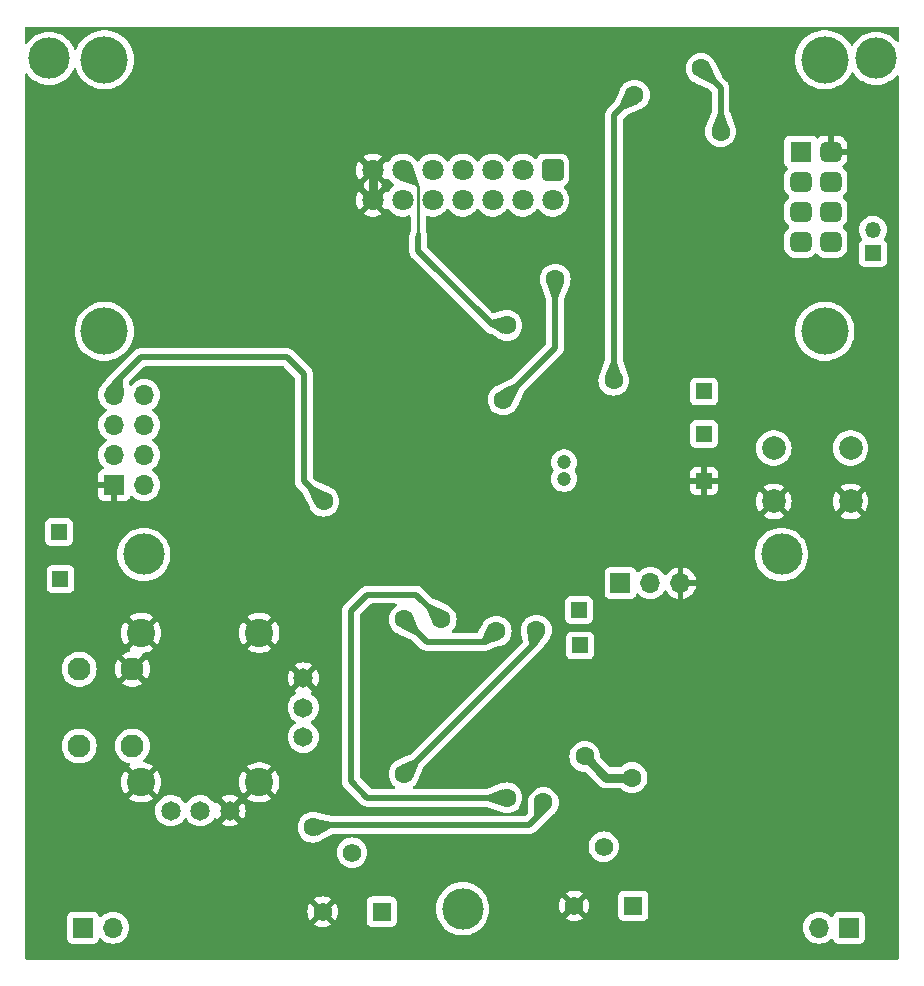
<source format=gbr>
%TF.GenerationSoftware,KiCad,Pcbnew,8.0.9-8.0.9-0~ubuntu22.04.1*%
%TF.CreationDate,2025-03-11T13:18:28+01:00*%
%TF.ProjectId,PROJECTE_MISE,50524f4a-4543-4544-955f-4d4953452e6b,rev?*%
%TF.SameCoordinates,Original*%
%TF.FileFunction,Copper,L2,Bot*%
%TF.FilePolarity,Positive*%
%FSLAX46Y46*%
G04 Gerber Fmt 4.6, Leading zero omitted, Abs format (unit mm)*
G04 Created by KiCad (PCBNEW 8.0.9-8.0.9-0~ubuntu22.04.1) date 2025-03-11 13:18:28*
%MOMM*%
%LPD*%
G01*
G04 APERTURE LIST*
G04 Aperture macros list*
%AMRoundRect*
0 Rectangle with rounded corners*
0 $1 Rounding radius*
0 $2 $3 $4 $5 $6 $7 $8 $9 X,Y pos of 4 corners*
0 Add a 4 corners polygon primitive as box body*
4,1,4,$2,$3,$4,$5,$6,$7,$8,$9,$2,$3,0*
0 Add four circle primitives for the rounded corners*
1,1,$1+$1,$2,$3*
1,1,$1+$1,$4,$5*
1,1,$1+$1,$6,$7*
1,1,$1+$1,$8,$9*
0 Add four rect primitives between the rounded corners*
20,1,$1+$1,$2,$3,$4,$5,0*
20,1,$1+$1,$4,$5,$6,$7,0*
20,1,$1+$1,$6,$7,$8,$9,0*
20,1,$1+$1,$8,$9,$2,$3,0*%
G04 Aperture macros list end*
%TA.AperFunction,ComponentPad*%
%ADD10R,1.700000X1.700000*%
%TD*%
%TA.AperFunction,ComponentPad*%
%ADD11O,1.700000X1.700000*%
%TD*%
%TA.AperFunction,ComponentPad*%
%ADD12R,1.800000X1.700000*%
%TD*%
%TA.AperFunction,ComponentPad*%
%ADD13RoundRect,0.425000X-0.475000X-0.425000X0.475000X-0.425000X0.475000X0.425000X-0.475000X0.425000X0*%
%TD*%
%TA.AperFunction,ComponentPad*%
%ADD14C,4.000000*%
%TD*%
%TA.AperFunction,ComponentPad*%
%ADD15RoundRect,0.250000X0.650000X0.650000X-0.650000X0.650000X-0.650000X-0.650000X0.650000X-0.650000X0*%
%TD*%
%TA.AperFunction,ComponentPad*%
%ADD16C,1.800000*%
%TD*%
%TA.AperFunction,ComponentPad*%
%ADD17C,3.500000*%
%TD*%
%TA.AperFunction,ComponentPad*%
%ADD18C,1.200000*%
%TD*%
%TA.AperFunction,ComponentPad*%
%ADD19R,1.350000X1.350000*%
%TD*%
%TA.AperFunction,ComponentPad*%
%ADD20C,2.000000*%
%TD*%
%TA.AperFunction,ComponentPad*%
%ADD21O,1.350000X1.350000*%
%TD*%
%TA.AperFunction,ComponentPad*%
%ADD22C,1.650000*%
%TD*%
%TA.AperFunction,ComponentPad*%
%ADD23C,1.950000*%
%TD*%
%TA.AperFunction,ComponentPad*%
%ADD24C,2.400000*%
%TD*%
%TA.AperFunction,ComponentPad*%
%ADD25R,1.560000X1.560000*%
%TD*%
%TA.AperFunction,ComponentPad*%
%ADD26C,1.560000*%
%TD*%
%TA.AperFunction,ViaPad*%
%ADD27C,1.600000*%
%TD*%
%TA.AperFunction,Conductor*%
%ADD28C,0.750000*%
%TD*%
%TA.AperFunction,Conductor*%
%ADD29C,0.500000*%
%TD*%
%TA.AperFunction,Conductor*%
%ADD30C,0.250000*%
%TD*%
G04 APERTURE END LIST*
D10*
%TO.P,R2,1*%
%TO.N,+3V3*%
X74425000Y-136300000D03*
D11*
%TO.P,R2,2*%
%TO.N,/LDR_{R}*%
X76965000Y-136300000D03*
%TD*%
D12*
%TO.P,LCD1,1,VDD*%
%TO.N,+3V3*%
X135200000Y-70600000D03*
D13*
%TO.P,LCD1,2,VSS*%
%TO.N,GND*%
X137740000Y-70600000D03*
%TO.P,LCD1,3,SDA*%
%TO.N,/I2C_SDA*%
X135200000Y-73140000D03*
%TO.P,LCD1,4,SCL*%
%TO.N,/I2C_SCL*%
X137740000Y-73140000D03*
%TO.P,LCD1,5,RST*%
%TO.N,/~{RST_{LCD}}*%
X135200000Y-75680000D03*
%TO.P,LCD1,6,A*%
%TO.N,/A*%
X137740000Y-75680000D03*
%TO.P,LCD1,7,K*%
%TO.N,/K*%
X135200000Y-78220000D03*
%TO.P,LCD1,8,NC*%
%TO.N,unconnected-(LCD1-NC-Pad8)*%
X137740000Y-78220000D03*
D14*
%TO.P,LCD1,9*%
%TO.N,N/C*%
X137225000Y-85810000D03*
%TO.P,LCD1,10*%
X76225000Y-85810000D03*
%TO.P,LCD1,11*%
X76225000Y-62810000D03*
%TO.P,LCD1,12*%
X137225000Y-62810000D03*
%TD*%
D15*
%TO.P,J1,1,Pin_1*%
%TO.N,+3V3*%
X114180000Y-72160000D03*
D16*
%TO.P,J1,2,Pin_2*%
X114180000Y-74700000D03*
%TO.P,J1,3,Pin_3*%
%TO.N,unconnected-(J1-Pin_3-Pad3)*%
X111640000Y-72160000D03*
%TO.P,J1,4,Pin_4*%
%TO.N,/P0*%
X111640000Y-74700000D03*
%TO.P,J1,5,Pin_5*%
%TO.N,unconnected-(J1-Pin_5-Pad5)*%
X109100000Y-72160000D03*
%TO.P,J1,6,Pin_6*%
%TO.N,/P1*%
X109100000Y-74700000D03*
%TO.P,J1,7,Pin_7*%
%TO.N,unconnected-(J1-Pin_7-Pad7)*%
X106560000Y-72160000D03*
%TO.P,J1,8,Pin_8*%
%TO.N,/P2*%
X106560000Y-74700000D03*
%TO.P,J1,9,Pin_9*%
%TO.N,/I2C_SCL*%
X104020000Y-72160000D03*
%TO.P,J1,10,Pin_10*%
%TO.N,/P8*%
X104020000Y-74700000D03*
%TO.P,J1,11,Pin_11*%
%TO.N,/I2C_SDA*%
X101480000Y-72160000D03*
%TO.P,J1,12,Pin_12*%
%TO.N,unconnected-(J1-Pin_12-Pad12)*%
X101480000Y-74700000D03*
%TO.P,J1,13,Pin_13*%
%TO.N,GND*%
X98940000Y-72160000D03*
%TO.P,J1,14,Pin_14*%
X98940000Y-74700000D03*
D17*
%TO.P,J1,15*%
%TO.N,N/C*%
X106560000Y-134700000D03*
%TO.P,J1,16*%
X79560000Y-104700000D03*
%TO.P,J1,17*%
X133560000Y-104700000D03*
%TO.P,J1,18*%
X71560000Y-62700000D03*
%TO.P,J1,19*%
X141560000Y-62700000D03*
%TD*%
D18*
%TO.P,Y2,1,1*%
%TO.N,/XT1IN*%
X115150000Y-98300000D03*
%TO.P,Y2,2,2*%
%TO.N,/XT1OUT*%
X115150000Y-96900000D03*
%TD*%
D19*
%TO.P,J3,1,Pin_1*%
%TO.N,/TX_{ESP}*%
X72500000Y-106800000D03*
%TD*%
%TO.P,J9,1,Pin_1*%
%TO.N,/I2C_SDA*%
X127000000Y-90900000D03*
%TD*%
D20*
%TO.P,SW1,1,1*%
%TO.N,/SBW_{TDIO}*%
X132900000Y-95700000D03*
X139400000Y-95700000D03*
%TO.P,SW1,2,2*%
%TO.N,GND*%
X132900000Y-100200000D03*
X139400000Y-100200000D03*
%TD*%
D19*
%TO.P,JP1,1,Pin_1*%
%TO.N,+3V3*%
X141300000Y-79200000D03*
D21*
%TO.P,JP1,2,Pin_2*%
%TO.N,/A*%
X141300000Y-77200000D03*
%TD*%
D19*
%TO.P,J8,1,Pin_1*%
%TO.N,/I2C_SCL*%
X127000000Y-94500000D03*
%TD*%
%TO.P,J6,1,Pin_1*%
%TO.N,/RX_{ESP}*%
X72400000Y-102800000D03*
%TD*%
D22*
%TO.P,S1,1,1*%
%TO.N,+3V3*%
X93075000Y-120162500D03*
%TO.P,S1,2,2*%
%TO.N,/AO1*%
X93075000Y-117662500D03*
%TO.P,S1,3,3*%
%TO.N,GND*%
X93075000Y-115162500D03*
%TO.P,S1,11,1'*%
%TO.N,+3V3*%
X81845000Y-126392500D03*
%TO.P,S1,12,2'*%
%TO.N,/AO2*%
X84345000Y-126392500D03*
%TO.P,S1,13,3'*%
%TO.N,GND*%
X86845000Y-126392500D03*
D23*
%TO.P,S1,A1,COM_1*%
X78595000Y-114412500D03*
%TO.P,S1,B1,COM_2*%
%TO.N,unconnected-(S1-COM_2-PadB1)*%
X78595000Y-120912500D03*
%TO.P,S1,C1,NO_1*%
%TO.N,/JTK_{SEL}*%
X74095000Y-114412500D03*
%TO.P,S1,D1,NO_2*%
%TO.N,unconnected-(S1-NO_2-PadD1)*%
X74095000Y-120912500D03*
D24*
%TO.P,S1,MH1,MH1*%
%TO.N,GND*%
X89345000Y-123987500D03*
%TO.P,S1,MH2,MH2*%
X89345000Y-111337500D03*
%TO.P,S1,MH3,MH3*%
X79345000Y-111337500D03*
%TO.P,S1,MH4,MH4*%
X79345000Y-123987500D03*
%TD*%
D10*
%TO.P,R1,1*%
%TO.N,+3V3*%
X139275000Y-136300000D03*
D11*
%TO.P,R1,2*%
%TO.N,/LDR_{L}*%
X136735000Y-136300000D03*
%TD*%
D19*
%TO.P,J5,1,Pin_1*%
%TO.N,/SMCLK_{TP}*%
X116400000Y-109400000D03*
%TD*%
D10*
%TO.P,J2,1,Pin_1*%
%TO.N,GND*%
X77060000Y-98820000D03*
D11*
%TO.P,J2,2,Pin_2*%
%TO.N,/TX_{ESP}*%
X79600000Y-98820000D03*
%TO.P,J2,3,Pin_3*%
%TO.N,unconnected-(J2-Pin_3-Pad3)*%
X77060000Y-96280000D03*
%TO.P,J2,4,Pin_4*%
%TO.N,/~{EN_{ESP}}*%
X79600000Y-96280000D03*
%TO.P,J2,5,Pin_5*%
%TO.N,unconnected-(J2-Pin_5-Pad5)*%
X77060000Y-93740000D03*
%TO.P,J2,6,Pin_6*%
%TO.N,unconnected-(J2-Pin_6-Pad6)*%
X79600000Y-93740000D03*
%TO.P,J2,7,Pin_7*%
%TO.N,/RX_{ESP}*%
X77060000Y-91200000D03*
%TO.P,J2,8,Pin_8*%
%TO.N,+3V3*%
X79600000Y-91200000D03*
%TD*%
D25*
%TO.P,RV1,1,1*%
%TO.N,/LDR_{L}*%
X121000000Y-134440000D03*
D26*
%TO.P,RV1,2,2*%
X118500000Y-129440000D03*
%TO.P,RV1,3,3*%
%TO.N,GND*%
X116000000Y-134440000D03*
%TD*%
D19*
%TO.P,J10,1,Pin_1*%
%TO.N,GND*%
X127000000Y-98500000D03*
%TD*%
D25*
%TO.P,RV2,1,1*%
%TO.N,/LDR_{R}*%
X99700000Y-134940000D03*
D26*
%TO.P,RV2,2,2*%
X97200000Y-129940000D03*
%TO.P,RV2,3,3*%
%TO.N,GND*%
X94700000Y-134940000D03*
%TD*%
D19*
%TO.P,J4,1,Pin_1*%
%TO.N,/ACLK_{TP}*%
X116500000Y-112400000D03*
%TD*%
D10*
%TO.P,J7,1,Pin_1*%
%TO.N,/SBW_{TCK}*%
X119920000Y-107100000D03*
D11*
%TO.P,J7,2,Pin_2*%
%TO.N,/SBW_{TDIO}*%
X122460000Y-107100000D03*
%TO.P,J7,3,Pin_3*%
%TO.N,GND*%
X125000000Y-107100000D03*
%TD*%
D27*
%TO.N,+3V3*%
X120900000Y-123600000D03*
X116900000Y-121800000D03*
%TO.N,GND*%
X115000000Y-119300000D03*
X115000000Y-116100000D03*
X85100000Y-96100000D03*
X110300000Y-69500000D03*
X120000000Y-93900000D03*
X101800000Y-119700000D03*
X131300000Y-81400000D03*
X122700000Y-98900000D03*
X134100000Y-67200000D03*
%TO.N,/JTK_{L}*%
X112800000Y-111100000D03*
X101600000Y-123300000D03*
%TO.N,/~{RST_{LCD}}*%
X110000000Y-91600000D03*
X114400000Y-81400000D03*
%TO.N,/I2C_SDA*%
X126750000Y-63550000D03*
X110300000Y-85300000D03*
X128400000Y-68900000D03*
%TO.N,/JTK_{SEL}*%
X109400000Y-111200000D03*
X101600000Y-110200000D03*
%TO.N,/JTK_{F}*%
X104750000Y-110200000D03*
X110300000Y-125300000D03*
%TO.N,/I2C_SCL*%
X121100000Y-65800000D03*
X119350000Y-89950000D03*
%TO.N,/RX_{ESP}*%
X94800000Y-100200000D03*
%TO.N,/AO2*%
X93900000Y-127800000D03*
X113400000Y-125700000D03*
%TD*%
D28*
%TO.N,+3V3*%
X118700000Y-123600000D02*
X120900000Y-123600000D01*
X116900000Y-121800000D02*
X118700000Y-123600000D01*
%TO.N,GND*%
X98940000Y-72160000D02*
X98940000Y-74700000D01*
D29*
%TO.N,/JTK_{L}*%
X101600000Y-123300000D02*
X112800000Y-112100000D01*
X112800000Y-112100000D02*
X112800000Y-111100000D01*
%TO.N,/~{RST_{LCD}}*%
X114400000Y-81400000D02*
X114400000Y-87200000D01*
X114400000Y-87200000D02*
X110000000Y-91600000D01*
%TO.N,/I2C_SDA*%
X110300000Y-85300000D02*
X109100000Y-85300000D01*
D30*
X102800000Y-77800000D02*
X102800000Y-76500000D01*
D29*
X109100000Y-85300000D02*
X102800000Y-79000000D01*
D30*
X102795000Y-73475000D02*
X101480000Y-72160000D01*
D29*
X128400000Y-65200000D02*
X128400000Y-68900000D01*
D30*
X102795000Y-76495000D02*
X102795000Y-73475000D01*
D29*
X102800000Y-79000000D02*
X102800000Y-77800000D01*
D30*
X102800000Y-76500000D02*
X102795000Y-76495000D01*
D29*
X126750000Y-63550000D02*
X128400000Y-65200000D01*
%TO.N,/JTK_{SEL}*%
X101600000Y-110200000D02*
X103500000Y-112100000D01*
X103500000Y-112100000D02*
X108500000Y-112100000D01*
X108500000Y-112100000D02*
X109400000Y-111200000D01*
%TO.N,/JTK_{F}*%
X97100000Y-109500000D02*
X97100000Y-123900000D01*
X98500000Y-125300000D02*
X110300000Y-125300000D01*
X102650000Y-108100000D02*
X98500000Y-108100000D01*
X98500000Y-108100000D02*
X97100000Y-109500000D01*
X104750000Y-110200000D02*
X102650000Y-108100000D01*
X97100000Y-123900000D02*
X98500000Y-125300000D01*
%TO.N,/I2C_SCL*%
X119350000Y-89950000D02*
X119400000Y-89900000D01*
X119400000Y-89900000D02*
X119400000Y-67500000D01*
X119400000Y-67500000D02*
X121100000Y-65800000D01*
%TO.N,/RX_{ESP}*%
X93100000Y-98500000D02*
X94800000Y-100200000D01*
X93100000Y-89400000D02*
X93100000Y-98500000D01*
X77060000Y-91200000D02*
X77060000Y-90240000D01*
X79300000Y-88000000D02*
X91700000Y-88000000D01*
X91700000Y-88000000D02*
X93100000Y-89400000D01*
X77060000Y-90240000D02*
X79300000Y-88000000D01*
%TO.N,/AO2*%
X113400000Y-125700000D02*
X113400000Y-126400000D01*
X112200000Y-127600000D02*
X94100000Y-127600000D01*
X94100000Y-127600000D02*
X93900000Y-127800000D01*
X113400000Y-126400000D02*
X112200000Y-127600000D01*
%TD*%
%TA.AperFunction,Conductor*%
%TO.N,GND*%
G36*
X100091186Y-72957634D02*
G01*
X100105892Y-72935126D01*
X100159038Y-72889769D01*
X100228269Y-72880345D01*
X100291605Y-72909847D01*
X100313510Y-72935126D01*
X100371016Y-73023147D01*
X100371019Y-73023151D01*
X100371021Y-73023153D01*
X100528216Y-73193913D01*
X100528219Y-73193915D01*
X100528222Y-73193918D01*
X100705818Y-73332147D01*
X100746631Y-73388857D01*
X100750306Y-73458630D01*
X100715674Y-73519313D01*
X100705818Y-73527853D01*
X100528222Y-73666081D01*
X100528219Y-73666084D01*
X100528216Y-73666086D01*
X100528216Y-73666087D01*
X100487260Y-73710578D01*
X100371015Y-73836854D01*
X100313509Y-73924874D01*
X100260363Y-73970230D01*
X100191132Y-73979654D01*
X100127796Y-73950152D01*
X100105892Y-73924873D01*
X100091186Y-73902364D01*
X99422962Y-74570589D01*
X99405925Y-74507007D01*
X99340099Y-74392993D01*
X99247007Y-74299901D01*
X99132993Y-74234075D01*
X99069409Y-74217037D01*
X99738797Y-73547647D01*
X99738797Y-73547646D01*
X99713367Y-73527853D01*
X99672555Y-73471143D01*
X99668880Y-73401370D01*
X99703512Y-73340687D01*
X99713366Y-73332148D01*
X99738797Y-73312352D01*
X99738798Y-73312350D01*
X99069410Y-72642962D01*
X99132993Y-72625925D01*
X99247007Y-72560099D01*
X99340099Y-72467007D01*
X99405925Y-72352993D01*
X99422962Y-72289410D01*
X100091186Y-72957634D01*
G37*
%TD.AperFunction*%
%TA.AperFunction,Conductor*%
G36*
X143442539Y-60020185D02*
G01*
X143488294Y-60072989D01*
X143499500Y-60124500D01*
X143499500Y-61168883D01*
X143479815Y-61235922D01*
X143427011Y-61281677D01*
X143357853Y-61291621D01*
X143294297Y-61262596D01*
X143282272Y-61250642D01*
X143154758Y-61105241D01*
X142932955Y-60910725D01*
X142687667Y-60746829D01*
X142687660Y-60746825D01*
X142423080Y-60616349D01*
X142143730Y-60521521D01*
X142143724Y-60521519D01*
X142143722Y-60521519D01*
X141854380Y-60463966D01*
X141854373Y-60463965D01*
X141854363Y-60463964D01*
X141560007Y-60444671D01*
X141559993Y-60444671D01*
X141265636Y-60463964D01*
X141265624Y-60463965D01*
X141265620Y-60463966D01*
X141265612Y-60463967D01*
X141265609Y-60463968D01*
X140976283Y-60521518D01*
X140976269Y-60521521D01*
X140696919Y-60616349D01*
X140432334Y-60746828D01*
X140187041Y-60910728D01*
X139965241Y-61105241D01*
X139770725Y-61327044D01*
X139607084Y-61571952D01*
X139553472Y-61616758D01*
X139484147Y-61625465D01*
X139421120Y-61595311D01*
X139399285Y-61569504D01*
X139251948Y-61337338D01*
X139251945Y-61337334D01*
X139051393Y-61094909D01*
X139051391Y-61094907D01*
X138822031Y-60879523D01*
X138822021Y-60879515D01*
X138567495Y-60694591D01*
X138567488Y-60694586D01*
X138567484Y-60694584D01*
X138291766Y-60543006D01*
X138291763Y-60543004D01*
X138291758Y-60543002D01*
X138291757Y-60543001D01*
X137999228Y-60427181D01*
X137999225Y-60427180D01*
X137694476Y-60348934D01*
X137694463Y-60348932D01*
X137382329Y-60309500D01*
X137382318Y-60309500D01*
X137067682Y-60309500D01*
X137067670Y-60309500D01*
X136755536Y-60348932D01*
X136755523Y-60348934D01*
X136450774Y-60427180D01*
X136450771Y-60427181D01*
X136158242Y-60543001D01*
X136158241Y-60543002D01*
X135882516Y-60694584D01*
X135882504Y-60694591D01*
X135627978Y-60879515D01*
X135627968Y-60879523D01*
X135398608Y-61094907D01*
X135398606Y-61094909D01*
X135198054Y-61337334D01*
X135198051Y-61337338D01*
X135029464Y-61602990D01*
X135029461Y-61602996D01*
X134895499Y-61887678D01*
X134895497Y-61887683D01*
X134798270Y-62186916D01*
X134739311Y-62495988D01*
X134739310Y-62495995D01*
X134719556Y-62809994D01*
X134719556Y-62810005D01*
X134739310Y-63124004D01*
X134739311Y-63124011D01*
X134798270Y-63433083D01*
X134895497Y-63732316D01*
X134895499Y-63732321D01*
X135029461Y-64017003D01*
X135029464Y-64017009D01*
X135198051Y-64282661D01*
X135198054Y-64282665D01*
X135398606Y-64525090D01*
X135398608Y-64525092D01*
X135398610Y-64525094D01*
X135564172Y-64680567D01*
X135627968Y-64740476D01*
X135627978Y-64740484D01*
X135882504Y-64925408D01*
X135882509Y-64925410D01*
X135882516Y-64925416D01*
X136158234Y-65076994D01*
X136158239Y-65076996D01*
X136158241Y-65076997D01*
X136158242Y-65076998D01*
X136450771Y-65192818D01*
X136450774Y-65192819D01*
X136755523Y-65271065D01*
X136755527Y-65271066D01*
X136805587Y-65277390D01*
X137067670Y-65310499D01*
X137067679Y-65310499D01*
X137067682Y-65310500D01*
X137067684Y-65310500D01*
X137382316Y-65310500D01*
X137382318Y-65310500D01*
X137382321Y-65310499D01*
X137382329Y-65310499D01*
X137570637Y-65286710D01*
X137694473Y-65271066D01*
X137999225Y-65192819D01*
X137999228Y-65192818D01*
X138291757Y-65076998D01*
X138291758Y-65076997D01*
X138291756Y-65076997D01*
X138291766Y-65076994D01*
X138567484Y-64925416D01*
X138822030Y-64740478D01*
X139051390Y-64525094D01*
X139251947Y-64282663D01*
X139420537Y-64017007D01*
X139456386Y-63940823D01*
X139502739Y-63888548D01*
X139569999Y-63869630D01*
X139636809Y-63890079D01*
X139671685Y-63924731D01*
X139770727Y-64072958D01*
X139965241Y-64294758D01*
X140187044Y-64489274D01*
X140312735Y-64573258D01*
X140432335Y-64653172D01*
X140696923Y-64783652D01*
X140976278Y-64878481D01*
X141265620Y-64936034D01*
X141293888Y-64937886D01*
X141559993Y-64955329D01*
X141560000Y-64955329D01*
X141560007Y-64955329D01*
X141795675Y-64939881D01*
X141854380Y-64936034D01*
X142143722Y-64878481D01*
X142423077Y-64783652D01*
X142687665Y-64653172D01*
X142932957Y-64489273D01*
X143154758Y-64294758D01*
X143225406Y-64214200D01*
X143282272Y-64149357D01*
X143341274Y-64111933D01*
X143411142Y-64112349D01*
X143469695Y-64150472D01*
X143498341Y-64214200D01*
X143499500Y-64231116D01*
X143499500Y-138875500D01*
X143479815Y-138942539D01*
X143427011Y-138988294D01*
X143375500Y-138999500D01*
X69624500Y-138999500D01*
X69557461Y-138979815D01*
X69511706Y-138927011D01*
X69500500Y-138875500D01*
X69500500Y-135402135D01*
X73074500Y-135402135D01*
X73074500Y-137197870D01*
X73074501Y-137197876D01*
X73080908Y-137257483D01*
X73131202Y-137392328D01*
X73131206Y-137392335D01*
X73217452Y-137507544D01*
X73217455Y-137507547D01*
X73332664Y-137593793D01*
X73332671Y-137593797D01*
X73467517Y-137644091D01*
X73467516Y-137644091D01*
X73474444Y-137644835D01*
X73527127Y-137650500D01*
X75322872Y-137650499D01*
X75382483Y-137644091D01*
X75517331Y-137593796D01*
X75632546Y-137507546D01*
X75718796Y-137392331D01*
X75767810Y-137260916D01*
X75809681Y-137204984D01*
X75875145Y-137180566D01*
X75943418Y-137195417D01*
X75971673Y-137216569D01*
X76093599Y-137338495D01*
X76190384Y-137406265D01*
X76287165Y-137474032D01*
X76287167Y-137474033D01*
X76287170Y-137474035D01*
X76501337Y-137573903D01*
X76729592Y-137635063D01*
X76906034Y-137650500D01*
X76964999Y-137655659D01*
X76965000Y-137655659D01*
X76965001Y-137655659D01*
X77023966Y-137650500D01*
X77200408Y-137635063D01*
X77428663Y-137573903D01*
X77642830Y-137474035D01*
X77836401Y-137338495D01*
X78003495Y-137171401D01*
X78139035Y-136977830D01*
X78238903Y-136763663D01*
X78300063Y-136535408D01*
X78320659Y-136300000D01*
X78300063Y-136064592D01*
X78238903Y-135836337D01*
X78139035Y-135622171D01*
X78111218Y-135582443D01*
X78003494Y-135428597D01*
X77836402Y-135261506D01*
X77836395Y-135261501D01*
X77642834Y-135125967D01*
X77642830Y-135125965D01*
X77642828Y-135125964D01*
X77428663Y-135026097D01*
X77428659Y-135026096D01*
X77428655Y-135026094D01*
X77200413Y-134964938D01*
X77200403Y-134964936D01*
X76965001Y-134944341D01*
X76964999Y-134944341D01*
X76729596Y-134964936D01*
X76729586Y-134964938D01*
X76501344Y-135026094D01*
X76501335Y-135026098D01*
X76287171Y-135125964D01*
X76287169Y-135125965D01*
X76093600Y-135261503D01*
X75971673Y-135383430D01*
X75910350Y-135416914D01*
X75840658Y-135411930D01*
X75784725Y-135370058D01*
X75767810Y-135339081D01*
X75718797Y-135207671D01*
X75718793Y-135207664D01*
X75632547Y-135092455D01*
X75632544Y-135092452D01*
X75517335Y-135006206D01*
X75517328Y-135006202D01*
X75382482Y-134955908D01*
X75382483Y-134955908D01*
X75322883Y-134949501D01*
X75322881Y-134949500D01*
X75322873Y-134949500D01*
X75322864Y-134949500D01*
X73527129Y-134949500D01*
X73527123Y-134949501D01*
X73467516Y-134955908D01*
X73332671Y-135006202D01*
X73332664Y-135006206D01*
X73217455Y-135092452D01*
X73217452Y-135092455D01*
X73131206Y-135207664D01*
X73131202Y-135207671D01*
X73080908Y-135342517D01*
X73074501Y-135402116D01*
X73074501Y-135402123D01*
X73074500Y-135402135D01*
X69500500Y-135402135D01*
X69500500Y-134939997D01*
X93415111Y-134939997D01*
X93415111Y-134940002D01*
X93434630Y-135163113D01*
X93434632Y-135163124D01*
X93492596Y-135379450D01*
X93492600Y-135379459D01*
X93587252Y-135582443D01*
X93587253Y-135582445D01*
X93635334Y-135651112D01*
X94217037Y-135069409D01*
X94234075Y-135132993D01*
X94299901Y-135247007D01*
X94392993Y-135340099D01*
X94507007Y-135405925D01*
X94570590Y-135422962D01*
X93988886Y-136004664D01*
X94057555Y-136052746D01*
X94260540Y-136147399D01*
X94260549Y-136147403D01*
X94476875Y-136205367D01*
X94476886Y-136205369D01*
X94699998Y-136224889D01*
X94700002Y-136224889D01*
X94923113Y-136205369D01*
X94923124Y-136205367D01*
X95139450Y-136147403D01*
X95139459Y-136147399D01*
X95342445Y-136052746D01*
X95342451Y-136052742D01*
X95411112Y-136004665D01*
X94829409Y-135422962D01*
X94892993Y-135405925D01*
X95007007Y-135340099D01*
X95100099Y-135247007D01*
X95165925Y-135132993D01*
X95182962Y-135069409D01*
X95764665Y-135651112D01*
X95812742Y-135582451D01*
X95812746Y-135582445D01*
X95907399Y-135379459D01*
X95907403Y-135379450D01*
X95965367Y-135163124D01*
X95965369Y-135163113D01*
X95984889Y-134940002D01*
X95984889Y-134939997D01*
X95965369Y-134716886D01*
X95965367Y-134716875D01*
X95907403Y-134500549D01*
X95907399Y-134500540D01*
X95812747Y-134297557D01*
X95812746Y-134297555D01*
X95764664Y-134228887D01*
X95764664Y-134228886D01*
X95182962Y-134810589D01*
X95165925Y-134747007D01*
X95100099Y-134632993D01*
X95007007Y-134539901D01*
X94892993Y-134474075D01*
X94829408Y-134457037D01*
X95174311Y-134112135D01*
X98419500Y-134112135D01*
X98419500Y-135767870D01*
X98419501Y-135767876D01*
X98425908Y-135827483D01*
X98476202Y-135962328D01*
X98476206Y-135962335D01*
X98562452Y-136077544D01*
X98562455Y-136077547D01*
X98677664Y-136163793D01*
X98677671Y-136163797D01*
X98812517Y-136214091D01*
X98812516Y-136214091D01*
X98819444Y-136214835D01*
X98872127Y-136220500D01*
X100527872Y-136220499D01*
X100587483Y-136214091D01*
X100722331Y-136163796D01*
X100837546Y-136077546D01*
X100923796Y-135962331D01*
X100974091Y-135827483D01*
X100980500Y-135767873D01*
X100980499Y-134699992D01*
X104304671Y-134699992D01*
X104304671Y-134700007D01*
X104323964Y-134994363D01*
X104323965Y-134994373D01*
X104323966Y-134994380D01*
X104378368Y-135267883D01*
X104381518Y-135283716D01*
X104381521Y-135283730D01*
X104476349Y-135563080D01*
X104606825Y-135827660D01*
X104606829Y-135827667D01*
X104770725Y-136072955D01*
X104965241Y-136294758D01*
X105187044Y-136489274D01*
X105256096Y-136535413D01*
X105432335Y-136653172D01*
X105696923Y-136783652D01*
X105976278Y-136878481D01*
X106265620Y-136936034D01*
X106293888Y-136937886D01*
X106559993Y-136955329D01*
X106560000Y-136955329D01*
X106560007Y-136955329D01*
X106795675Y-136939881D01*
X106854380Y-136936034D01*
X107143722Y-136878481D01*
X107423077Y-136783652D01*
X107687665Y-136653172D01*
X107932957Y-136489273D01*
X108148782Y-136299999D01*
X135379341Y-136299999D01*
X135379341Y-136300000D01*
X135399936Y-136535403D01*
X135399938Y-136535413D01*
X135461094Y-136763655D01*
X135461096Y-136763659D01*
X135461097Y-136763663D01*
X135514638Y-136878481D01*
X135560965Y-136977830D01*
X135560967Y-136977834D01*
X135669281Y-137132521D01*
X135696505Y-137171401D01*
X135863599Y-137338495D01*
X135960384Y-137406265D01*
X136057165Y-137474032D01*
X136057167Y-137474033D01*
X136057170Y-137474035D01*
X136271337Y-137573903D01*
X136499592Y-137635063D01*
X136676034Y-137650500D01*
X136734999Y-137655659D01*
X136735000Y-137655659D01*
X136735001Y-137655659D01*
X136793966Y-137650500D01*
X136970408Y-137635063D01*
X137198663Y-137573903D01*
X137412830Y-137474035D01*
X137606401Y-137338495D01*
X137728329Y-137216566D01*
X137789648Y-137183084D01*
X137859340Y-137188068D01*
X137915274Y-137229939D01*
X137932189Y-137260917D01*
X137981202Y-137392328D01*
X137981206Y-137392335D01*
X138067452Y-137507544D01*
X138067455Y-137507547D01*
X138182664Y-137593793D01*
X138182671Y-137593797D01*
X138317517Y-137644091D01*
X138317516Y-137644091D01*
X138324444Y-137644835D01*
X138377127Y-137650500D01*
X140172872Y-137650499D01*
X140232483Y-137644091D01*
X140367331Y-137593796D01*
X140482546Y-137507546D01*
X140568796Y-137392331D01*
X140619091Y-137257483D01*
X140625500Y-137197873D01*
X140625499Y-135402128D01*
X140619091Y-135342517D01*
X140618189Y-135340099D01*
X140568797Y-135207671D01*
X140568793Y-135207664D01*
X140482547Y-135092455D01*
X140482544Y-135092452D01*
X140367335Y-135006206D01*
X140367328Y-135006202D01*
X140232482Y-134955908D01*
X140232483Y-134955908D01*
X140172883Y-134949501D01*
X140172881Y-134949500D01*
X140172873Y-134949500D01*
X140172864Y-134949500D01*
X138377129Y-134949500D01*
X138377123Y-134949501D01*
X138317516Y-134955908D01*
X138182671Y-135006202D01*
X138182664Y-135006206D01*
X138067455Y-135092452D01*
X138067452Y-135092455D01*
X137981206Y-135207664D01*
X137981203Y-135207669D01*
X137932189Y-135339083D01*
X137890317Y-135395016D01*
X137824853Y-135419433D01*
X137756580Y-135404581D01*
X137728326Y-135383430D01*
X137606402Y-135261506D01*
X137606395Y-135261501D01*
X137412834Y-135125967D01*
X137412830Y-135125965D01*
X137412828Y-135125964D01*
X137198663Y-135026097D01*
X137198659Y-135026096D01*
X137198655Y-135026094D01*
X136970413Y-134964938D01*
X136970403Y-134964936D01*
X136735001Y-134944341D01*
X136734999Y-134944341D01*
X136499596Y-134964936D01*
X136499586Y-134964938D01*
X136271344Y-135026094D01*
X136271335Y-135026098D01*
X136057171Y-135125964D01*
X136057169Y-135125965D01*
X135863597Y-135261505D01*
X135696505Y-135428597D01*
X135560965Y-135622169D01*
X135560964Y-135622171D01*
X135461098Y-135836335D01*
X135461094Y-135836344D01*
X135399938Y-136064586D01*
X135399936Y-136064596D01*
X135379341Y-136299999D01*
X108148782Y-136299999D01*
X108154758Y-136294758D01*
X108349273Y-136072957D01*
X108513172Y-135827665D01*
X108643652Y-135563077D01*
X108738481Y-135283722D01*
X108796034Y-134994380D01*
X108801832Y-134905925D01*
X108815329Y-134700007D01*
X108815329Y-134699992D01*
X108798287Y-134439997D01*
X114715111Y-134439997D01*
X114715111Y-134440002D01*
X114734630Y-134663113D01*
X114734632Y-134663124D01*
X114792596Y-134879450D01*
X114792600Y-134879459D01*
X114887252Y-135082443D01*
X114887253Y-135082445D01*
X114935334Y-135151112D01*
X115517037Y-134569409D01*
X115534075Y-134632993D01*
X115599901Y-134747007D01*
X115692993Y-134840099D01*
X115807007Y-134905925D01*
X115870590Y-134922962D01*
X115288886Y-135504664D01*
X115357555Y-135552746D01*
X115560540Y-135647399D01*
X115560549Y-135647403D01*
X115776875Y-135705367D01*
X115776886Y-135705369D01*
X115999998Y-135724889D01*
X116000002Y-135724889D01*
X116223113Y-135705369D01*
X116223124Y-135705367D01*
X116439450Y-135647403D01*
X116439459Y-135647399D01*
X116642445Y-135552746D01*
X116642451Y-135552742D01*
X116711112Y-135504665D01*
X116129409Y-134922962D01*
X116192993Y-134905925D01*
X116307007Y-134840099D01*
X116400099Y-134747007D01*
X116465925Y-134632993D01*
X116482962Y-134569409D01*
X117064665Y-135151112D01*
X117112742Y-135082451D01*
X117112746Y-135082445D01*
X117207399Y-134879459D01*
X117207403Y-134879450D01*
X117265367Y-134663124D01*
X117265369Y-134663113D01*
X117284889Y-134440002D01*
X117284889Y-134439997D01*
X117265369Y-134216886D01*
X117265367Y-134216875D01*
X117207403Y-134000549D01*
X117207399Y-134000540D01*
X117112747Y-133797557D01*
X117112746Y-133797555D01*
X117064664Y-133728887D01*
X117064664Y-133728886D01*
X116482962Y-134310589D01*
X116465925Y-134247007D01*
X116400099Y-134132993D01*
X116307007Y-134039901D01*
X116192993Y-133974075D01*
X116129408Y-133957037D01*
X116474311Y-133612135D01*
X119719500Y-133612135D01*
X119719500Y-135267870D01*
X119719501Y-135267876D01*
X119725908Y-135327483D01*
X119776202Y-135462328D01*
X119776206Y-135462335D01*
X119862452Y-135577544D01*
X119862455Y-135577547D01*
X119977664Y-135663793D01*
X119977671Y-135663797D01*
X120112517Y-135714091D01*
X120112516Y-135714091D01*
X120119444Y-135714835D01*
X120172127Y-135720500D01*
X121827872Y-135720499D01*
X121887483Y-135714091D01*
X122022331Y-135663796D01*
X122137546Y-135577546D01*
X122223796Y-135462331D01*
X122274091Y-135327483D01*
X122280500Y-135267873D01*
X122280499Y-133612128D01*
X122274091Y-133552517D01*
X122223796Y-133417669D01*
X122223795Y-133417668D01*
X122223793Y-133417664D01*
X122137547Y-133302455D01*
X122137544Y-133302452D01*
X122022335Y-133216206D01*
X122022328Y-133216202D01*
X121887482Y-133165908D01*
X121887483Y-133165908D01*
X121827883Y-133159501D01*
X121827881Y-133159500D01*
X121827873Y-133159500D01*
X121827864Y-133159500D01*
X120172129Y-133159500D01*
X120172123Y-133159501D01*
X120112516Y-133165908D01*
X119977671Y-133216202D01*
X119977664Y-133216206D01*
X119862455Y-133302452D01*
X119862452Y-133302455D01*
X119776206Y-133417664D01*
X119776202Y-133417671D01*
X119725908Y-133552517D01*
X119719501Y-133612116D01*
X119719501Y-133612123D01*
X119719500Y-133612135D01*
X116474311Y-133612135D01*
X116711112Y-133375334D01*
X116711112Y-133375333D01*
X116642445Y-133327253D01*
X116642443Y-133327252D01*
X116439459Y-133232600D01*
X116439450Y-133232596D01*
X116223124Y-133174632D01*
X116223113Y-133174630D01*
X116000002Y-133155111D01*
X115999998Y-133155111D01*
X115776886Y-133174630D01*
X115776875Y-133174632D01*
X115560549Y-133232596D01*
X115560540Y-133232600D01*
X115357556Y-133327253D01*
X115288887Y-133375334D01*
X115870591Y-133957037D01*
X115807007Y-133974075D01*
X115692993Y-134039901D01*
X115599901Y-134132993D01*
X115534075Y-134247007D01*
X115517037Y-134310590D01*
X114935334Y-133728887D01*
X114887253Y-133797556D01*
X114792600Y-134000540D01*
X114792596Y-134000549D01*
X114734632Y-134216875D01*
X114734630Y-134216886D01*
X114715111Y-134439997D01*
X108798287Y-134439997D01*
X108796035Y-134405636D01*
X108796034Y-134405620D01*
X108738481Y-134116278D01*
X108643652Y-133836923D01*
X108513172Y-133572336D01*
X108499929Y-133552517D01*
X108409824Y-133417664D01*
X108349273Y-133327043D01*
X108306655Y-133278447D01*
X108154758Y-133105241D01*
X107932955Y-132910725D01*
X107687667Y-132746829D01*
X107687660Y-132746825D01*
X107423080Y-132616349D01*
X107143730Y-132521521D01*
X107143724Y-132521519D01*
X107143722Y-132521519D01*
X106854380Y-132463966D01*
X106854373Y-132463965D01*
X106854363Y-132463964D01*
X106560007Y-132444671D01*
X106559993Y-132444671D01*
X106265636Y-132463964D01*
X106265624Y-132463965D01*
X106265620Y-132463966D01*
X106265612Y-132463967D01*
X106265609Y-132463968D01*
X105976283Y-132521518D01*
X105976269Y-132521521D01*
X105696919Y-132616349D01*
X105432334Y-132746828D01*
X105187041Y-132910728D01*
X104965241Y-133105241D01*
X104770728Y-133327041D01*
X104606828Y-133572334D01*
X104476349Y-133836919D01*
X104381521Y-134116269D01*
X104381518Y-134116283D01*
X104323968Y-134405609D01*
X104323964Y-134405636D01*
X104304671Y-134699992D01*
X100980499Y-134699992D01*
X100980499Y-134112128D01*
X100974091Y-134052517D01*
X100954708Y-134000549D01*
X100923797Y-133917671D01*
X100923793Y-133917664D01*
X100837547Y-133802455D01*
X100837544Y-133802452D01*
X100722335Y-133716206D01*
X100722328Y-133716202D01*
X100587482Y-133665908D01*
X100587483Y-133665908D01*
X100527883Y-133659501D01*
X100527881Y-133659500D01*
X100527873Y-133659500D01*
X100527864Y-133659500D01*
X98872129Y-133659500D01*
X98872123Y-133659501D01*
X98812516Y-133665908D01*
X98677671Y-133716202D01*
X98677664Y-133716206D01*
X98562455Y-133802452D01*
X98562452Y-133802455D01*
X98476206Y-133917664D01*
X98476202Y-133917671D01*
X98425908Y-134052517D01*
X98422261Y-134086446D01*
X98419501Y-134112123D01*
X98419500Y-134112135D01*
X95174311Y-134112135D01*
X95411112Y-133875334D01*
X95411112Y-133875333D01*
X95342445Y-133827253D01*
X95342443Y-133827252D01*
X95139459Y-133732600D01*
X95139450Y-133732596D01*
X94923124Y-133674632D01*
X94923113Y-133674630D01*
X94700002Y-133655111D01*
X94699998Y-133655111D01*
X94476886Y-133674630D01*
X94476875Y-133674632D01*
X94260549Y-133732596D01*
X94260540Y-133732600D01*
X94057556Y-133827253D01*
X93988887Y-133875334D01*
X94570591Y-134457037D01*
X94507007Y-134474075D01*
X94392993Y-134539901D01*
X94299901Y-134632993D01*
X94234075Y-134747007D01*
X94217037Y-134810590D01*
X93635334Y-134228887D01*
X93587253Y-134297556D01*
X93492600Y-134500540D01*
X93492596Y-134500549D01*
X93434632Y-134716875D01*
X93434630Y-134716886D01*
X93415111Y-134939997D01*
X69500500Y-134939997D01*
X69500500Y-129939998D01*
X95914609Y-129939998D01*
X95914609Y-129940001D01*
X95934136Y-130163200D01*
X95934137Y-130163208D01*
X95992126Y-130379625D01*
X95992127Y-130379627D01*
X95992128Y-130379630D01*
X96073056Y-130553181D01*
X96086819Y-130582696D01*
X96086821Y-130582700D01*
X96215329Y-130766228D01*
X96215334Y-130766234D01*
X96373765Y-130924665D01*
X96373771Y-130924670D01*
X96557299Y-131053178D01*
X96557301Y-131053179D01*
X96557304Y-131053181D01*
X96760370Y-131147872D01*
X96976794Y-131205863D01*
X97136226Y-131219811D01*
X97199998Y-131225391D01*
X97200000Y-131225391D01*
X97200002Y-131225391D01*
X97255801Y-131220509D01*
X97423206Y-131205863D01*
X97639630Y-131147872D01*
X97842696Y-131053181D01*
X98026233Y-130924667D01*
X98184667Y-130766233D01*
X98313181Y-130582696D01*
X98407872Y-130379630D01*
X98465863Y-130163206D01*
X98485391Y-129940000D01*
X98465863Y-129716794D01*
X98407872Y-129500370D01*
X98379720Y-129439998D01*
X117214609Y-129439998D01*
X117214609Y-129440001D01*
X117234136Y-129663200D01*
X117234137Y-129663208D01*
X117292126Y-129879625D01*
X117292127Y-129879627D01*
X117292128Y-129879630D01*
X117386819Y-130082696D01*
X117386821Y-130082700D01*
X117515329Y-130266228D01*
X117515334Y-130266234D01*
X117673765Y-130424665D01*
X117673771Y-130424670D01*
X117857299Y-130553178D01*
X117857301Y-130553179D01*
X117857304Y-130553181D01*
X118060370Y-130647872D01*
X118276794Y-130705863D01*
X118436226Y-130719811D01*
X118499998Y-130725391D01*
X118500000Y-130725391D01*
X118500002Y-130725391D01*
X118555801Y-130720509D01*
X118723206Y-130705863D01*
X118939630Y-130647872D01*
X119142696Y-130553181D01*
X119326233Y-130424667D01*
X119484667Y-130266233D01*
X119613181Y-130082696D01*
X119707872Y-129879630D01*
X119765863Y-129663206D01*
X119785391Y-129440000D01*
X119765863Y-129216794D01*
X119707872Y-129000370D01*
X119613181Y-128797305D01*
X119484667Y-128613767D01*
X119326233Y-128455333D01*
X119326229Y-128455330D01*
X119326228Y-128455329D01*
X119142700Y-128326821D01*
X119142696Y-128326819D01*
X119131624Y-128321656D01*
X118939630Y-128232128D01*
X118939627Y-128232127D01*
X118939625Y-128232126D01*
X118723208Y-128174137D01*
X118723200Y-128174136D01*
X118500002Y-128154609D01*
X118499998Y-128154609D01*
X118276799Y-128174136D01*
X118276791Y-128174137D01*
X118060374Y-128232126D01*
X118060368Y-128232129D01*
X117857306Y-128326818D01*
X117857304Y-128326819D01*
X117673764Y-128455334D01*
X117515334Y-128613764D01*
X117386819Y-128797304D01*
X117386818Y-128797306D01*
X117292129Y-129000368D01*
X117292126Y-129000374D01*
X117234137Y-129216791D01*
X117234136Y-129216799D01*
X117214609Y-129439998D01*
X98379720Y-129439998D01*
X98313181Y-129297305D01*
X98184667Y-129113767D01*
X98026233Y-128955333D01*
X98026229Y-128955330D01*
X98026228Y-128955329D01*
X97842700Y-128826821D01*
X97842696Y-128826819D01*
X97779403Y-128797305D01*
X97639630Y-128732128D01*
X97639627Y-128732127D01*
X97639625Y-128732126D01*
X97423208Y-128674137D01*
X97423200Y-128674136D01*
X97200002Y-128654609D01*
X97199998Y-128654609D01*
X96976799Y-128674136D01*
X96976791Y-128674137D01*
X96760374Y-128732126D01*
X96760368Y-128732129D01*
X96557306Y-128826818D01*
X96557304Y-128826819D01*
X96373764Y-128955334D01*
X96215334Y-129113764D01*
X96086819Y-129297304D01*
X96086818Y-129297306D01*
X95992129Y-129500368D01*
X95992126Y-129500374D01*
X95934137Y-129716791D01*
X95934136Y-129716799D01*
X95914609Y-129939998D01*
X69500500Y-129939998D01*
X69500500Y-127799998D01*
X92594532Y-127799998D01*
X92594532Y-127800001D01*
X92614364Y-128026686D01*
X92614366Y-128026697D01*
X92673258Y-128246488D01*
X92673261Y-128246497D01*
X92769431Y-128452732D01*
X92769432Y-128452734D01*
X92899954Y-128639141D01*
X93060858Y-128800045D01*
X93060861Y-128800047D01*
X93247266Y-128930568D01*
X93453504Y-129026739D01*
X93673308Y-129085635D01*
X93835230Y-129099801D01*
X93899998Y-129105468D01*
X93900000Y-129105468D01*
X93900002Y-129105468D01*
X93956673Y-129100509D01*
X94126692Y-129085635D01*
X94346496Y-129026739D01*
X94403043Y-129000370D01*
X94428942Y-128988293D01*
X94437694Y-128984612D01*
X94461017Y-128975844D01*
X94487578Y-128961247D01*
X94494876Y-128957547D01*
X94517417Y-128947035D01*
X94552734Y-128930568D01*
X94581211Y-128910627D01*
X94592605Y-128903536D01*
X95408280Y-128455329D01*
X95571163Y-128365826D01*
X95630879Y-128350500D01*
X112273920Y-128350500D01*
X112392957Y-128326821D01*
X112418913Y-128321658D01*
X112555495Y-128265084D01*
X112604817Y-128232128D01*
X112678416Y-128182952D01*
X113248199Y-127613167D01*
X113265479Y-127598774D01*
X113279205Y-127589310D01*
X114300028Y-126645015D01*
X114307270Y-126638183D01*
X114307588Y-126637877D01*
X114350285Y-126591312D01*
X114350287Y-126591309D01*
X114351868Y-126589184D01*
X114363696Y-126575489D01*
X114365927Y-126573258D01*
X114400047Y-126539139D01*
X114530568Y-126352734D01*
X114626739Y-126146496D01*
X114685635Y-125926692D01*
X114705468Y-125700000D01*
X114705339Y-125698530D01*
X114691228Y-125537235D01*
X114685635Y-125473308D01*
X114626739Y-125253504D01*
X114530568Y-125047266D01*
X114400047Y-124860861D01*
X114400045Y-124860858D01*
X114239141Y-124699954D01*
X114052734Y-124569432D01*
X114052732Y-124569431D01*
X113846497Y-124473261D01*
X113846488Y-124473258D01*
X113626697Y-124414366D01*
X113626693Y-124414365D01*
X113626692Y-124414365D01*
X113626691Y-124414364D01*
X113626686Y-124414364D01*
X113400002Y-124394532D01*
X113399998Y-124394532D01*
X113173313Y-124414364D01*
X113173302Y-124414366D01*
X112953511Y-124473258D01*
X112953502Y-124473261D01*
X112747267Y-124569431D01*
X112747265Y-124569432D01*
X112560858Y-124699954D01*
X112399954Y-124860858D01*
X112269432Y-125047265D01*
X112269431Y-125047267D01*
X112173261Y-125253502D01*
X112173258Y-125253511D01*
X112114366Y-125473302D01*
X112114364Y-125473312D01*
X112095077Y-125693761D01*
X112094704Y-125696704D01*
X112094370Y-125700275D01*
X112094370Y-125700277D01*
X112093775Y-125727219D01*
X112082329Y-126245929D01*
X112074166Y-126615809D01*
X112053007Y-126682398D01*
X112037878Y-126700754D01*
X111925449Y-126813182D01*
X111864129Y-126846666D01*
X111837770Y-126849500D01*
X110350768Y-126849500D01*
X110298332Y-126834102D01*
X110273664Y-126847069D01*
X110249232Y-126849500D01*
X95553530Y-126849500D01*
X95525675Y-126846331D01*
X94363135Y-126578328D01*
X94348580Y-126574019D01*
X94346497Y-126573261D01*
X94126697Y-126514366D01*
X94126693Y-126514365D01*
X94126692Y-126514365D01*
X94126691Y-126514364D01*
X94126686Y-126514364D01*
X93900002Y-126494532D01*
X93899998Y-126494532D01*
X93673313Y-126514364D01*
X93673302Y-126514366D01*
X93453511Y-126573258D01*
X93453502Y-126573261D01*
X93247267Y-126669431D01*
X93247265Y-126669432D01*
X93060858Y-126799954D01*
X92899954Y-126960858D01*
X92769432Y-127147265D01*
X92769431Y-127147267D01*
X92673261Y-127353502D01*
X92673258Y-127353511D01*
X92614366Y-127573302D01*
X92614364Y-127573313D01*
X92594532Y-127799998D01*
X69500500Y-127799998D01*
X69500500Y-126392498D01*
X80514437Y-126392498D01*
X80514437Y-126392501D01*
X80534650Y-126623544D01*
X80534651Y-126623551D01*
X80594678Y-126847574D01*
X80594679Y-126847576D01*
X80594680Y-126847579D01*
X80692699Y-127057782D01*
X80825730Y-127247769D01*
X80989731Y-127411770D01*
X81179718Y-127544801D01*
X81389921Y-127642820D01*
X81613950Y-127702849D01*
X81778985Y-127717287D01*
X81844998Y-127723063D01*
X81845000Y-127723063D01*
X81845002Y-127723063D01*
X81902762Y-127718009D01*
X82076050Y-127702849D01*
X82300079Y-127642820D01*
X82510282Y-127544801D01*
X82700269Y-127411770D01*
X82864270Y-127247769D01*
X82993427Y-127063314D01*
X83048002Y-127019692D01*
X83117501Y-127012499D01*
X83179855Y-127044021D01*
X83196569Y-127063309D01*
X83325730Y-127247769D01*
X83489731Y-127411770D01*
X83679718Y-127544801D01*
X83889921Y-127642820D01*
X84113950Y-127702849D01*
X84278985Y-127717287D01*
X84344998Y-127723063D01*
X84345000Y-127723063D01*
X84345002Y-127723063D01*
X84402762Y-127718009D01*
X84576050Y-127702849D01*
X84800079Y-127642820D01*
X85010282Y-127544801D01*
X85200269Y-127411770D01*
X85364270Y-127247769D01*
X85493731Y-127062879D01*
X85548307Y-127019257D01*
X85617806Y-127012064D01*
X85680160Y-127043586D01*
X85696880Y-127062882D01*
X85748023Y-127135922D01*
X85748023Y-127135923D01*
X86321212Y-126562733D01*
X86332482Y-126604792D01*
X86404890Y-126730208D01*
X86507292Y-126832610D01*
X86632708Y-126905018D01*
X86674765Y-126916287D01*
X86101575Y-127489475D01*
X86179973Y-127544368D01*
X86390090Y-127642347D01*
X86390099Y-127642351D01*
X86614031Y-127702352D01*
X86614041Y-127702354D01*
X86844999Y-127722561D01*
X86845001Y-127722561D01*
X87075958Y-127702354D01*
X87075968Y-127702352D01*
X87299900Y-127642351D01*
X87299909Y-127642347D01*
X87510030Y-127544367D01*
X87588423Y-127489475D01*
X87015234Y-126916287D01*
X87057292Y-126905018D01*
X87182708Y-126832610D01*
X87285110Y-126730208D01*
X87357518Y-126604792D01*
X87368787Y-126562735D01*
X87941975Y-127135923D01*
X87996867Y-127057530D01*
X88094847Y-126847409D01*
X88094851Y-126847400D01*
X88154852Y-126623468D01*
X88154854Y-126623458D01*
X88175061Y-126392500D01*
X88175061Y-126392499D01*
X88154854Y-126161541D01*
X88154852Y-126161531D01*
X88094851Y-125937599D01*
X88094847Y-125937590D01*
X87996868Y-125727472D01*
X87941974Y-125649076D01*
X87368787Y-126222264D01*
X87357518Y-126180208D01*
X87285110Y-126054792D01*
X87182708Y-125952390D01*
X87057292Y-125879982D01*
X87015233Y-125868712D01*
X87588423Y-125295523D01*
X87510031Y-125240633D01*
X87510029Y-125240632D01*
X87299909Y-125142652D01*
X87299900Y-125142648D01*
X87075968Y-125082647D01*
X87075958Y-125082645D01*
X86845001Y-125062439D01*
X86844999Y-125062439D01*
X86614041Y-125082645D01*
X86614031Y-125082647D01*
X86390099Y-125142648D01*
X86390090Y-125142652D01*
X86179974Y-125240631D01*
X86101576Y-125295524D01*
X86674765Y-125868712D01*
X86632708Y-125879982D01*
X86507292Y-125952390D01*
X86404890Y-126054792D01*
X86332482Y-126180208D01*
X86321212Y-126222265D01*
X85748023Y-125649076D01*
X85696880Y-125722118D01*
X85642304Y-125765743D01*
X85572805Y-125772937D01*
X85510450Y-125741414D01*
X85493730Y-125722119D01*
X85469489Y-125687499D01*
X85364270Y-125537231D01*
X85200269Y-125373230D01*
X85010282Y-125240199D01*
X84800079Y-125142180D01*
X84800076Y-125142179D01*
X84800074Y-125142178D01*
X84576051Y-125082151D01*
X84576044Y-125082150D01*
X84345002Y-125061937D01*
X84344998Y-125061937D01*
X84113955Y-125082150D01*
X84113948Y-125082151D01*
X83889917Y-125142181D01*
X83679718Y-125240199D01*
X83679714Y-125240201D01*
X83489735Y-125373226D01*
X83489729Y-125373231D01*
X83325731Y-125537229D01*
X83325726Y-125537235D01*
X83196575Y-125721683D01*
X83141998Y-125765308D01*
X83072500Y-125772502D01*
X83010145Y-125740979D01*
X82993425Y-125721683D01*
X82864273Y-125537235D01*
X82864268Y-125537229D01*
X82700269Y-125373230D01*
X82673144Y-125354237D01*
X82510282Y-125240199D01*
X82300079Y-125142180D01*
X82300076Y-125142179D01*
X82300074Y-125142178D01*
X82076051Y-125082151D01*
X82076044Y-125082150D01*
X81845002Y-125061937D01*
X81844998Y-125061937D01*
X81613955Y-125082150D01*
X81613948Y-125082151D01*
X81389917Y-125142181D01*
X81179718Y-125240199D01*
X81179714Y-125240201D01*
X80989735Y-125373226D01*
X80989729Y-125373231D01*
X80825731Y-125537229D01*
X80825726Y-125537235D01*
X80692701Y-125727214D01*
X80692699Y-125727218D01*
X80594681Y-125937417D01*
X80534651Y-126161448D01*
X80534650Y-126161455D01*
X80514437Y-126392498D01*
X69500500Y-126392498D01*
X69500500Y-120912494D01*
X72614443Y-120912494D01*
X72614443Y-120912505D01*
X72634634Y-121156183D01*
X72634636Y-121156195D01*
X72694663Y-121393234D01*
X72792888Y-121617166D01*
X72926632Y-121821878D01*
X73092242Y-122001777D01*
X73092252Y-122001786D01*
X73124258Y-122026697D01*
X73285212Y-122151973D01*
X73500267Y-122268355D01*
X73500270Y-122268356D01*
X73731541Y-122347751D01*
X73731543Y-122347751D01*
X73731545Y-122347752D01*
X73972737Y-122388000D01*
X73972738Y-122388000D01*
X74217262Y-122388000D01*
X74217263Y-122388000D01*
X74458455Y-122347752D01*
X74689733Y-122268355D01*
X74904788Y-122151973D01*
X75097754Y-122001781D01*
X75263368Y-121821877D01*
X75397111Y-121617167D01*
X75495336Y-121393236D01*
X75555364Y-121156192D01*
X75575557Y-120912500D01*
X75575557Y-120912494D01*
X77114443Y-120912494D01*
X77114443Y-120912505D01*
X77134634Y-121156183D01*
X77134636Y-121156195D01*
X77194663Y-121393234D01*
X77292888Y-121617166D01*
X77426632Y-121821878D01*
X77592242Y-122001777D01*
X77592252Y-122001786D01*
X77624258Y-122026697D01*
X77785212Y-122151973D01*
X78000267Y-122268355D01*
X78231545Y-122347752D01*
X78329227Y-122364052D01*
X78392113Y-122394502D01*
X78428552Y-122454117D01*
X78426977Y-122523969D01*
X78387888Y-122581881D01*
X78378670Y-122588814D01*
X78331813Y-122620760D01*
X78331813Y-122620761D01*
X78982705Y-123271653D01*
X78966058Y-123278549D01*
X78835030Y-123366099D01*
X78723599Y-123477530D01*
X78636049Y-123608558D01*
X78629153Y-123625206D01*
X77978453Y-122974506D01*
X77936455Y-123027170D01*
X77809058Y-123247828D01*
X77715973Y-123485005D01*
X77715968Y-123485022D01*
X77659273Y-123733420D01*
X77640233Y-123987495D01*
X77640233Y-123987504D01*
X77659273Y-124241579D01*
X77715968Y-124489977D01*
X77715973Y-124489994D01*
X77809058Y-124727171D01*
X77809057Y-124727171D01*
X77936457Y-124947832D01*
X77978452Y-125000493D01*
X78629152Y-124349792D01*
X78636049Y-124366442D01*
X78723599Y-124497470D01*
X78835030Y-124608901D01*
X78966058Y-124696451D01*
X78982705Y-124703346D01*
X78331813Y-125354237D01*
X78492623Y-125463875D01*
X78492624Y-125463876D01*
X78722176Y-125574421D01*
X78722174Y-125574421D01*
X78965652Y-125649524D01*
X78965658Y-125649526D01*
X79217595Y-125687499D01*
X79217604Y-125687500D01*
X79472396Y-125687500D01*
X79472404Y-125687499D01*
X79724341Y-125649526D01*
X79724347Y-125649524D01*
X79967824Y-125574421D01*
X80197381Y-125463873D01*
X80358185Y-125354237D01*
X79707294Y-124703346D01*
X79723942Y-124696451D01*
X79854970Y-124608901D01*
X79966401Y-124497470D01*
X80053951Y-124366442D01*
X80060846Y-124349794D01*
X80711545Y-125000493D01*
X80753545Y-124947827D01*
X80880941Y-124727171D01*
X80974026Y-124489994D01*
X80974031Y-124489977D01*
X81030726Y-124241579D01*
X81049767Y-123987504D01*
X81049767Y-123987495D01*
X87640233Y-123987495D01*
X87640233Y-123987504D01*
X87659273Y-124241579D01*
X87715968Y-124489977D01*
X87715973Y-124489994D01*
X87809058Y-124727171D01*
X87809057Y-124727171D01*
X87936457Y-124947832D01*
X87978452Y-125000493D01*
X88629152Y-124349792D01*
X88636049Y-124366442D01*
X88723599Y-124497470D01*
X88835030Y-124608901D01*
X88966058Y-124696451D01*
X88982705Y-124703346D01*
X88331813Y-125354237D01*
X88492623Y-125463875D01*
X88492624Y-125463876D01*
X88722176Y-125574421D01*
X88722174Y-125574421D01*
X88965652Y-125649524D01*
X88965658Y-125649526D01*
X89217595Y-125687499D01*
X89217604Y-125687500D01*
X89472396Y-125687500D01*
X89472404Y-125687499D01*
X89724341Y-125649526D01*
X89724347Y-125649524D01*
X89967824Y-125574421D01*
X90197381Y-125463873D01*
X90358185Y-125354237D01*
X89707294Y-124703346D01*
X89723942Y-124696451D01*
X89854970Y-124608901D01*
X89966401Y-124497470D01*
X90053951Y-124366442D01*
X90060846Y-124349794D01*
X90711545Y-125000493D01*
X90753545Y-124947827D01*
X90880941Y-124727171D01*
X90974026Y-124489994D01*
X90974031Y-124489977D01*
X91030726Y-124241579D01*
X91049767Y-123987504D01*
X91049767Y-123987495D01*
X91048750Y-123973920D01*
X96349499Y-123973920D01*
X96378340Y-124118907D01*
X96378343Y-124118917D01*
X96434913Y-124255490D01*
X96434916Y-124255495D01*
X96446535Y-124272883D01*
X96446536Y-124272888D01*
X96446538Y-124272888D01*
X96509047Y-124366442D01*
X96517051Y-124378420D01*
X98021578Y-125882947D01*
X98021585Y-125882953D01*
X98087042Y-125926689D01*
X98087044Y-125926690D01*
X98087047Y-125926692D01*
X98144505Y-125965084D01*
X98281087Y-126021658D01*
X98281091Y-126021658D01*
X98281092Y-126021659D01*
X98426079Y-126050500D01*
X98426082Y-126050500D01*
X98426083Y-126050500D01*
X98573917Y-126050500D01*
X108571766Y-126050500D01*
X108615610Y-126058510D01*
X109804513Y-126507942D01*
X109826470Y-126515121D01*
X109840330Y-126520596D01*
X109853502Y-126526738D01*
X109853504Y-126526739D01*
X110073308Y-126585635D01*
X110215262Y-126598054D01*
X110260039Y-126601972D01*
X110299124Y-126617260D01*
X110315833Y-126606523D01*
X110339961Y-126601972D01*
X110378828Y-126598571D01*
X110526692Y-126585635D01*
X110746496Y-126526739D01*
X110952734Y-126430568D01*
X111139139Y-126300047D01*
X111300047Y-126139139D01*
X111430568Y-125952734D01*
X111526739Y-125746496D01*
X111585635Y-125526692D01*
X111605468Y-125300000D01*
X111605076Y-125295524D01*
X111591701Y-125142648D01*
X111585635Y-125073308D01*
X111528710Y-124860861D01*
X111526741Y-124853511D01*
X111526738Y-124853502D01*
X111514258Y-124826738D01*
X111430568Y-124647266D01*
X111310297Y-124475499D01*
X111300045Y-124460858D01*
X111139141Y-124299954D01*
X110952734Y-124169432D01*
X110952732Y-124169431D01*
X110746497Y-124073261D01*
X110746488Y-124073258D01*
X110526697Y-124014366D01*
X110526693Y-124014365D01*
X110526692Y-124014365D01*
X110526691Y-124014364D01*
X110526686Y-124014364D01*
X110300002Y-123994532D01*
X110299998Y-123994532D01*
X110073313Y-124014364D01*
X110073302Y-124014366D01*
X109853502Y-124073261D01*
X109833371Y-124082648D01*
X109807879Y-124091309D01*
X109804525Y-124092054D01*
X109804499Y-124092062D01*
X108615609Y-124541489D01*
X108571763Y-124549500D01*
X102476161Y-124549500D01*
X102409122Y-124529815D01*
X102363367Y-124477011D01*
X102353423Y-124407853D01*
X102382448Y-124344297D01*
X102405038Y-124323925D01*
X102419466Y-124313821D01*
X102439139Y-124300047D01*
X102600047Y-124139139D01*
X102730568Y-123952734D01*
X102784336Y-123837425D01*
X102792090Y-123823286D01*
X102804505Y-123803781D01*
X103327391Y-122645301D01*
X103352726Y-122608640D01*
X104161368Y-121799998D01*
X115594532Y-121799998D01*
X115594532Y-121800001D01*
X115614364Y-122026686D01*
X115614366Y-122026697D01*
X115673258Y-122246488D01*
X115673261Y-122246497D01*
X115769431Y-122452732D01*
X115769432Y-122452734D01*
X115899954Y-122639141D01*
X116060858Y-122800045D01*
X116060861Y-122800047D01*
X116247266Y-122930568D01*
X116453504Y-123026739D01*
X116453509Y-123026740D01*
X116453511Y-123026741D01*
X116455116Y-123027171D01*
X116673308Y-123085635D01*
X116900000Y-123105468D01*
X116904301Y-123105091D01*
X116972800Y-123118854D01*
X117002794Y-123140938D01*
X118141897Y-124280042D01*
X118141901Y-124280045D01*
X118285288Y-124375854D01*
X118285301Y-124375861D01*
X118438069Y-124439139D01*
X118444626Y-124441855D01*
X118602500Y-124473258D01*
X118613766Y-124475499D01*
X118613769Y-124475500D01*
X118613771Y-124475500D01*
X118786229Y-124475500D01*
X119884952Y-124475500D01*
X119951991Y-124495185D01*
X119972628Y-124511814D01*
X120060861Y-124600047D01*
X120247266Y-124730568D01*
X120453504Y-124826739D01*
X120673308Y-124885635D01*
X120835230Y-124899801D01*
X120899998Y-124905468D01*
X120900000Y-124905468D01*
X120900002Y-124905468D01*
X120956673Y-124900509D01*
X121126692Y-124885635D01*
X121346496Y-124826739D01*
X121552734Y-124730568D01*
X121739139Y-124600047D01*
X121900047Y-124439139D01*
X122030568Y-124252734D01*
X122126739Y-124046496D01*
X122185635Y-123826692D01*
X122205468Y-123600000D01*
X122185635Y-123373308D01*
X122126739Y-123153504D01*
X122030568Y-122947266D01*
X121900047Y-122760861D01*
X121900045Y-122760858D01*
X121739141Y-122599954D01*
X121552734Y-122469432D01*
X121552732Y-122469431D01*
X121346497Y-122373261D01*
X121346488Y-122373258D01*
X121126697Y-122314366D01*
X121126693Y-122314365D01*
X121126692Y-122314365D01*
X121126691Y-122314364D01*
X121126686Y-122314364D01*
X120900002Y-122294532D01*
X120899998Y-122294532D01*
X120673313Y-122314364D01*
X120673302Y-122314366D01*
X120453511Y-122373258D01*
X120453502Y-122373261D01*
X120247267Y-122469431D01*
X120247265Y-122469432D01*
X120060862Y-122599951D01*
X120036156Y-122624658D01*
X119972631Y-122688182D01*
X119911311Y-122721666D01*
X119884952Y-122724500D01*
X119114006Y-122724500D01*
X119046967Y-122704815D01*
X119026325Y-122688181D01*
X118240938Y-121902794D01*
X118207453Y-121841471D01*
X118205091Y-121804304D01*
X118205468Y-121800000D01*
X118185635Y-121573308D01*
X118126739Y-121353504D01*
X118030568Y-121147266D01*
X117900047Y-120960861D01*
X117900045Y-120960858D01*
X117739141Y-120799954D01*
X117552734Y-120669432D01*
X117552732Y-120669431D01*
X117346497Y-120573261D01*
X117346488Y-120573258D01*
X117126697Y-120514366D01*
X117126693Y-120514365D01*
X117126692Y-120514365D01*
X117126691Y-120514364D01*
X117126686Y-120514364D01*
X116900002Y-120494532D01*
X116899998Y-120494532D01*
X116673313Y-120514364D01*
X116673302Y-120514366D01*
X116453511Y-120573258D01*
X116453502Y-120573261D01*
X116247267Y-120669431D01*
X116247265Y-120669432D01*
X116060858Y-120799954D01*
X115899954Y-120960858D01*
X115769432Y-121147265D01*
X115769431Y-121147267D01*
X115673261Y-121353502D01*
X115673258Y-121353511D01*
X115614366Y-121573302D01*
X115614364Y-121573313D01*
X115594532Y-121799998D01*
X104161368Y-121799998D01*
X113382952Y-112578416D01*
X113444945Y-112485635D01*
X113465084Y-112455495D01*
X113521658Y-112318913D01*
X113524776Y-112303235D01*
X113548872Y-112250839D01*
X113756826Y-111986069D01*
X113762534Y-111978441D01*
X113774136Y-111965049D01*
X113786457Y-111952729D01*
X113800047Y-111939139D01*
X113930568Y-111752734D01*
X113965821Y-111677135D01*
X115324500Y-111677135D01*
X115324500Y-113122870D01*
X115324501Y-113122876D01*
X115330908Y-113182483D01*
X115381202Y-113317328D01*
X115381206Y-113317335D01*
X115467452Y-113432544D01*
X115467455Y-113432547D01*
X115582664Y-113518793D01*
X115582671Y-113518797D01*
X115717517Y-113569091D01*
X115717516Y-113569091D01*
X115724444Y-113569835D01*
X115777127Y-113575500D01*
X117222872Y-113575499D01*
X117282483Y-113569091D01*
X117417331Y-113518796D01*
X117532546Y-113432546D01*
X117618796Y-113317331D01*
X117669091Y-113182483D01*
X117675500Y-113122873D01*
X117675499Y-111677128D01*
X117669091Y-111617517D01*
X117642602Y-111546497D01*
X117618797Y-111482671D01*
X117618793Y-111482664D01*
X117532547Y-111367455D01*
X117532544Y-111367452D01*
X117417335Y-111281206D01*
X117417328Y-111281202D01*
X117282482Y-111230908D01*
X117282483Y-111230908D01*
X117222883Y-111224501D01*
X117222881Y-111224500D01*
X117222873Y-111224500D01*
X117222864Y-111224500D01*
X115777129Y-111224500D01*
X115777123Y-111224501D01*
X115717516Y-111230908D01*
X115582671Y-111281202D01*
X115582664Y-111281206D01*
X115467455Y-111367452D01*
X115467452Y-111367455D01*
X115381206Y-111482664D01*
X115381202Y-111482671D01*
X115330908Y-111617517D01*
X115327794Y-111646488D01*
X115324501Y-111677123D01*
X115324500Y-111677135D01*
X113965821Y-111677135D01*
X114026739Y-111546496D01*
X114085635Y-111326692D01*
X114105468Y-111100000D01*
X114104017Y-111083420D01*
X114099801Y-111035230D01*
X114085635Y-110873308D01*
X114026739Y-110653504D01*
X113930568Y-110447266D01*
X113800047Y-110260861D01*
X113800045Y-110260858D01*
X113639141Y-110099954D01*
X113452734Y-109969432D01*
X113452732Y-109969431D01*
X113246497Y-109873261D01*
X113246488Y-109873258D01*
X113026697Y-109814366D01*
X113026693Y-109814365D01*
X113026692Y-109814365D01*
X113026691Y-109814364D01*
X113026686Y-109814364D01*
X112800002Y-109794532D01*
X112799998Y-109794532D01*
X112573313Y-109814364D01*
X112573302Y-109814366D01*
X112353511Y-109873258D01*
X112353502Y-109873261D01*
X112147267Y-109969431D01*
X112147265Y-109969432D01*
X111960858Y-110099954D01*
X111799954Y-110260858D01*
X111669432Y-110447265D01*
X111669431Y-110447267D01*
X111573261Y-110653502D01*
X111573258Y-110653511D01*
X111514366Y-110873302D01*
X111514364Y-110873313D01*
X111494532Y-111099998D01*
X111494532Y-111100000D01*
X111503280Y-111199998D01*
X111514365Y-111326692D01*
X111517260Y-111337495D01*
X111537161Y-111411773D01*
X111539838Y-111424335D01*
X111650156Y-112116034D01*
X111641276Y-112185337D01*
X111615385Y-112223245D01*
X102291365Y-121547265D01*
X102254697Y-121572605D01*
X101557659Y-121887220D01*
X101096229Y-122095488D01*
X101055271Y-122116263D01*
X101050336Y-122119382D01*
X101050155Y-122119095D01*
X101033625Y-122129160D01*
X100947267Y-122169430D01*
X100947264Y-122169432D01*
X100760858Y-122299954D01*
X100599954Y-122460858D01*
X100469432Y-122647265D01*
X100469431Y-122647267D01*
X100373261Y-122853502D01*
X100373258Y-122853511D01*
X100314366Y-123073302D01*
X100314364Y-123073313D01*
X100294532Y-123299998D01*
X100294532Y-123300001D01*
X100314364Y-123526686D01*
X100314366Y-123526697D01*
X100373258Y-123746488D01*
X100373261Y-123746497D01*
X100469431Y-123952732D01*
X100469432Y-123952734D01*
X100599954Y-124139141D01*
X100760858Y-124300045D01*
X100794962Y-124323925D01*
X100838587Y-124378502D01*
X100845781Y-124448000D01*
X100814258Y-124510355D01*
X100754029Y-124545769D01*
X100723839Y-124549500D01*
X98862230Y-124549500D01*
X98795191Y-124529815D01*
X98774549Y-124513181D01*
X97886819Y-123625451D01*
X97853334Y-123564128D01*
X97850500Y-123537770D01*
X97850500Y-109862230D01*
X97870185Y-109795191D01*
X97886819Y-109774549D01*
X98774549Y-108886819D01*
X98835872Y-108853334D01*
X98862230Y-108850500D01*
X100866656Y-108850500D01*
X100933695Y-108870185D01*
X100979450Y-108922989D01*
X100989394Y-108992147D01*
X100960369Y-109055703D01*
X100937779Y-109076075D01*
X100760858Y-109199954D01*
X100599954Y-109360858D01*
X100469432Y-109547265D01*
X100469431Y-109547267D01*
X100373261Y-109753502D01*
X100373258Y-109753511D01*
X100314366Y-109973302D01*
X100314364Y-109973313D01*
X100294532Y-110199998D01*
X100294532Y-110200001D01*
X100314364Y-110426686D01*
X100314366Y-110426697D01*
X100373258Y-110646488D01*
X100373261Y-110646497D01*
X100469431Y-110852732D01*
X100469432Y-110852734D01*
X100599954Y-111039141D01*
X100760858Y-111200045D01*
X100760861Y-111200047D01*
X100947266Y-111330568D01*
X101026365Y-111367452D01*
X101062543Y-111384322D01*
X101076718Y-111392094D01*
X101096218Y-111404505D01*
X102254694Y-111927390D01*
X102291361Y-111952729D01*
X103021578Y-112682947D01*
X103021585Y-112682953D01*
X103093281Y-112730858D01*
X103093282Y-112730858D01*
X103144508Y-112765086D01*
X103281082Y-112821656D01*
X103281087Y-112821658D01*
X103281091Y-112821658D01*
X103281092Y-112821659D01*
X103426079Y-112850500D01*
X103426082Y-112850500D01*
X103426083Y-112850500D01*
X103573918Y-112850500D01*
X108158954Y-112850500D01*
X108168527Y-112850870D01*
X108169489Y-112850944D01*
X108175501Y-112851410D01*
X108175744Y-112851380D01*
X108175778Y-112851377D01*
X108190499Y-112850500D01*
X108573920Y-112850500D01*
X108671462Y-112831096D01*
X108718913Y-112821658D01*
X108793846Y-112790620D01*
X108855491Y-112765086D01*
X108855492Y-112765085D01*
X108855495Y-112765084D01*
X108906718Y-112730858D01*
X108978416Y-112682952D01*
X108989758Y-112671608D01*
X109045342Y-112639514D01*
X109605657Y-112489366D01*
X109621355Y-112486599D01*
X109621352Y-112486577D01*
X109626683Y-112485636D01*
X109626684Y-112485635D01*
X109626692Y-112485635D01*
X109846496Y-112426739D01*
X109892736Y-112405175D01*
X109895335Y-112404001D01*
X109936481Y-112386001D01*
X109936488Y-112385995D01*
X109942204Y-112382670D01*
X109952138Y-112377476D01*
X110052734Y-112330568D01*
X110239139Y-112200047D01*
X110400047Y-112039139D01*
X110530568Y-111852734D01*
X110626739Y-111646496D01*
X110685635Y-111426692D01*
X110705468Y-111200000D01*
X110685635Y-110973308D01*
X110626739Y-110753504D01*
X110530568Y-110547266D01*
X110400047Y-110360861D01*
X110400045Y-110360858D01*
X110239141Y-110199954D01*
X110052734Y-110069432D01*
X110052732Y-110069431D01*
X109846497Y-109973261D01*
X109846488Y-109973258D01*
X109626697Y-109914366D01*
X109626693Y-109914365D01*
X109626692Y-109914365D01*
X109626691Y-109914364D01*
X109626686Y-109914364D01*
X109400002Y-109894532D01*
X109399998Y-109894532D01*
X109173313Y-109914364D01*
X109173302Y-109914366D01*
X108953511Y-109973258D01*
X108953502Y-109973261D01*
X108747267Y-110069431D01*
X108747265Y-110069432D01*
X108560858Y-110199954D01*
X108399954Y-110360858D01*
X108269431Y-110547266D01*
X108224427Y-110643778D01*
X108213342Y-110662891D01*
X108205759Y-110673630D01*
X108205757Y-110673634D01*
X107895598Y-111281206D01*
X107895254Y-111281879D01*
X107847240Y-111332639D01*
X107784812Y-111349500D01*
X105739049Y-111349500D01*
X105672010Y-111329815D01*
X105626255Y-111277011D01*
X105616311Y-111207853D01*
X105645336Y-111144297D01*
X105651368Y-111137819D01*
X105750045Y-111039141D01*
X105750047Y-111039139D01*
X105880568Y-110852734D01*
X105976739Y-110646496D01*
X106035635Y-110426692D01*
X106055468Y-110200000D01*
X106053935Y-110182483D01*
X106048721Y-110122883D01*
X106035635Y-109973308D01*
X105976739Y-109753504D01*
X105880568Y-109547266D01*
X105750047Y-109360861D01*
X105750045Y-109360858D01*
X105589141Y-109199954D01*
X105402735Y-109069433D01*
X105402736Y-109069433D01*
X105402734Y-109069432D01*
X105300133Y-109021588D01*
X105287453Y-109015675D01*
X105273285Y-109007906D01*
X105253785Y-108995496D01*
X105253780Y-108995493D01*
X104548444Y-108677135D01*
X115224500Y-108677135D01*
X115224500Y-110122870D01*
X115224501Y-110122876D01*
X115230908Y-110182483D01*
X115281202Y-110317328D01*
X115281206Y-110317335D01*
X115367452Y-110432544D01*
X115367455Y-110432547D01*
X115482664Y-110518793D01*
X115482671Y-110518797D01*
X115617517Y-110569091D01*
X115617516Y-110569091D01*
X115624444Y-110569835D01*
X115677127Y-110575500D01*
X117122872Y-110575499D01*
X117182483Y-110569091D01*
X117317331Y-110518796D01*
X117432546Y-110432546D01*
X117518796Y-110317331D01*
X117569091Y-110182483D01*
X117575500Y-110122873D01*
X117575499Y-108677128D01*
X117569091Y-108617517D01*
X117518796Y-108482669D01*
X117518795Y-108482668D01*
X117518793Y-108482664D01*
X117432547Y-108367455D01*
X117432544Y-108367452D01*
X117317335Y-108281206D01*
X117317328Y-108281202D01*
X117182482Y-108230908D01*
X117182483Y-108230908D01*
X117122883Y-108224501D01*
X117122881Y-108224500D01*
X117122873Y-108224500D01*
X117122864Y-108224500D01*
X115677129Y-108224500D01*
X115677123Y-108224501D01*
X115617516Y-108230908D01*
X115482671Y-108281202D01*
X115482664Y-108281206D01*
X115367455Y-108367452D01*
X115367452Y-108367455D01*
X115281206Y-108482664D01*
X115281202Y-108482671D01*
X115230908Y-108617517D01*
X115224501Y-108677116D01*
X115224501Y-108677123D01*
X115224500Y-108677135D01*
X104548444Y-108677135D01*
X104095303Y-108472607D01*
X104058635Y-108447267D01*
X103128421Y-107517052D01*
X103128414Y-107517046D01*
X103054729Y-107467812D01*
X103054729Y-107467813D01*
X103005491Y-107434913D01*
X102868917Y-107378343D01*
X102868907Y-107378340D01*
X102723920Y-107349500D01*
X102723918Y-107349500D01*
X98426082Y-107349500D01*
X98426080Y-107349500D01*
X98281092Y-107378340D01*
X98281086Y-107378342D01*
X98144508Y-107434914D01*
X98144496Y-107434921D01*
X98095269Y-107467813D01*
X98021588Y-107517044D01*
X98021580Y-107517050D01*
X96517050Y-109021580D01*
X96517044Y-109021588D01*
X96467812Y-109095268D01*
X96467813Y-109095269D01*
X96434921Y-109144496D01*
X96434914Y-109144508D01*
X96378342Y-109281086D01*
X96378340Y-109281092D01*
X96349500Y-109426079D01*
X96349500Y-109426082D01*
X96349500Y-123973918D01*
X96349500Y-123973920D01*
X96349499Y-123973920D01*
X91048750Y-123973920D01*
X91030726Y-123733420D01*
X90974031Y-123485022D01*
X90974026Y-123485005D01*
X90880941Y-123247828D01*
X90880942Y-123247828D01*
X90753544Y-123027171D01*
X90711546Y-122974506D01*
X90060846Y-123625205D01*
X90053951Y-123608558D01*
X89966401Y-123477530D01*
X89854970Y-123366099D01*
X89723942Y-123278549D01*
X89707292Y-123271652D01*
X90358185Y-122620761D01*
X90197377Y-122511124D01*
X90197376Y-122511123D01*
X89967823Y-122400578D01*
X89967825Y-122400578D01*
X89724347Y-122325475D01*
X89724341Y-122325473D01*
X89472404Y-122287500D01*
X89217595Y-122287500D01*
X88965658Y-122325473D01*
X88965652Y-122325475D01*
X88722175Y-122400578D01*
X88492624Y-122511123D01*
X88492616Y-122511128D01*
X88331813Y-122620761D01*
X88982705Y-123271653D01*
X88966058Y-123278549D01*
X88835030Y-123366099D01*
X88723599Y-123477530D01*
X88636049Y-123608558D01*
X88629153Y-123625206D01*
X87978453Y-122974506D01*
X87936455Y-123027170D01*
X87809058Y-123247828D01*
X87715973Y-123485005D01*
X87715968Y-123485022D01*
X87659273Y-123733420D01*
X87640233Y-123987495D01*
X81049767Y-123987495D01*
X81030726Y-123733420D01*
X80974031Y-123485022D01*
X80974026Y-123485005D01*
X80880941Y-123247828D01*
X80880942Y-123247828D01*
X80753544Y-123027171D01*
X80711546Y-122974506D01*
X80060846Y-123625205D01*
X80053951Y-123608558D01*
X79966401Y-123477530D01*
X79854970Y-123366099D01*
X79723942Y-123278549D01*
X79707292Y-123271652D01*
X80358185Y-122620761D01*
X80197377Y-122511124D01*
X80197376Y-122511123D01*
X79967823Y-122400578D01*
X79967825Y-122400578D01*
X79724347Y-122325475D01*
X79724341Y-122325473D01*
X79555507Y-122300026D01*
X79492150Y-122270570D01*
X79454776Y-122211536D01*
X79455251Y-122141668D01*
X79493424Y-122083148D01*
X79497789Y-122079586D01*
X79597754Y-122001781D01*
X79763368Y-121821877D01*
X79897111Y-121617167D01*
X79995336Y-121393236D01*
X80055364Y-121156192D01*
X80075557Y-120912500D01*
X80066231Y-120799954D01*
X80055365Y-120668816D01*
X80055363Y-120668804D01*
X80016254Y-120514366D01*
X79995336Y-120431764D01*
X79897111Y-120207833D01*
X79763368Y-120003123D01*
X79763367Y-120003121D01*
X79597757Y-119823222D01*
X79597747Y-119823213D01*
X79404791Y-119673029D01*
X79404787Y-119673026D01*
X79189734Y-119556645D01*
X79189729Y-119556643D01*
X78958458Y-119477248D01*
X78777561Y-119447062D01*
X78717263Y-119437000D01*
X78472737Y-119437000D01*
X78424498Y-119445049D01*
X78231541Y-119477248D01*
X78000270Y-119556643D01*
X78000265Y-119556645D01*
X77785212Y-119673026D01*
X77785208Y-119673029D01*
X77592252Y-119823213D01*
X77592242Y-119823222D01*
X77426632Y-120003121D01*
X77292888Y-120207833D01*
X77194663Y-120431765D01*
X77134636Y-120668804D01*
X77134634Y-120668816D01*
X77114443Y-120912494D01*
X75575557Y-120912494D01*
X75566231Y-120799954D01*
X75555365Y-120668816D01*
X75555363Y-120668804D01*
X75516254Y-120514366D01*
X75495336Y-120431764D01*
X75397111Y-120207833D01*
X75263368Y-120003123D01*
X75263367Y-120003121D01*
X75097757Y-119823222D01*
X75097747Y-119823213D01*
X74904791Y-119673029D01*
X74904787Y-119673026D01*
X74689734Y-119556645D01*
X74689729Y-119556643D01*
X74458458Y-119477248D01*
X74277561Y-119447062D01*
X74217263Y-119437000D01*
X73972737Y-119437000D01*
X73924498Y-119445049D01*
X73731541Y-119477248D01*
X73500270Y-119556643D01*
X73500265Y-119556645D01*
X73285212Y-119673026D01*
X73285208Y-119673029D01*
X73092252Y-119823213D01*
X73092242Y-119823222D01*
X72926632Y-120003121D01*
X72792888Y-120207833D01*
X72694663Y-120431765D01*
X72634636Y-120668804D01*
X72634634Y-120668816D01*
X72614443Y-120912494D01*
X69500500Y-120912494D01*
X69500500Y-117662498D01*
X91744437Y-117662498D01*
X91744437Y-117662501D01*
X91764650Y-117893544D01*
X91764651Y-117893551D01*
X91824678Y-118117574D01*
X91824679Y-118117576D01*
X91824680Y-118117579D01*
X91922699Y-118327782D01*
X92055730Y-118517769D01*
X92219730Y-118681769D01*
X92404183Y-118810925D01*
X92447808Y-118865502D01*
X92455000Y-118935001D01*
X92423478Y-118997355D01*
X92404183Y-119014075D01*
X92219731Y-119143230D01*
X92219729Y-119143231D01*
X92055731Y-119307229D01*
X92055726Y-119307235D01*
X91922701Y-119497214D01*
X91922699Y-119497218D01*
X91824681Y-119707417D01*
X91764651Y-119931448D01*
X91764650Y-119931455D01*
X91744437Y-120162498D01*
X91744437Y-120162501D01*
X91764650Y-120393544D01*
X91764651Y-120393551D01*
X91824678Y-120617574D01*
X91824679Y-120617576D01*
X91824680Y-120617579D01*
X91922699Y-120827782D01*
X92055730Y-121017769D01*
X92219731Y-121181770D01*
X92409718Y-121314801D01*
X92619921Y-121412820D01*
X92843950Y-121472849D01*
X93008985Y-121487287D01*
X93074998Y-121493063D01*
X93075000Y-121493063D01*
X93075002Y-121493063D01*
X93132762Y-121488009D01*
X93306050Y-121472849D01*
X93530079Y-121412820D01*
X93740282Y-121314801D01*
X93930269Y-121181770D01*
X94094270Y-121017769D01*
X94227301Y-120827782D01*
X94325320Y-120617579D01*
X94385349Y-120393550D01*
X94405563Y-120162500D01*
X94385349Y-119931450D01*
X94325320Y-119707421D01*
X94227301Y-119497219D01*
X94227299Y-119497216D01*
X94227298Y-119497214D01*
X94094273Y-119307235D01*
X94094268Y-119307229D01*
X93930269Y-119143230D01*
X93745814Y-119014072D01*
X93702192Y-118959498D01*
X93694999Y-118889999D01*
X93726521Y-118827645D01*
X93745809Y-118810930D01*
X93930269Y-118681770D01*
X94094270Y-118517769D01*
X94227301Y-118327782D01*
X94325320Y-118117579D01*
X94385349Y-117893550D01*
X94405563Y-117662500D01*
X94385349Y-117431450D01*
X94325320Y-117207421D01*
X94227301Y-116997219D01*
X94227299Y-116997216D01*
X94227298Y-116997214D01*
X94094273Y-116807235D01*
X94094268Y-116807229D01*
X93930269Y-116643230D01*
X93745379Y-116513768D01*
X93701757Y-116459193D01*
X93694564Y-116389694D01*
X93726086Y-116327340D01*
X93745381Y-116310620D01*
X93818423Y-116259475D01*
X93245234Y-115686287D01*
X93287292Y-115675018D01*
X93412708Y-115602610D01*
X93515110Y-115500208D01*
X93587518Y-115374792D01*
X93598787Y-115332735D01*
X94171975Y-115905923D01*
X94226867Y-115827530D01*
X94324847Y-115617409D01*
X94324851Y-115617400D01*
X94384852Y-115393468D01*
X94384854Y-115393458D01*
X94405061Y-115162500D01*
X94405061Y-115162499D01*
X94384854Y-114931541D01*
X94384852Y-114931531D01*
X94324851Y-114707599D01*
X94324847Y-114707590D01*
X94226868Y-114497472D01*
X94171974Y-114419076D01*
X93598787Y-114992264D01*
X93587518Y-114950208D01*
X93515110Y-114824792D01*
X93412708Y-114722390D01*
X93287292Y-114649982D01*
X93245233Y-114638712D01*
X93818423Y-114065523D01*
X93740031Y-114010633D01*
X93740029Y-114010632D01*
X93529909Y-113912652D01*
X93529900Y-113912648D01*
X93305968Y-113852647D01*
X93305958Y-113852645D01*
X93075001Y-113832439D01*
X93074999Y-113832439D01*
X92844041Y-113852645D01*
X92844031Y-113852647D01*
X92620099Y-113912648D01*
X92620090Y-113912652D01*
X92409974Y-114010631D01*
X92331576Y-114065524D01*
X92904765Y-114638712D01*
X92862708Y-114649982D01*
X92737292Y-114722390D01*
X92634890Y-114824792D01*
X92562482Y-114950208D01*
X92551212Y-114992265D01*
X91978024Y-114419076D01*
X91923131Y-114497474D01*
X91825152Y-114707590D01*
X91825148Y-114707599D01*
X91765147Y-114931531D01*
X91765145Y-114931541D01*
X91744939Y-115162499D01*
X91744939Y-115162500D01*
X91765145Y-115393458D01*
X91765147Y-115393468D01*
X91825148Y-115617400D01*
X91825152Y-115617409D01*
X91923132Y-115827529D01*
X91923133Y-115827531D01*
X91978023Y-115905922D01*
X91978023Y-115905923D01*
X92551212Y-115332733D01*
X92562482Y-115374792D01*
X92634890Y-115500208D01*
X92737292Y-115602610D01*
X92862708Y-115675018D01*
X92904765Y-115686287D01*
X92331575Y-116259475D01*
X92331575Y-116259476D01*
X92404618Y-116310620D01*
X92448243Y-116365196D01*
X92455437Y-116434694D01*
X92423915Y-116497049D01*
X92404619Y-116513770D01*
X92219731Y-116643230D01*
X92219729Y-116643231D01*
X92055731Y-116807229D01*
X92055726Y-116807235D01*
X91922701Y-116997214D01*
X91922699Y-116997218D01*
X91824681Y-117207417D01*
X91764651Y-117431448D01*
X91764650Y-117431455D01*
X91744437Y-117662498D01*
X69500500Y-117662498D01*
X69500500Y-114412494D01*
X72614443Y-114412494D01*
X72614443Y-114412505D01*
X72634634Y-114656183D01*
X72634636Y-114656195D01*
X72694663Y-114893234D01*
X72792888Y-115117166D01*
X72926632Y-115321878D01*
X73092242Y-115501777D01*
X73092252Y-115501786D01*
X73284670Y-115651551D01*
X73285212Y-115651973D01*
X73500267Y-115768355D01*
X73500270Y-115768356D01*
X73731541Y-115847751D01*
X73731543Y-115847751D01*
X73731545Y-115847752D01*
X73972737Y-115888000D01*
X73972738Y-115888000D01*
X74217262Y-115888000D01*
X74217263Y-115888000D01*
X74458455Y-115847752D01*
X74689733Y-115768355D01*
X74904788Y-115651973D01*
X75097754Y-115501781D01*
X75263368Y-115321877D01*
X75397111Y-115117167D01*
X75495336Y-114893236D01*
X75555364Y-114656192D01*
X75555879Y-114649982D01*
X75575557Y-114412505D01*
X75575557Y-114412494D01*
X77114945Y-114412494D01*
X77114945Y-114412505D01*
X77135130Y-114656105D01*
X77195138Y-114893073D01*
X77293328Y-115116924D01*
X77389626Y-115264320D01*
X77993958Y-114659988D01*
X78018978Y-114720390D01*
X78090112Y-114826851D01*
X78180649Y-114917388D01*
X78287110Y-114988522D01*
X78347510Y-115013541D01*
X77742757Y-115618293D01*
X77742758Y-115618294D01*
X77785485Y-115651550D01*
X77785485Y-115651551D01*
X78000468Y-115767894D01*
X78000476Y-115767897D01*
X78231664Y-115847265D01*
X78472779Y-115887500D01*
X78717221Y-115887500D01*
X78958335Y-115847265D01*
X79189523Y-115767897D01*
X79189531Y-115767894D01*
X79404515Y-115651550D01*
X79404516Y-115651548D01*
X79447240Y-115618294D01*
X79447241Y-115618293D01*
X78842488Y-115013541D01*
X78902890Y-114988522D01*
X79009351Y-114917388D01*
X79099888Y-114826851D01*
X79171022Y-114720390D01*
X79196041Y-114659989D01*
X79800372Y-115264320D01*
X79896669Y-115116929D01*
X79994861Y-114893073D01*
X80054869Y-114656105D01*
X80075055Y-114412505D01*
X80075055Y-114412494D01*
X80054869Y-114168894D01*
X79994861Y-113931926D01*
X79896671Y-113708075D01*
X79800372Y-113560678D01*
X79196041Y-114165010D01*
X79171022Y-114104610D01*
X79099888Y-113998149D01*
X79009351Y-113907612D01*
X78902890Y-113836478D01*
X78842487Y-113811457D01*
X79447240Y-113206705D01*
X79444104Y-113156195D01*
X79459597Y-113088065D01*
X79509464Y-113039126D01*
X79549385Y-113025896D01*
X79724341Y-112999526D01*
X79724347Y-112999524D01*
X79967824Y-112924421D01*
X80197381Y-112813873D01*
X80358185Y-112704237D01*
X79707294Y-112053346D01*
X79723942Y-112046451D01*
X79854970Y-111958901D01*
X79966401Y-111847470D01*
X80053951Y-111716442D01*
X80060846Y-111699794D01*
X80711545Y-112350493D01*
X80753545Y-112297827D01*
X80880941Y-112077171D01*
X80974026Y-111839994D01*
X80974031Y-111839977D01*
X81030726Y-111591579D01*
X81049767Y-111337504D01*
X81049767Y-111337495D01*
X87640233Y-111337495D01*
X87640233Y-111337504D01*
X87659273Y-111591579D01*
X87715968Y-111839977D01*
X87715973Y-111839994D01*
X87809058Y-112077171D01*
X87809057Y-112077171D01*
X87936457Y-112297832D01*
X87978452Y-112350493D01*
X88629152Y-111699792D01*
X88636049Y-111716442D01*
X88723599Y-111847470D01*
X88835030Y-111958901D01*
X88966058Y-112046451D01*
X88982705Y-112053346D01*
X88331813Y-112704237D01*
X88492623Y-112813875D01*
X88492624Y-112813876D01*
X88722176Y-112924421D01*
X88722174Y-112924421D01*
X88965652Y-112999524D01*
X88965658Y-112999526D01*
X89217595Y-113037499D01*
X89217604Y-113037500D01*
X89472396Y-113037500D01*
X89472404Y-113037499D01*
X89724341Y-112999526D01*
X89724347Y-112999524D01*
X89967824Y-112924421D01*
X90197381Y-112813873D01*
X90358185Y-112704237D01*
X89707294Y-112053346D01*
X89723942Y-112046451D01*
X89854970Y-111958901D01*
X89966401Y-111847470D01*
X90053951Y-111716442D01*
X90060846Y-111699794D01*
X90711545Y-112350493D01*
X90753545Y-112297827D01*
X90880941Y-112077171D01*
X90974026Y-111839994D01*
X90974031Y-111839977D01*
X91030726Y-111591579D01*
X91049767Y-111337504D01*
X91049767Y-111337495D01*
X91030726Y-111083420D01*
X90974031Y-110835022D01*
X90974026Y-110835005D01*
X90880941Y-110597828D01*
X90880942Y-110597828D01*
X90753544Y-110377171D01*
X90711546Y-110324506D01*
X90060846Y-110975205D01*
X90053951Y-110958558D01*
X89966401Y-110827530D01*
X89854970Y-110716099D01*
X89723942Y-110628549D01*
X89707292Y-110621652D01*
X90358185Y-109970761D01*
X90197377Y-109861124D01*
X90197376Y-109861123D01*
X89967823Y-109750578D01*
X89967825Y-109750578D01*
X89724347Y-109675475D01*
X89724341Y-109675473D01*
X89472404Y-109637500D01*
X89217595Y-109637500D01*
X88965658Y-109675473D01*
X88965652Y-109675475D01*
X88722175Y-109750578D01*
X88492624Y-109861123D01*
X88492616Y-109861128D01*
X88331813Y-109970761D01*
X88982705Y-110621653D01*
X88966058Y-110628549D01*
X88835030Y-110716099D01*
X88723599Y-110827530D01*
X88636049Y-110958558D01*
X88629153Y-110975206D01*
X87978453Y-110324506D01*
X87936455Y-110377170D01*
X87809058Y-110597828D01*
X87715973Y-110835005D01*
X87715968Y-110835022D01*
X87659273Y-111083420D01*
X87640233Y-111337495D01*
X81049767Y-111337495D01*
X81030726Y-111083420D01*
X80974031Y-110835022D01*
X80974026Y-110835005D01*
X80880941Y-110597828D01*
X80880942Y-110597828D01*
X80753544Y-110377171D01*
X80711546Y-110324506D01*
X80060846Y-110975205D01*
X80053951Y-110958558D01*
X79966401Y-110827530D01*
X79854970Y-110716099D01*
X79723942Y-110628549D01*
X79707292Y-110621652D01*
X80358185Y-109970761D01*
X80197377Y-109861124D01*
X80197376Y-109861123D01*
X79967823Y-109750578D01*
X79967825Y-109750578D01*
X79724347Y-109675475D01*
X79724341Y-109675473D01*
X79472404Y-109637500D01*
X79217595Y-109637500D01*
X78965658Y-109675473D01*
X78965652Y-109675475D01*
X78722175Y-109750578D01*
X78492624Y-109861123D01*
X78492616Y-109861128D01*
X78331813Y-109970761D01*
X78982705Y-110621653D01*
X78966058Y-110628549D01*
X78835030Y-110716099D01*
X78723599Y-110827530D01*
X78636049Y-110958558D01*
X78629153Y-110975206D01*
X77978453Y-110324506D01*
X77936455Y-110377170D01*
X77809058Y-110597828D01*
X77715973Y-110835005D01*
X77715968Y-110835022D01*
X77659273Y-111083420D01*
X77640233Y-111337495D01*
X77640233Y-111337504D01*
X77659273Y-111591579D01*
X77715968Y-111839977D01*
X77715973Y-111839994D01*
X77809058Y-112077171D01*
X77809057Y-112077171D01*
X77936457Y-112297832D01*
X77978452Y-112350493D01*
X78629152Y-111699792D01*
X78636049Y-111716442D01*
X78723599Y-111847470D01*
X78835030Y-111958901D01*
X78966058Y-112046451D01*
X78982705Y-112053346D01*
X78331813Y-112704237D01*
X78379268Y-112736591D01*
X78423569Y-112790620D01*
X78431629Y-112860023D01*
X78400886Y-112922766D01*
X78341102Y-112958928D01*
X78329826Y-112961354D01*
X78231664Y-112977734D01*
X78000476Y-113057102D01*
X78000468Y-113057105D01*
X77785484Y-113173449D01*
X77785478Y-113173453D01*
X77742758Y-113206703D01*
X77742758Y-113206705D01*
X78347511Y-113811458D01*
X78287110Y-113836478D01*
X78180649Y-113907612D01*
X78090112Y-113998149D01*
X78018978Y-114104610D01*
X77993958Y-114165011D01*
X77389626Y-113560678D01*
X77293329Y-113708072D01*
X77195138Y-113931926D01*
X77135130Y-114168894D01*
X77114945Y-114412494D01*
X75575557Y-114412494D01*
X75555365Y-114168816D01*
X75555363Y-114168804D01*
X75529209Y-114065524D01*
X75495336Y-113931764D01*
X75397111Y-113707833D01*
X75310654Y-113575500D01*
X75263367Y-113503121D01*
X75097757Y-113323222D01*
X75097747Y-113323213D01*
X74904791Y-113173029D01*
X74904787Y-113173026D01*
X74689734Y-113056645D01*
X74689729Y-113056643D01*
X74458458Y-112977248D01*
X74277561Y-112947062D01*
X74217263Y-112937000D01*
X73972737Y-112937000D01*
X73924498Y-112945049D01*
X73731541Y-112977248D01*
X73500270Y-113056643D01*
X73500265Y-113056645D01*
X73285212Y-113173026D01*
X73285208Y-113173029D01*
X73092252Y-113323213D01*
X73092242Y-113323222D01*
X72926632Y-113503121D01*
X72792888Y-113707833D01*
X72694663Y-113931765D01*
X72634636Y-114168804D01*
X72634634Y-114168816D01*
X72614443Y-114412494D01*
X69500500Y-114412494D01*
X69500500Y-106077135D01*
X71324500Y-106077135D01*
X71324500Y-107522870D01*
X71324501Y-107522876D01*
X71330908Y-107582483D01*
X71381202Y-107717328D01*
X71381206Y-107717335D01*
X71467452Y-107832544D01*
X71467455Y-107832547D01*
X71582664Y-107918793D01*
X71582671Y-107918797D01*
X71717517Y-107969091D01*
X71717516Y-107969091D01*
X71724444Y-107969835D01*
X71777127Y-107975500D01*
X73222872Y-107975499D01*
X73282483Y-107969091D01*
X73417331Y-107918796D01*
X73532546Y-107832546D01*
X73618796Y-107717331D01*
X73669091Y-107582483D01*
X73675500Y-107522873D01*
X73675499Y-106077128D01*
X73669091Y-106017517D01*
X73635106Y-105926399D01*
X73618797Y-105882671D01*
X73618793Y-105882664D01*
X73532547Y-105767455D01*
X73532544Y-105767452D01*
X73417335Y-105681206D01*
X73417328Y-105681202D01*
X73282482Y-105630908D01*
X73282483Y-105630908D01*
X73222883Y-105624501D01*
X73222881Y-105624500D01*
X73222873Y-105624500D01*
X73222864Y-105624500D01*
X71777129Y-105624500D01*
X71777123Y-105624501D01*
X71717516Y-105630908D01*
X71582671Y-105681202D01*
X71582664Y-105681206D01*
X71467455Y-105767452D01*
X71467452Y-105767455D01*
X71381206Y-105882664D01*
X71381202Y-105882671D01*
X71330908Y-106017517D01*
X71324948Y-106072957D01*
X71324501Y-106077123D01*
X71324500Y-106077135D01*
X69500500Y-106077135D01*
X69500500Y-104699992D01*
X77304671Y-104699992D01*
X77304671Y-104700007D01*
X77323964Y-104994363D01*
X77323965Y-104994373D01*
X77323966Y-104994380D01*
X77323968Y-104994390D01*
X77381518Y-105283716D01*
X77381521Y-105283730D01*
X77476349Y-105563080D01*
X77606825Y-105827660D01*
X77606829Y-105827667D01*
X77770725Y-106072955D01*
X77965241Y-106294758D01*
X78187044Y-106489274D01*
X78403754Y-106634075D01*
X78432335Y-106653172D01*
X78696923Y-106783652D01*
X78976278Y-106878481D01*
X79265620Y-106936034D01*
X79293888Y-106937886D01*
X79559993Y-106955329D01*
X79560000Y-106955329D01*
X79560007Y-106955329D01*
X79795675Y-106939881D01*
X79854380Y-106936034D01*
X80143722Y-106878481D01*
X80423077Y-106783652D01*
X80687665Y-106653172D01*
X80932957Y-106489273D01*
X81154758Y-106294758D01*
X81235987Y-106202135D01*
X118569500Y-106202135D01*
X118569500Y-107997870D01*
X118569501Y-107997876D01*
X118575908Y-108057483D01*
X118626202Y-108192328D01*
X118626206Y-108192335D01*
X118712452Y-108307544D01*
X118712455Y-108307547D01*
X118827664Y-108393793D01*
X118827671Y-108393797D01*
X118962517Y-108444091D01*
X118962516Y-108444091D01*
X118969444Y-108444835D01*
X119022127Y-108450500D01*
X120817872Y-108450499D01*
X120877483Y-108444091D01*
X121012331Y-108393796D01*
X121127546Y-108307546D01*
X121213796Y-108192331D01*
X121262810Y-108060916D01*
X121304681Y-108004984D01*
X121370145Y-107980566D01*
X121438418Y-107995417D01*
X121466673Y-108016569D01*
X121588599Y-108138495D01*
X121685384Y-108206265D01*
X121782165Y-108274032D01*
X121782167Y-108274033D01*
X121782170Y-108274035D01*
X121996337Y-108373903D01*
X122224592Y-108435063D01*
X122401034Y-108450500D01*
X122459999Y-108455659D01*
X122460000Y-108455659D01*
X122460001Y-108455659D01*
X122518966Y-108450500D01*
X122695408Y-108435063D01*
X122923663Y-108373903D01*
X123137830Y-108274035D01*
X123331401Y-108138495D01*
X123498495Y-107971401D01*
X123628730Y-107785405D01*
X123683307Y-107741781D01*
X123752805Y-107734587D01*
X123815160Y-107766110D01*
X123831879Y-107785405D01*
X123961890Y-107971078D01*
X124128917Y-108138105D01*
X124322421Y-108273600D01*
X124536507Y-108373429D01*
X124536516Y-108373433D01*
X124750000Y-108430634D01*
X124750000Y-107533012D01*
X124807007Y-107565925D01*
X124934174Y-107600000D01*
X125065826Y-107600000D01*
X125192993Y-107565925D01*
X125250000Y-107533012D01*
X125250000Y-108430633D01*
X125463483Y-108373433D01*
X125463492Y-108373429D01*
X125677578Y-108273600D01*
X125871082Y-108138105D01*
X126038105Y-107971082D01*
X126173600Y-107777578D01*
X126273429Y-107563492D01*
X126273432Y-107563486D01*
X126330636Y-107350000D01*
X125433012Y-107350000D01*
X125465925Y-107292993D01*
X125500000Y-107165826D01*
X125500000Y-107034174D01*
X125465925Y-106907007D01*
X125433012Y-106850000D01*
X126330636Y-106850000D01*
X126330635Y-106849999D01*
X126273432Y-106636513D01*
X126273429Y-106636507D01*
X126173600Y-106422422D01*
X126173599Y-106422420D01*
X126038113Y-106228926D01*
X126038108Y-106228920D01*
X125871082Y-106061894D01*
X125677578Y-105926399D01*
X125463492Y-105826570D01*
X125463486Y-105826567D01*
X125250000Y-105769364D01*
X125250000Y-106666988D01*
X125192993Y-106634075D01*
X125065826Y-106600000D01*
X124934174Y-106600000D01*
X124807007Y-106634075D01*
X124750000Y-106666988D01*
X124750000Y-105769364D01*
X124749999Y-105769364D01*
X124536513Y-105826567D01*
X124536507Y-105826570D01*
X124322422Y-105926399D01*
X124322420Y-105926400D01*
X124128926Y-106061886D01*
X124128920Y-106061891D01*
X123961891Y-106228920D01*
X123961890Y-106228922D01*
X123831880Y-106414595D01*
X123777303Y-106458219D01*
X123707804Y-106465412D01*
X123645450Y-106433890D01*
X123628730Y-106414594D01*
X123498494Y-106228597D01*
X123331402Y-106061506D01*
X123331395Y-106061501D01*
X123137834Y-105925967D01*
X123137830Y-105925965D01*
X123137828Y-105925964D01*
X122923663Y-105826097D01*
X122923659Y-105826096D01*
X122923655Y-105826094D01*
X122695413Y-105764938D01*
X122695403Y-105764936D01*
X122460001Y-105744341D01*
X122459999Y-105744341D01*
X122224596Y-105764936D01*
X122224586Y-105764938D01*
X121996344Y-105826094D01*
X121996337Y-105826096D01*
X121996337Y-105826097D01*
X121992970Y-105827667D01*
X121782171Y-105925964D01*
X121782169Y-105925965D01*
X121588600Y-106061503D01*
X121466673Y-106183430D01*
X121405350Y-106216914D01*
X121335658Y-106211930D01*
X121279725Y-106170058D01*
X121262810Y-106139081D01*
X121213797Y-106007671D01*
X121213793Y-106007664D01*
X121127547Y-105892455D01*
X121127544Y-105892452D01*
X121012335Y-105806206D01*
X121012328Y-105806202D01*
X120877482Y-105755908D01*
X120877483Y-105755908D01*
X120817883Y-105749501D01*
X120817881Y-105749500D01*
X120817873Y-105749500D01*
X120817864Y-105749500D01*
X119022129Y-105749500D01*
X119022123Y-105749501D01*
X118962516Y-105755908D01*
X118827671Y-105806202D01*
X118827664Y-105806206D01*
X118712455Y-105892452D01*
X118712452Y-105892455D01*
X118626206Y-106007664D01*
X118626202Y-106007671D01*
X118575908Y-106142517D01*
X118569501Y-106202116D01*
X118569500Y-106202135D01*
X81235987Y-106202135D01*
X81349273Y-106072957D01*
X81513172Y-105827665D01*
X81643652Y-105563077D01*
X81738481Y-105283722D01*
X81796034Y-104994380D01*
X81815329Y-104700000D01*
X81815329Y-104699992D01*
X131304671Y-104699992D01*
X131304671Y-104700007D01*
X131323964Y-104994363D01*
X131323965Y-104994373D01*
X131323966Y-104994380D01*
X131323968Y-104994390D01*
X131381518Y-105283716D01*
X131381521Y-105283730D01*
X131476349Y-105563080D01*
X131606825Y-105827660D01*
X131606829Y-105827667D01*
X131770725Y-106072955D01*
X131965241Y-106294758D01*
X132187044Y-106489274D01*
X132403754Y-106634075D01*
X132432335Y-106653172D01*
X132696923Y-106783652D01*
X132976278Y-106878481D01*
X133265620Y-106936034D01*
X133293888Y-106937886D01*
X133559993Y-106955329D01*
X133560000Y-106955329D01*
X133560007Y-106955329D01*
X133795675Y-106939881D01*
X133854380Y-106936034D01*
X134143722Y-106878481D01*
X134423077Y-106783652D01*
X134687665Y-106653172D01*
X134932957Y-106489273D01*
X135154758Y-106294758D01*
X135349273Y-106072957D01*
X135513172Y-105827665D01*
X135643652Y-105563077D01*
X135738481Y-105283722D01*
X135796034Y-104994380D01*
X135815329Y-104700000D01*
X135815329Y-104699992D01*
X135796035Y-104405636D01*
X135796034Y-104405620D01*
X135738481Y-104116278D01*
X135643652Y-103836923D01*
X135513172Y-103572336D01*
X135349273Y-103327043D01*
X135306655Y-103278447D01*
X135154758Y-103105241D01*
X134932955Y-102910725D01*
X134687667Y-102746829D01*
X134687660Y-102746825D01*
X134423080Y-102616349D01*
X134143730Y-102521521D01*
X134143724Y-102521519D01*
X134143722Y-102521519D01*
X133854380Y-102463966D01*
X133854373Y-102463965D01*
X133854363Y-102463964D01*
X133560007Y-102444671D01*
X133559993Y-102444671D01*
X133265636Y-102463964D01*
X133265624Y-102463965D01*
X133265620Y-102463966D01*
X133265612Y-102463967D01*
X133265609Y-102463968D01*
X132976283Y-102521518D01*
X132976269Y-102521521D01*
X132696919Y-102616349D01*
X132432334Y-102746828D01*
X132187041Y-102910728D01*
X131965241Y-103105241D01*
X131770728Y-103327041D01*
X131606828Y-103572334D01*
X131476349Y-103836919D01*
X131381521Y-104116269D01*
X131381518Y-104116283D01*
X131323968Y-104405609D01*
X131323964Y-104405636D01*
X131304671Y-104699992D01*
X81815329Y-104699992D01*
X81796035Y-104405636D01*
X81796034Y-104405620D01*
X81738481Y-104116278D01*
X81643652Y-103836923D01*
X81513172Y-103572336D01*
X81349273Y-103327043D01*
X81306655Y-103278447D01*
X81154758Y-103105241D01*
X80932955Y-102910725D01*
X80687667Y-102746829D01*
X80687660Y-102746825D01*
X80423080Y-102616349D01*
X80143730Y-102521521D01*
X80143724Y-102521519D01*
X80143722Y-102521519D01*
X79854380Y-102463966D01*
X79854373Y-102463965D01*
X79854363Y-102463964D01*
X79560007Y-102444671D01*
X79559993Y-102444671D01*
X79265636Y-102463964D01*
X79265624Y-102463965D01*
X79265620Y-102463966D01*
X79265612Y-102463967D01*
X79265609Y-102463968D01*
X78976283Y-102521518D01*
X78976269Y-102521521D01*
X78696919Y-102616349D01*
X78432334Y-102746828D01*
X78187041Y-102910728D01*
X77965241Y-103105241D01*
X77770728Y-103327041D01*
X77606828Y-103572334D01*
X77476349Y-103836919D01*
X77381521Y-104116269D01*
X77381518Y-104116283D01*
X77323968Y-104405609D01*
X77323964Y-104405636D01*
X77304671Y-104699992D01*
X69500500Y-104699992D01*
X69500500Y-102077135D01*
X71224500Y-102077135D01*
X71224500Y-103522870D01*
X71224501Y-103522876D01*
X71230908Y-103582483D01*
X71281202Y-103717328D01*
X71281206Y-103717335D01*
X71367452Y-103832544D01*
X71367455Y-103832547D01*
X71482664Y-103918793D01*
X71482671Y-103918797D01*
X71617517Y-103969091D01*
X71617516Y-103969091D01*
X71624444Y-103969835D01*
X71677127Y-103975500D01*
X73122872Y-103975499D01*
X73182483Y-103969091D01*
X73317331Y-103918796D01*
X73432546Y-103832546D01*
X73518796Y-103717331D01*
X73569091Y-103582483D01*
X73575500Y-103522873D01*
X73575499Y-102077128D01*
X73569091Y-102017517D01*
X73518796Y-101882669D01*
X73518795Y-101882668D01*
X73518793Y-101882664D01*
X73432547Y-101767455D01*
X73432544Y-101767452D01*
X73317335Y-101681206D01*
X73317328Y-101681202D01*
X73182482Y-101630908D01*
X73182483Y-101630908D01*
X73122883Y-101624501D01*
X73122881Y-101624500D01*
X73122873Y-101624500D01*
X73122864Y-101624500D01*
X71677129Y-101624500D01*
X71677123Y-101624501D01*
X71617516Y-101630908D01*
X71482671Y-101681202D01*
X71482664Y-101681206D01*
X71367455Y-101767452D01*
X71367452Y-101767455D01*
X71281206Y-101882664D01*
X71281202Y-101882671D01*
X71230908Y-102017517D01*
X71224501Y-102077116D01*
X71224501Y-102077123D01*
X71224500Y-102077135D01*
X69500500Y-102077135D01*
X69500500Y-91199999D01*
X75704341Y-91199999D01*
X75704341Y-91200000D01*
X75724936Y-91435403D01*
X75724938Y-91435413D01*
X75786094Y-91663655D01*
X75786096Y-91663659D01*
X75786097Y-91663663D01*
X75857754Y-91817331D01*
X75885965Y-91877830D01*
X75885967Y-91877834D01*
X75984671Y-92018797D01*
X76021501Y-92071396D01*
X76021506Y-92071402D01*
X76188597Y-92238493D01*
X76188603Y-92238498D01*
X76374158Y-92368425D01*
X76417783Y-92423002D01*
X76424977Y-92492500D01*
X76393454Y-92554855D01*
X76374158Y-92571575D01*
X76188597Y-92701505D01*
X76021505Y-92868597D01*
X75885965Y-93062169D01*
X75885964Y-93062171D01*
X75786098Y-93276335D01*
X75786094Y-93276344D01*
X75724938Y-93504586D01*
X75724936Y-93504596D01*
X75704341Y-93739999D01*
X75704341Y-93740000D01*
X75724936Y-93975403D01*
X75724938Y-93975413D01*
X75786094Y-94203655D01*
X75786096Y-94203659D01*
X75786097Y-94203663D01*
X75840891Y-94321169D01*
X75885965Y-94417830D01*
X75885967Y-94417834D01*
X75994281Y-94572521D01*
X76021501Y-94611396D01*
X76021506Y-94611402D01*
X76188597Y-94778493D01*
X76188603Y-94778498D01*
X76374158Y-94908425D01*
X76417783Y-94963002D01*
X76424977Y-95032500D01*
X76393454Y-95094855D01*
X76374158Y-95111575D01*
X76188597Y-95241505D01*
X76021505Y-95408597D01*
X75885965Y-95602169D01*
X75885964Y-95602171D01*
X75786098Y-95816335D01*
X75786094Y-95816344D01*
X75724938Y-96044586D01*
X75724936Y-96044596D01*
X75704341Y-96279999D01*
X75704341Y-96280000D01*
X75724936Y-96515403D01*
X75724938Y-96515413D01*
X75786094Y-96743655D01*
X75786096Y-96743659D01*
X75786097Y-96743663D01*
X75790000Y-96752032D01*
X75885965Y-96957830D01*
X75885967Y-96957834D01*
X75970688Y-97078827D01*
X76021501Y-97151396D01*
X76021506Y-97151402D01*
X76143818Y-97273714D01*
X76177303Y-97335037D01*
X76172319Y-97404729D01*
X76130447Y-97460662D01*
X76099471Y-97477577D01*
X75967912Y-97526646D01*
X75967906Y-97526649D01*
X75852812Y-97612809D01*
X75852809Y-97612812D01*
X75766649Y-97727906D01*
X75766645Y-97727913D01*
X75716403Y-97862620D01*
X75716401Y-97862627D01*
X75710000Y-97922155D01*
X75710000Y-98570000D01*
X76626988Y-98570000D01*
X76594075Y-98627007D01*
X76560000Y-98754174D01*
X76560000Y-98885826D01*
X76594075Y-99012993D01*
X76626988Y-99070000D01*
X75710000Y-99070000D01*
X75710000Y-99717844D01*
X75716401Y-99777372D01*
X75716403Y-99777379D01*
X75766645Y-99912086D01*
X75766649Y-99912093D01*
X75852809Y-100027187D01*
X75852812Y-100027190D01*
X75967906Y-100113350D01*
X75967913Y-100113354D01*
X76102620Y-100163596D01*
X76102627Y-100163598D01*
X76162155Y-100169999D01*
X76162172Y-100170000D01*
X76810000Y-100170000D01*
X76810000Y-99253012D01*
X76867007Y-99285925D01*
X76994174Y-99320000D01*
X77125826Y-99320000D01*
X77252993Y-99285925D01*
X77310000Y-99253012D01*
X77310000Y-100170000D01*
X77957828Y-100170000D01*
X77957844Y-100169999D01*
X78017372Y-100163598D01*
X78017379Y-100163596D01*
X78152086Y-100113354D01*
X78152093Y-100113350D01*
X78267187Y-100027190D01*
X78267190Y-100027187D01*
X78353350Y-99912093D01*
X78353354Y-99912086D01*
X78402422Y-99780529D01*
X78444293Y-99724595D01*
X78509757Y-99700178D01*
X78578030Y-99715030D01*
X78606285Y-99736181D01*
X78728599Y-99858495D01*
X78734022Y-99862292D01*
X78922165Y-99994032D01*
X78922167Y-99994033D01*
X78922170Y-99994035D01*
X79136337Y-100093903D01*
X79364592Y-100155063D01*
X79535319Y-100170000D01*
X79599999Y-100175659D01*
X79600000Y-100175659D01*
X79600001Y-100175659D01*
X79664681Y-100170000D01*
X79835408Y-100155063D01*
X80063663Y-100093903D01*
X80277830Y-99994035D01*
X80471401Y-99858495D01*
X80638495Y-99691401D01*
X80774035Y-99497830D01*
X80873903Y-99283663D01*
X80935063Y-99055408D01*
X80955659Y-98820000D01*
X80935063Y-98584592D01*
X80873903Y-98356337D01*
X80774035Y-98142171D01*
X80770954Y-98137770D01*
X80638494Y-97948597D01*
X80471402Y-97781506D01*
X80471396Y-97781501D01*
X80285842Y-97651575D01*
X80242217Y-97596998D01*
X80235023Y-97527500D01*
X80266546Y-97465145D01*
X80285842Y-97448425D01*
X80381208Y-97381649D01*
X80471401Y-97318495D01*
X80638495Y-97151401D01*
X80774035Y-96957830D01*
X80873903Y-96743663D01*
X80935063Y-96515408D01*
X80955659Y-96280000D01*
X80935063Y-96044592D01*
X80873903Y-95816337D01*
X80774035Y-95602171D01*
X80768425Y-95594158D01*
X80638494Y-95408597D01*
X80471402Y-95241506D01*
X80471396Y-95241501D01*
X80285842Y-95111575D01*
X80242217Y-95056998D01*
X80235023Y-94987500D01*
X80266546Y-94925145D01*
X80285842Y-94908425D01*
X80308026Y-94892891D01*
X80471401Y-94778495D01*
X80638495Y-94611401D01*
X80774035Y-94417830D01*
X80873903Y-94203663D01*
X80935063Y-93975408D01*
X80955659Y-93740000D01*
X80935063Y-93504592D01*
X80873903Y-93276337D01*
X80774035Y-93062171D01*
X80768425Y-93054158D01*
X80638494Y-92868597D01*
X80471402Y-92701506D01*
X80471396Y-92701501D01*
X80285842Y-92571575D01*
X80242217Y-92516998D01*
X80235023Y-92447500D01*
X80266546Y-92385145D01*
X80285842Y-92368425D01*
X80308026Y-92352891D01*
X80471401Y-92238495D01*
X80638495Y-92071401D01*
X80774035Y-91877830D01*
X80873903Y-91663663D01*
X80935063Y-91435408D01*
X80955659Y-91200000D01*
X80935063Y-90964592D01*
X80873903Y-90736337D01*
X80774035Y-90522171D01*
X80708909Y-90429160D01*
X80638494Y-90328597D01*
X80471402Y-90161506D01*
X80471395Y-90161501D01*
X80277834Y-90025967D01*
X80277830Y-90025965D01*
X80277828Y-90025964D01*
X80063663Y-89926097D01*
X80063659Y-89926096D01*
X80063655Y-89926094D01*
X79835413Y-89864938D01*
X79835403Y-89864936D01*
X79600001Y-89844341D01*
X79599999Y-89844341D01*
X79364596Y-89864936D01*
X79364586Y-89864938D01*
X79136344Y-89926094D01*
X79136335Y-89926098D01*
X78922171Y-90025964D01*
X78922169Y-90025965D01*
X78728597Y-90161505D01*
X78561508Y-90328594D01*
X78540468Y-90358643D01*
X78485890Y-90402268D01*
X78416392Y-90409460D01*
X78354037Y-90377938D01*
X78318624Y-90317708D01*
X78315702Y-90301660D01*
X78310192Y-90253656D01*
X78296170Y-90131504D01*
X78308081Y-90062661D01*
X78331677Y-90029689D01*
X79574548Y-88786819D01*
X79635871Y-88753334D01*
X79662229Y-88750500D01*
X91337770Y-88750500D01*
X91404809Y-88770185D01*
X91425451Y-88786819D01*
X92313181Y-89674549D01*
X92346666Y-89735872D01*
X92349500Y-89762230D01*
X92349500Y-98573918D01*
X92349500Y-98573920D01*
X92349499Y-98573920D01*
X92378340Y-98718907D01*
X92378343Y-98718917D01*
X92434913Y-98855490D01*
X92434914Y-98855492D01*
X92461000Y-98894532D01*
X92461001Y-98894534D01*
X92517043Y-98978410D01*
X92517047Y-98978415D01*
X93047268Y-99508636D01*
X93072608Y-99545304D01*
X93595489Y-100703770D01*
X93595496Y-100703786D01*
X93616263Y-100744729D01*
X93619379Y-100749659D01*
X93619092Y-100749840D01*
X93629162Y-100766376D01*
X93669432Y-100852734D01*
X93669433Y-100852735D01*
X93799954Y-101039141D01*
X93960858Y-101200045D01*
X93960861Y-101200047D01*
X94147266Y-101330568D01*
X94353504Y-101426739D01*
X94573308Y-101485635D01*
X94735230Y-101499801D01*
X94799998Y-101505468D01*
X94800000Y-101505468D01*
X94800002Y-101505468D01*
X94856673Y-101500509D01*
X95026692Y-101485635D01*
X95246496Y-101426739D01*
X95452734Y-101330568D01*
X95639139Y-101200047D01*
X95800047Y-101039139D01*
X95930568Y-100852734D01*
X96026739Y-100646496D01*
X96085635Y-100426692D01*
X96105468Y-100200000D01*
X96105467Y-100199994D01*
X131394859Y-100199994D01*
X131394859Y-100200005D01*
X131415385Y-100447729D01*
X131415387Y-100447738D01*
X131476412Y-100688717D01*
X131576267Y-100916367D01*
X131676562Y-101069881D01*
X132376212Y-100370233D01*
X132387482Y-100412292D01*
X132459890Y-100537708D01*
X132562292Y-100640110D01*
X132687708Y-100712518D01*
X132729766Y-100723787D01*
X132029943Y-101423609D01*
X132076768Y-101460055D01*
X132076771Y-101460057D01*
X132295385Y-101578364D01*
X132295396Y-101578369D01*
X132530506Y-101659083D01*
X132775707Y-101700000D01*
X133024293Y-101700000D01*
X133269493Y-101659083D01*
X133504603Y-101578369D01*
X133504614Y-101578364D01*
X133723230Y-101460056D01*
X133723236Y-101460051D01*
X133770055Y-101423610D01*
X133770056Y-101423609D01*
X133070233Y-100723787D01*
X133112292Y-100712518D01*
X133237708Y-100640110D01*
X133340110Y-100537708D01*
X133412518Y-100412292D01*
X133423787Y-100370234D01*
X134123435Y-101069882D01*
X134223733Y-100916364D01*
X134323587Y-100688717D01*
X134384612Y-100447738D01*
X134384614Y-100447729D01*
X134405141Y-100200005D01*
X134405141Y-100199994D01*
X137894859Y-100199994D01*
X137894859Y-100200005D01*
X137915385Y-100447729D01*
X137915387Y-100447738D01*
X137976412Y-100688717D01*
X138076267Y-100916367D01*
X138176562Y-101069881D01*
X138876212Y-100370233D01*
X138887482Y-100412292D01*
X138959890Y-100537708D01*
X139062292Y-100640110D01*
X139187708Y-100712518D01*
X139229766Y-100723787D01*
X138529943Y-101423609D01*
X138576768Y-101460055D01*
X138576771Y-101460057D01*
X138795385Y-101578364D01*
X138795396Y-101578369D01*
X139030506Y-101659083D01*
X139275707Y-101700000D01*
X139524293Y-101700000D01*
X139769493Y-101659083D01*
X140004603Y-101578369D01*
X140004614Y-101578364D01*
X140223230Y-101460056D01*
X140223236Y-101460051D01*
X140270055Y-101423610D01*
X140270056Y-101423609D01*
X139570233Y-100723787D01*
X139612292Y-100712518D01*
X139737708Y-100640110D01*
X139840110Y-100537708D01*
X139912518Y-100412292D01*
X139923787Y-100370234D01*
X140623435Y-101069882D01*
X140723733Y-100916364D01*
X140823587Y-100688717D01*
X140884612Y-100447738D01*
X140884614Y-100447729D01*
X140905141Y-100200005D01*
X140905141Y-100199994D01*
X140884614Y-99952270D01*
X140884612Y-99952261D01*
X140823587Y-99711282D01*
X140723732Y-99483632D01*
X140623435Y-99330116D01*
X139923787Y-100029765D01*
X139912518Y-99987708D01*
X139840110Y-99862292D01*
X139737708Y-99759890D01*
X139612292Y-99687482D01*
X139570233Y-99676212D01*
X140270055Y-98976389D01*
X140270055Y-98976388D01*
X140223236Y-98939947D01*
X140223231Y-98939944D01*
X140004614Y-98821635D01*
X140004603Y-98821630D01*
X139769493Y-98740916D01*
X139524293Y-98700000D01*
X139275707Y-98700000D01*
X139030506Y-98740916D01*
X138795396Y-98821630D01*
X138795385Y-98821635D01*
X138576770Y-98939943D01*
X138529943Y-98976389D01*
X139229766Y-99676212D01*
X139187708Y-99687482D01*
X139062292Y-99759890D01*
X138959890Y-99862292D01*
X138887482Y-99987708D01*
X138876212Y-100029766D01*
X138176563Y-99330117D01*
X138076267Y-99483633D01*
X138076265Y-99483637D01*
X137976412Y-99711282D01*
X137915387Y-99952261D01*
X137915385Y-99952270D01*
X137894859Y-100199994D01*
X134405141Y-100199994D01*
X134384614Y-99952270D01*
X134384612Y-99952261D01*
X134323587Y-99711282D01*
X134223732Y-99483632D01*
X134123435Y-99330116D01*
X133423787Y-100029765D01*
X133412518Y-99987708D01*
X133340110Y-99862292D01*
X133237708Y-99759890D01*
X133112292Y-99687482D01*
X133070233Y-99676212D01*
X133770055Y-98976389D01*
X133770055Y-98976388D01*
X133723236Y-98939947D01*
X133723231Y-98939944D01*
X133504614Y-98821635D01*
X133504603Y-98821630D01*
X133269493Y-98740916D01*
X133024293Y-98700000D01*
X132775707Y-98700000D01*
X132530506Y-98740916D01*
X132295396Y-98821630D01*
X132295385Y-98821635D01*
X132076770Y-98939943D01*
X132029943Y-98976389D01*
X132729766Y-99676212D01*
X132687708Y-99687482D01*
X132562292Y-99759890D01*
X132459890Y-99862292D01*
X132387482Y-99987708D01*
X132376212Y-100029766D01*
X131676563Y-99330117D01*
X131576267Y-99483633D01*
X131576265Y-99483637D01*
X131476412Y-99711282D01*
X131415387Y-99952261D01*
X131415385Y-99952270D01*
X131394859Y-100199994D01*
X96105467Y-100199994D01*
X96096186Y-100093903D01*
X96085635Y-99973308D01*
X96026739Y-99753504D01*
X95930568Y-99547266D01*
X95800047Y-99360861D01*
X95800045Y-99360858D01*
X95639141Y-99199954D01*
X95452735Y-99069433D01*
X95452736Y-99069433D01*
X95452734Y-99069432D01*
X95337453Y-99015675D01*
X95323285Y-99007906D01*
X95303785Y-98995496D01*
X95303780Y-98995493D01*
X94145304Y-98472608D01*
X94108636Y-98447268D01*
X93886819Y-98225451D01*
X93853334Y-98164128D01*
X93850500Y-98137770D01*
X93850500Y-96899999D01*
X114044785Y-96899999D01*
X114044785Y-96900000D01*
X114063602Y-97103082D01*
X114119417Y-97299247D01*
X114119422Y-97299260D01*
X114210323Y-97481814D01*
X114210331Y-97481827D01*
X114243141Y-97525275D01*
X114267832Y-97590636D01*
X114253266Y-97658971D01*
X114243141Y-97674725D01*
X114210331Y-97718172D01*
X114210323Y-97718185D01*
X114119422Y-97900739D01*
X114119417Y-97900752D01*
X114063602Y-98096917D01*
X114044785Y-98299999D01*
X114044785Y-98300000D01*
X114063602Y-98503082D01*
X114119417Y-98699247D01*
X114119422Y-98699260D01*
X114210327Y-98881821D01*
X114333237Y-99044581D01*
X114483958Y-99181980D01*
X114483960Y-99181982D01*
X114549955Y-99222844D01*
X114657363Y-99289348D01*
X114847544Y-99363024D01*
X115048024Y-99400500D01*
X115048026Y-99400500D01*
X115251974Y-99400500D01*
X115251976Y-99400500D01*
X115452456Y-99363024D01*
X115642637Y-99289348D01*
X115816041Y-99181981D01*
X115966764Y-99044579D01*
X116089673Y-98881821D01*
X116180582Y-98699250D01*
X116236397Y-98503083D01*
X116255215Y-98300000D01*
X116236397Y-98096917D01*
X116180582Y-97900750D01*
X116121205Y-97781505D01*
X116119039Y-97777155D01*
X125825000Y-97777155D01*
X125825000Y-98250000D01*
X126684314Y-98250000D01*
X126679920Y-98254394D01*
X126627259Y-98345606D01*
X126600000Y-98447339D01*
X126600000Y-98552661D01*
X126627259Y-98654394D01*
X126679920Y-98745606D01*
X126684314Y-98750000D01*
X125825000Y-98750000D01*
X125825000Y-99222844D01*
X125831401Y-99282372D01*
X125831403Y-99282379D01*
X125881645Y-99417086D01*
X125881649Y-99417093D01*
X125967809Y-99532187D01*
X125967812Y-99532190D01*
X126082906Y-99618350D01*
X126082913Y-99618354D01*
X126217620Y-99668596D01*
X126217627Y-99668598D01*
X126277155Y-99674999D01*
X126277172Y-99675000D01*
X126750000Y-99675000D01*
X126750000Y-98815686D01*
X126754394Y-98820080D01*
X126845606Y-98872741D01*
X126947339Y-98900000D01*
X127052661Y-98900000D01*
X127154394Y-98872741D01*
X127245606Y-98820080D01*
X127250000Y-98815686D01*
X127250000Y-99675000D01*
X127722828Y-99675000D01*
X127722844Y-99674999D01*
X127782372Y-99668598D01*
X127782379Y-99668596D01*
X127917086Y-99618354D01*
X127917093Y-99618350D01*
X128032187Y-99532190D01*
X128032190Y-99532187D01*
X128118350Y-99417093D01*
X128118354Y-99417086D01*
X128168596Y-99282379D01*
X128168598Y-99282372D01*
X128174999Y-99222844D01*
X128175000Y-99222827D01*
X128175000Y-98750000D01*
X127315686Y-98750000D01*
X127320080Y-98745606D01*
X127372741Y-98654394D01*
X127400000Y-98552661D01*
X127400000Y-98447339D01*
X127372741Y-98345606D01*
X127320080Y-98254394D01*
X127315686Y-98250000D01*
X128175000Y-98250000D01*
X128175000Y-97777172D01*
X128174999Y-97777155D01*
X128168598Y-97717627D01*
X128168596Y-97717620D01*
X128118354Y-97582913D01*
X128118350Y-97582906D01*
X128032190Y-97467812D01*
X128032187Y-97467809D01*
X127917093Y-97381649D01*
X127917086Y-97381645D01*
X127782379Y-97331403D01*
X127782372Y-97331401D01*
X127722844Y-97325000D01*
X127250000Y-97325000D01*
X127250000Y-98184314D01*
X127245606Y-98179920D01*
X127154394Y-98127259D01*
X127052661Y-98100000D01*
X126947339Y-98100000D01*
X126845606Y-98127259D01*
X126754394Y-98179920D01*
X126750000Y-98184314D01*
X126750000Y-97325000D01*
X126277155Y-97325000D01*
X126217627Y-97331401D01*
X126217620Y-97331403D01*
X126082913Y-97381645D01*
X126082906Y-97381649D01*
X125967812Y-97467809D01*
X125967809Y-97467812D01*
X125881649Y-97582906D01*
X125881645Y-97582913D01*
X125831403Y-97717620D01*
X125831401Y-97717627D01*
X125825000Y-97777155D01*
X116119039Y-97777155D01*
X116089672Y-97718177D01*
X116056860Y-97674728D01*
X116032167Y-97609367D01*
X116046732Y-97541032D01*
X116056860Y-97525272D01*
X116089672Y-97481822D01*
X116089671Y-97481822D01*
X116089673Y-97481821D01*
X116180582Y-97299250D01*
X116236397Y-97103083D01*
X116255215Y-96900000D01*
X116236397Y-96696917D01*
X116180582Y-96500750D01*
X116089673Y-96318179D01*
X115966764Y-96155421D01*
X115966762Y-96155418D01*
X115816041Y-96018019D01*
X115816039Y-96018017D01*
X115642642Y-95910655D01*
X115642635Y-95910651D01*
X115547546Y-95873814D01*
X115452456Y-95836976D01*
X115251976Y-95799500D01*
X115048024Y-95799500D01*
X114847544Y-95836976D01*
X114847541Y-95836976D01*
X114847541Y-95836977D01*
X114657364Y-95910651D01*
X114657357Y-95910655D01*
X114483960Y-96018017D01*
X114483958Y-96018019D01*
X114333237Y-96155418D01*
X114210327Y-96318178D01*
X114119422Y-96500739D01*
X114119417Y-96500752D01*
X114063602Y-96696917D01*
X114044785Y-96899999D01*
X93850500Y-96899999D01*
X93850500Y-95699994D01*
X131394357Y-95699994D01*
X131394357Y-95700005D01*
X131414890Y-95947812D01*
X131414892Y-95947824D01*
X131475936Y-96188881D01*
X131575826Y-96416606D01*
X131711833Y-96624782D01*
X131711836Y-96624785D01*
X131880256Y-96807738D01*
X132076491Y-96960474D01*
X132295190Y-97078828D01*
X132530386Y-97159571D01*
X132775665Y-97200500D01*
X133024335Y-97200500D01*
X133269614Y-97159571D01*
X133504810Y-97078828D01*
X133723509Y-96960474D01*
X133919744Y-96807738D01*
X134088164Y-96624785D01*
X134224173Y-96416607D01*
X134324063Y-96188881D01*
X134385108Y-95947821D01*
X134394293Y-95836976D01*
X134405643Y-95700005D01*
X134405643Y-95699994D01*
X137894357Y-95699994D01*
X137894357Y-95700005D01*
X137914890Y-95947812D01*
X137914892Y-95947824D01*
X137975936Y-96188881D01*
X138075826Y-96416606D01*
X138211833Y-96624782D01*
X138211836Y-96624785D01*
X138380256Y-96807738D01*
X138576491Y-96960474D01*
X138795190Y-97078828D01*
X139030386Y-97159571D01*
X139275665Y-97200500D01*
X139524335Y-97200500D01*
X139769614Y-97159571D01*
X140004810Y-97078828D01*
X140223509Y-96960474D01*
X140419744Y-96807738D01*
X140588164Y-96624785D01*
X140724173Y-96416607D01*
X140824063Y-96188881D01*
X140885108Y-95947821D01*
X140894293Y-95836976D01*
X140905643Y-95700005D01*
X140905643Y-95699994D01*
X140885109Y-95452187D01*
X140885107Y-95452175D01*
X140824063Y-95211118D01*
X140724173Y-94983393D01*
X140588166Y-94775217D01*
X140566557Y-94751744D01*
X140419744Y-94592262D01*
X140223509Y-94439526D01*
X140223507Y-94439525D01*
X140223506Y-94439524D01*
X140004811Y-94321172D01*
X140004802Y-94321169D01*
X139769616Y-94240429D01*
X139524335Y-94199500D01*
X139275665Y-94199500D01*
X139030383Y-94240429D01*
X138795197Y-94321169D01*
X138795188Y-94321172D01*
X138576493Y-94439524D01*
X138380257Y-94592261D01*
X138211833Y-94775217D01*
X138075826Y-94983393D01*
X137975936Y-95211118D01*
X137914892Y-95452175D01*
X137914890Y-95452187D01*
X137894357Y-95699994D01*
X134405643Y-95699994D01*
X134385109Y-95452187D01*
X134385107Y-95452175D01*
X134324063Y-95211118D01*
X134224173Y-94983393D01*
X134088166Y-94775217D01*
X134066557Y-94751744D01*
X133919744Y-94592262D01*
X133723509Y-94439526D01*
X133723507Y-94439525D01*
X133723506Y-94439524D01*
X133504811Y-94321172D01*
X133504802Y-94321169D01*
X133269616Y-94240429D01*
X133024335Y-94199500D01*
X132775665Y-94199500D01*
X132530383Y-94240429D01*
X132295197Y-94321169D01*
X132295188Y-94321172D01*
X132076493Y-94439524D01*
X131880257Y-94592261D01*
X131711833Y-94775217D01*
X131575826Y-94983393D01*
X131475936Y-95211118D01*
X131414892Y-95452175D01*
X131414890Y-95452187D01*
X131394357Y-95699994D01*
X93850500Y-95699994D01*
X93850500Y-93777135D01*
X125824500Y-93777135D01*
X125824500Y-95222870D01*
X125824501Y-95222876D01*
X125830908Y-95282483D01*
X125881202Y-95417328D01*
X125881206Y-95417335D01*
X125967452Y-95532544D01*
X125967455Y-95532547D01*
X126082664Y-95618793D01*
X126082671Y-95618797D01*
X126217517Y-95669091D01*
X126217516Y-95669091D01*
X126224444Y-95669835D01*
X126277127Y-95675500D01*
X127722872Y-95675499D01*
X127782483Y-95669091D01*
X127917331Y-95618796D01*
X128032546Y-95532546D01*
X128118796Y-95417331D01*
X128169091Y-95282483D01*
X128175500Y-95222873D01*
X128175499Y-93777128D01*
X128169091Y-93717517D01*
X128118796Y-93582669D01*
X128118795Y-93582668D01*
X128118793Y-93582664D01*
X128032547Y-93467455D01*
X128032544Y-93467452D01*
X127917335Y-93381206D01*
X127917328Y-93381202D01*
X127782482Y-93330908D01*
X127782483Y-93330908D01*
X127722883Y-93324501D01*
X127722881Y-93324500D01*
X127722873Y-93324500D01*
X127722864Y-93324500D01*
X126277129Y-93324500D01*
X126277123Y-93324501D01*
X126217516Y-93330908D01*
X126082671Y-93381202D01*
X126082664Y-93381206D01*
X125967455Y-93467452D01*
X125967452Y-93467455D01*
X125881206Y-93582664D01*
X125881202Y-93582671D01*
X125830908Y-93717517D01*
X125824501Y-93777116D01*
X125824501Y-93777123D01*
X125824500Y-93777135D01*
X93850500Y-93777135D01*
X93850500Y-91599998D01*
X108694532Y-91599998D01*
X108694532Y-91600001D01*
X108714364Y-91826686D01*
X108714366Y-91826697D01*
X108773258Y-92046488D01*
X108773261Y-92046497D01*
X108869431Y-92252732D01*
X108869432Y-92252734D01*
X108999954Y-92439141D01*
X109160858Y-92600045D01*
X109160861Y-92600047D01*
X109347266Y-92730568D01*
X109553504Y-92826739D01*
X109773308Y-92885635D01*
X109935230Y-92899801D01*
X109999998Y-92905468D01*
X110000000Y-92905468D01*
X110000002Y-92905468D01*
X110056673Y-92900509D01*
X110226692Y-92885635D01*
X110446496Y-92826739D01*
X110652734Y-92730568D01*
X110839139Y-92600047D01*
X111000047Y-92439139D01*
X111130568Y-92252734D01*
X111184336Y-92137425D01*
X111192090Y-92123286D01*
X111204505Y-92103781D01*
X111727391Y-90945301D01*
X111752726Y-90908640D01*
X112711368Y-89949998D01*
X118044532Y-89949998D01*
X118044532Y-89950001D01*
X118064364Y-90176686D01*
X118064366Y-90176697D01*
X118123258Y-90396488D01*
X118123261Y-90396497D01*
X118219431Y-90602732D01*
X118219432Y-90602734D01*
X118349954Y-90789141D01*
X118510858Y-90950045D01*
X118510861Y-90950047D01*
X118697266Y-91080568D01*
X118903504Y-91176739D01*
X119123308Y-91235635D01*
X119285230Y-91249801D01*
X119349998Y-91255468D01*
X119350000Y-91255468D01*
X119350002Y-91255468D01*
X119406673Y-91250509D01*
X119576692Y-91235635D01*
X119796496Y-91176739D01*
X120002734Y-91080568D01*
X120189139Y-90950047D01*
X120350047Y-90789139D01*
X120480568Y-90602734D01*
X120576739Y-90396496D01*
X120635516Y-90177135D01*
X125824500Y-90177135D01*
X125824500Y-91622870D01*
X125824501Y-91622876D01*
X125830908Y-91682483D01*
X125881202Y-91817328D01*
X125881206Y-91817335D01*
X125967452Y-91932544D01*
X125967455Y-91932547D01*
X126082664Y-92018793D01*
X126082671Y-92018797D01*
X126217517Y-92069091D01*
X126217516Y-92069091D01*
X126224444Y-92069835D01*
X126277127Y-92075500D01*
X127722872Y-92075499D01*
X127782483Y-92069091D01*
X127917331Y-92018796D01*
X128032546Y-91932546D01*
X128118796Y-91817331D01*
X128169091Y-91682483D01*
X128175500Y-91622873D01*
X128175499Y-90177128D01*
X128169091Y-90117517D01*
X128152123Y-90072024D01*
X128118797Y-89982671D01*
X128118793Y-89982664D01*
X128032547Y-89867455D01*
X128032544Y-89867452D01*
X127917335Y-89781206D01*
X127917328Y-89781202D01*
X127782482Y-89730908D01*
X127782483Y-89730908D01*
X127722883Y-89724501D01*
X127722881Y-89724500D01*
X127722873Y-89724500D01*
X127722864Y-89724500D01*
X126277129Y-89724500D01*
X126277123Y-89724501D01*
X126217516Y-89730908D01*
X126082671Y-89781202D01*
X126082664Y-89781206D01*
X125967455Y-89867452D01*
X125967452Y-89867455D01*
X125881206Y-89982664D01*
X125881202Y-89982671D01*
X125830908Y-90117517D01*
X125826179Y-90161506D01*
X125824501Y-90177123D01*
X125824500Y-90177135D01*
X120635516Y-90177135D01*
X120635635Y-90176692D01*
X120655468Y-89950000D01*
X120653376Y-89926094D01*
X120648026Y-89864936D01*
X120635635Y-89723308D01*
X120576739Y-89503504D01*
X120572176Y-89493719D01*
X120564664Y-89472959D01*
X120563855Y-89469894D01*
X120157172Y-88280780D01*
X120150500Y-88240653D01*
X120150500Y-85809994D01*
X134719556Y-85809994D01*
X134719556Y-85810005D01*
X134739310Y-86124004D01*
X134739311Y-86124011D01*
X134798270Y-86433083D01*
X134895497Y-86732316D01*
X134895499Y-86732321D01*
X135029461Y-87017003D01*
X135029464Y-87017009D01*
X135198051Y-87282661D01*
X135198054Y-87282665D01*
X135398606Y-87525090D01*
X135398608Y-87525092D01*
X135398610Y-87525094D01*
X135518451Y-87637632D01*
X135627968Y-87740476D01*
X135627978Y-87740484D01*
X135882504Y-87925408D01*
X135882509Y-87925410D01*
X135882516Y-87925416D01*
X136158234Y-88076994D01*
X136158239Y-88076996D01*
X136158241Y-88076997D01*
X136158242Y-88076998D01*
X136450771Y-88192818D01*
X136450774Y-88192819D01*
X136637076Y-88240653D01*
X136755527Y-88271066D01*
X136821010Y-88279338D01*
X137067670Y-88310499D01*
X137067679Y-88310499D01*
X137067682Y-88310500D01*
X137067684Y-88310500D01*
X137382316Y-88310500D01*
X137382318Y-88310500D01*
X137382321Y-88310499D01*
X137382329Y-88310499D01*
X137568593Y-88286968D01*
X137694473Y-88271066D01*
X137999225Y-88192819D01*
X137999228Y-88192818D01*
X138291757Y-88076998D01*
X138291758Y-88076997D01*
X138291756Y-88076997D01*
X138291766Y-88076994D01*
X138567484Y-87925416D01*
X138822030Y-87740478D01*
X139051390Y-87525094D01*
X139251947Y-87282663D01*
X139420537Y-87017007D01*
X139554503Y-86732315D01*
X139651731Y-86433079D01*
X139710688Y-86124015D01*
X139720687Y-85965084D01*
X139730444Y-85810005D01*
X139730444Y-85809994D01*
X139710689Y-85495995D01*
X139710688Y-85495988D01*
X139710688Y-85495985D01*
X139651731Y-85186921D01*
X139554503Y-84887685D01*
X139420537Y-84602993D01*
X139251947Y-84337337D01*
X139221021Y-84299954D01*
X139051393Y-84094909D01*
X139051391Y-84094907D01*
X139028342Y-84073262D01*
X138822030Y-83879522D01*
X138822027Y-83879520D01*
X138822021Y-83879515D01*
X138567495Y-83694591D01*
X138567488Y-83694586D01*
X138567484Y-83694584D01*
X138291766Y-83543006D01*
X138291763Y-83543004D01*
X138291758Y-83543002D01*
X138291757Y-83543001D01*
X137999228Y-83427181D01*
X137999225Y-83427180D01*
X137694476Y-83348934D01*
X137694463Y-83348932D01*
X137382329Y-83309500D01*
X137382318Y-83309500D01*
X137067682Y-83309500D01*
X137067670Y-83309500D01*
X136755536Y-83348932D01*
X136755523Y-83348934D01*
X136450774Y-83427180D01*
X136450771Y-83427181D01*
X136158242Y-83543001D01*
X136158241Y-83543002D01*
X135882516Y-83694584D01*
X135882504Y-83694591D01*
X135627978Y-83879515D01*
X135627968Y-83879523D01*
X135398608Y-84094907D01*
X135398606Y-84094909D01*
X135198054Y-84337334D01*
X135198051Y-84337338D01*
X135029464Y-84602990D01*
X135029461Y-84602996D01*
X134895499Y-84887678D01*
X134895497Y-84887683D01*
X134798270Y-85186916D01*
X134739311Y-85495988D01*
X134739310Y-85495995D01*
X134719556Y-85809994D01*
X120150500Y-85809994D01*
X120150500Y-67862229D01*
X120170185Y-67795190D01*
X120186815Y-67774552D01*
X120408640Y-67552726D01*
X120445301Y-67527391D01*
X121603781Y-67004505D01*
X121644728Y-66983736D01*
X121644738Y-66983727D01*
X121649663Y-66980617D01*
X121649844Y-66980904D01*
X121666377Y-66970836D01*
X121752734Y-66930568D01*
X121939139Y-66800047D01*
X122100047Y-66639139D01*
X122230568Y-66452734D01*
X122326739Y-66246496D01*
X122385635Y-66026692D01*
X122405468Y-65800000D01*
X122385635Y-65573308D01*
X122326739Y-65353504D01*
X122230568Y-65147266D01*
X122100047Y-64960861D01*
X122100045Y-64960858D01*
X121939141Y-64799954D01*
X121752734Y-64669432D01*
X121752732Y-64669431D01*
X121546497Y-64573261D01*
X121546488Y-64573258D01*
X121326697Y-64514366D01*
X121326693Y-64514365D01*
X121326692Y-64514365D01*
X121326691Y-64514364D01*
X121326686Y-64514364D01*
X121100002Y-64494532D01*
X121099998Y-64494532D01*
X120873313Y-64514364D01*
X120873302Y-64514366D01*
X120653511Y-64573258D01*
X120653502Y-64573261D01*
X120447267Y-64669431D01*
X120447265Y-64669432D01*
X120260858Y-64799954D01*
X120099954Y-64960858D01*
X119969431Y-65147266D01*
X119915676Y-65262543D01*
X119907908Y-65276709D01*
X119895501Y-65296205D01*
X119895493Y-65296219D01*
X119760263Y-65595828D01*
X119372607Y-66454695D01*
X119347267Y-66491363D01*
X118817049Y-67021581D01*
X118767812Y-67095271D01*
X118734921Y-67144496D01*
X118734914Y-67144508D01*
X118678342Y-67281086D01*
X118678340Y-67281092D01*
X118649500Y-67426079D01*
X118649500Y-88221236D01*
X118639830Y-88269242D01*
X118149354Y-89437336D01*
X118149343Y-89437365D01*
X118135388Y-89476259D01*
X118131058Y-89486782D01*
X118123260Y-89503504D01*
X118064366Y-89723302D01*
X118064364Y-89723313D01*
X118044532Y-89949998D01*
X112711368Y-89949998D01*
X114982952Y-87678415D01*
X115010205Y-87637627D01*
X115065084Y-87555495D01*
X115065087Y-87555488D01*
X115088518Y-87498921D01*
X115088518Y-87498920D01*
X115121659Y-87418912D01*
X115150500Y-87273917D01*
X115150500Y-87126082D01*
X115150500Y-83128236D01*
X115158511Y-83084390D01*
X115607941Y-81895488D01*
X115607942Y-81895486D01*
X115615121Y-81873526D01*
X115620589Y-81859681D01*
X115626739Y-81846496D01*
X115685635Y-81626692D01*
X115705468Y-81400000D01*
X115685635Y-81173308D01*
X115626739Y-80953504D01*
X115530568Y-80747266D01*
X115400047Y-80560861D01*
X115400045Y-80560858D01*
X115239141Y-80399954D01*
X115052734Y-80269432D01*
X115052732Y-80269431D01*
X114846497Y-80173261D01*
X114846488Y-80173258D01*
X114626697Y-80114366D01*
X114626693Y-80114365D01*
X114626692Y-80114365D01*
X114626691Y-80114364D01*
X114626686Y-80114364D01*
X114400002Y-80094532D01*
X114399998Y-80094532D01*
X114173313Y-80114364D01*
X114173302Y-80114366D01*
X113953511Y-80173258D01*
X113953502Y-80173261D01*
X113747267Y-80269431D01*
X113747265Y-80269432D01*
X113560858Y-80399954D01*
X113399954Y-80560858D01*
X113269432Y-80747265D01*
X113269431Y-80747267D01*
X113173261Y-80953502D01*
X113173258Y-80953511D01*
X113114366Y-81173302D01*
X113114364Y-81173313D01*
X113094532Y-81399998D01*
X113094532Y-81400001D01*
X113114364Y-81626686D01*
X113114366Y-81626697D01*
X113173258Y-81846488D01*
X113173263Y-81846502D01*
X113182646Y-81866623D01*
X113191310Y-81892124D01*
X113192057Y-81895484D01*
X113192058Y-81895486D01*
X113192062Y-81895499D01*
X113641489Y-83084390D01*
X113649500Y-83128236D01*
X113649500Y-86837769D01*
X113629815Y-86904808D01*
X113613181Y-86925450D01*
X110691365Y-89847265D01*
X110654697Y-89872605D01*
X109957659Y-90187220D01*
X109496229Y-90395488D01*
X109455271Y-90416263D01*
X109450336Y-90419382D01*
X109450155Y-90419095D01*
X109433625Y-90429160D01*
X109347267Y-90469430D01*
X109347264Y-90469432D01*
X109160858Y-90599954D01*
X108999954Y-90760858D01*
X108869432Y-90947265D01*
X108869431Y-90947267D01*
X108773261Y-91153502D01*
X108773258Y-91153511D01*
X108714366Y-91373302D01*
X108714364Y-91373313D01*
X108694532Y-91599998D01*
X93850500Y-91599998D01*
X93850500Y-89326079D01*
X93821659Y-89181092D01*
X93821658Y-89181091D01*
X93821658Y-89181087D01*
X93821656Y-89181082D01*
X93765086Y-89044508D01*
X93701907Y-88949953D01*
X93701907Y-88949952D01*
X93701905Y-88949951D01*
X93682952Y-88921584D01*
X92954186Y-88192818D01*
X92178421Y-87417052D01*
X92178414Y-87417046D01*
X92104729Y-87367812D01*
X92104729Y-87367813D01*
X92055491Y-87334913D01*
X91918917Y-87278343D01*
X91918907Y-87278340D01*
X91773920Y-87249500D01*
X91773918Y-87249500D01*
X79373917Y-87249500D01*
X79226082Y-87249500D01*
X79226080Y-87249500D01*
X79081092Y-87278340D01*
X79081082Y-87278343D01*
X78944511Y-87334912D01*
X78944498Y-87334919D01*
X78821584Y-87417048D01*
X78821580Y-87417051D01*
X77056413Y-89182217D01*
X77048438Y-89189525D01*
X77021527Y-89212106D01*
X77021518Y-89212114D01*
X76981299Y-89257062D01*
X76976573Y-89262057D01*
X76477050Y-89761581D01*
X76477047Y-89761585D01*
X76441427Y-89814895D01*
X76441426Y-89814894D01*
X76394922Y-89884492D01*
X76394915Y-89884506D01*
X76381453Y-89917006D01*
X76359303Y-89952233D01*
X76089618Y-90253646D01*
X76060859Y-90288455D01*
X76052949Y-90297154D01*
X76021503Y-90328601D01*
X76021500Y-90328604D01*
X75885965Y-90522169D01*
X75885964Y-90522171D01*
X75786098Y-90736335D01*
X75786094Y-90736344D01*
X75724938Y-90964586D01*
X75724936Y-90964596D01*
X75704341Y-91199999D01*
X69500500Y-91199999D01*
X69500500Y-85809994D01*
X73719556Y-85809994D01*
X73719556Y-85810005D01*
X73739310Y-86124004D01*
X73739311Y-86124011D01*
X73798270Y-86433083D01*
X73895497Y-86732316D01*
X73895499Y-86732321D01*
X74029461Y-87017003D01*
X74029464Y-87017009D01*
X74198051Y-87282661D01*
X74198054Y-87282665D01*
X74398606Y-87525090D01*
X74398608Y-87525092D01*
X74398610Y-87525094D01*
X74518451Y-87637632D01*
X74627968Y-87740476D01*
X74627978Y-87740484D01*
X74882504Y-87925408D01*
X74882509Y-87925410D01*
X74882516Y-87925416D01*
X75158234Y-88076994D01*
X75158239Y-88076996D01*
X75158241Y-88076997D01*
X75158242Y-88076998D01*
X75450771Y-88192818D01*
X75450774Y-88192819D01*
X75637076Y-88240653D01*
X75755527Y-88271066D01*
X75821010Y-88279338D01*
X76067670Y-88310499D01*
X76067679Y-88310499D01*
X76067682Y-88310500D01*
X76067684Y-88310500D01*
X76382316Y-88310500D01*
X76382318Y-88310500D01*
X76382321Y-88310499D01*
X76382329Y-88310499D01*
X76568593Y-88286968D01*
X76694473Y-88271066D01*
X76999225Y-88192819D01*
X76999228Y-88192818D01*
X77291757Y-88076998D01*
X77291758Y-88076997D01*
X77291756Y-88076997D01*
X77291766Y-88076994D01*
X77567484Y-87925416D01*
X77822030Y-87740478D01*
X78051390Y-87525094D01*
X78251947Y-87282663D01*
X78420537Y-87017007D01*
X78554503Y-86732315D01*
X78651731Y-86433079D01*
X78710688Y-86124015D01*
X78720687Y-85965084D01*
X78730444Y-85810005D01*
X78730444Y-85809994D01*
X78710689Y-85495995D01*
X78710688Y-85495988D01*
X78710688Y-85495985D01*
X78651731Y-85186921D01*
X78554503Y-84887685D01*
X78420537Y-84602993D01*
X78251947Y-84337337D01*
X78221021Y-84299954D01*
X78051393Y-84094909D01*
X78051391Y-84094907D01*
X78028342Y-84073262D01*
X77822030Y-83879522D01*
X77822027Y-83879520D01*
X77822021Y-83879515D01*
X77567495Y-83694591D01*
X77567488Y-83694586D01*
X77567484Y-83694584D01*
X77291766Y-83543006D01*
X77291763Y-83543004D01*
X77291758Y-83543002D01*
X77291757Y-83543001D01*
X76999228Y-83427181D01*
X76999225Y-83427180D01*
X76694476Y-83348934D01*
X76694463Y-83348932D01*
X76382329Y-83309500D01*
X76382318Y-83309500D01*
X76067682Y-83309500D01*
X76067670Y-83309500D01*
X75755536Y-83348932D01*
X75755523Y-83348934D01*
X75450774Y-83427180D01*
X75450771Y-83427181D01*
X75158242Y-83543001D01*
X75158241Y-83543002D01*
X74882516Y-83694584D01*
X74882504Y-83694591D01*
X74627978Y-83879515D01*
X74627968Y-83879523D01*
X74398608Y-84094907D01*
X74398606Y-84094909D01*
X74198054Y-84337334D01*
X74198051Y-84337338D01*
X74029464Y-84602990D01*
X74029461Y-84602996D01*
X73895499Y-84887678D01*
X73895497Y-84887683D01*
X73798270Y-85186916D01*
X73739311Y-85495988D01*
X73739310Y-85495995D01*
X73719556Y-85809994D01*
X69500500Y-85809994D01*
X69500500Y-72159994D01*
X97535202Y-72159994D01*
X97535202Y-72160005D01*
X97554361Y-72391218D01*
X97611317Y-72616135D01*
X97704516Y-72828609D01*
X97788811Y-72957633D01*
X98457037Y-72289408D01*
X98474075Y-72352993D01*
X98539901Y-72467007D01*
X98632993Y-72560099D01*
X98747007Y-72625925D01*
X98810590Y-72642962D01*
X98141201Y-73312351D01*
X98166633Y-73332145D01*
X98207446Y-73388856D01*
X98211121Y-73458629D01*
X98176490Y-73519312D01*
X98166632Y-73527853D01*
X98141201Y-73547646D01*
X98141200Y-73547647D01*
X98810591Y-74217037D01*
X98747007Y-74234075D01*
X98632993Y-74299901D01*
X98539901Y-74392993D01*
X98474075Y-74507007D01*
X98457037Y-74570590D01*
X97788812Y-73902365D01*
X97704516Y-74031391D01*
X97704514Y-74031395D01*
X97611317Y-74243864D01*
X97554361Y-74468781D01*
X97535202Y-74699994D01*
X97535202Y-74700005D01*
X97554361Y-74931218D01*
X97611317Y-75156135D01*
X97704516Y-75368609D01*
X97788811Y-75497633D01*
X98457037Y-74829408D01*
X98474075Y-74892993D01*
X98539901Y-75007007D01*
X98632993Y-75100099D01*
X98747007Y-75165925D01*
X98810590Y-75182962D01*
X98141201Y-75852351D01*
X98171649Y-75876050D01*
X98375697Y-75986476D01*
X98375706Y-75986479D01*
X98595139Y-76061811D01*
X98823993Y-76100000D01*
X99056007Y-76100000D01*
X99284860Y-76061811D01*
X99504293Y-75986479D01*
X99504301Y-75986476D01*
X99708355Y-75876047D01*
X99738797Y-75852351D01*
X99738798Y-75852350D01*
X99069410Y-75182962D01*
X99132993Y-75165925D01*
X99247007Y-75100099D01*
X99340099Y-75007007D01*
X99405925Y-74892993D01*
X99422962Y-74829410D01*
X100091186Y-75497634D01*
X100105892Y-75475126D01*
X100159038Y-75429769D01*
X100228269Y-75420345D01*
X100291605Y-75449847D01*
X100313510Y-75475126D01*
X100371016Y-75563147D01*
X100371019Y-75563151D01*
X100371021Y-75563153D01*
X100528216Y-75733913D01*
X100528219Y-75733915D01*
X100528222Y-75733918D01*
X100711365Y-75876464D01*
X100711371Y-75876468D01*
X100711374Y-75876470D01*
X100878860Y-75967109D01*
X100914652Y-75986479D01*
X100915497Y-75986936D01*
X101024917Y-76024500D01*
X101135015Y-76062297D01*
X101135017Y-76062297D01*
X101135019Y-76062298D01*
X101363951Y-76100500D01*
X101363952Y-76100500D01*
X101596048Y-76100500D01*
X101596049Y-76100500D01*
X101824981Y-76062298D01*
X102005237Y-76000415D01*
X102075036Y-75997266D01*
X102135457Y-76032352D01*
X102167317Y-76094535D01*
X102169500Y-76117697D01*
X102169500Y-76433393D01*
X102169500Y-76556607D01*
X102172117Y-76569766D01*
X102174500Y-76593955D01*
X102174500Y-77199800D01*
X102170449Y-77231237D01*
X102082625Y-77566330D01*
X102082303Y-77567658D01*
X102079849Y-77575187D01*
X102080107Y-77575266D01*
X102078341Y-77581087D01*
X102049500Y-77726079D01*
X102049500Y-77726082D01*
X102049500Y-79073918D01*
X102049500Y-79073920D01*
X102049499Y-79073920D01*
X102078340Y-79218907D01*
X102078343Y-79218917D01*
X102134914Y-79355492D01*
X102167812Y-79404727D01*
X102167813Y-79404730D01*
X102217046Y-79478414D01*
X102217052Y-79478421D01*
X108265646Y-85527013D01*
X108274886Y-85537349D01*
X108275163Y-85537696D01*
X108278649Y-85540638D01*
X108286340Y-85547707D01*
X108517048Y-85778415D01*
X108517049Y-85778416D01*
X108621584Y-85882951D01*
X108621585Y-85882952D01*
X108744498Y-85965080D01*
X108744511Y-85965087D01*
X108881082Y-86021656D01*
X108881087Y-86021658D01*
X108881091Y-86021658D01*
X108881092Y-86021659D01*
X109026079Y-86050500D01*
X109032142Y-86051097D01*
X109031925Y-86053291D01*
X109087862Y-86069322D01*
X109282146Y-86190642D01*
X109282147Y-86190643D01*
X109309356Y-86207633D01*
X109309356Y-86207634D01*
X109457348Y-86300047D01*
X109487051Y-86318595D01*
X109492492Y-86322195D01*
X109647266Y-86430568D01*
X109647268Y-86430569D01*
X109647267Y-86430569D01*
X109722662Y-86465726D01*
X109731552Y-86470316D01*
X109750518Y-86481102D01*
X109752225Y-86481982D01*
X109752230Y-86481984D01*
X109786923Y-86495898D01*
X109793171Y-86498605D01*
X109853504Y-86526739D01*
X110073308Y-86585635D01*
X110235230Y-86599801D01*
X110299998Y-86605468D01*
X110300000Y-86605468D01*
X110300002Y-86605468D01*
X110356673Y-86600509D01*
X110526692Y-86585635D01*
X110746496Y-86526739D01*
X110952734Y-86430568D01*
X111139139Y-86300047D01*
X111300047Y-86139139D01*
X111430568Y-85952734D01*
X111526739Y-85746496D01*
X111585635Y-85526692D01*
X111605468Y-85300000D01*
X111585635Y-85073308D01*
X111526739Y-84853504D01*
X111430568Y-84647266D01*
X111300047Y-84460861D01*
X111300045Y-84460858D01*
X111139141Y-84299954D01*
X110952734Y-84169432D01*
X110952732Y-84169431D01*
X110746497Y-84073261D01*
X110746488Y-84073258D01*
X110526697Y-84014366D01*
X110526693Y-84014365D01*
X110526692Y-84014365D01*
X110526691Y-84014364D01*
X110526686Y-84014364D01*
X110300002Y-83994532D01*
X110299998Y-83994532D01*
X110073313Y-84014364D01*
X110073302Y-84014366D01*
X109853502Y-84073261D01*
X109853500Y-84073262D01*
X109852068Y-84073930D01*
X109833062Y-84080962D01*
X109206717Y-84256031D01*
X109136853Y-84255119D01*
X109085656Y-84224289D01*
X103586819Y-78725451D01*
X103553334Y-78664128D01*
X103550500Y-78637770D01*
X103550500Y-77726079D01*
X103521659Y-77581093D01*
X103521658Y-77581087D01*
X103521654Y-77581079D01*
X103519891Y-77575264D01*
X103520078Y-77575207D01*
X103518380Y-77570168D01*
X103517377Y-77566343D01*
X103517377Y-77566338D01*
X103444470Y-77288160D01*
X103429551Y-77231235D01*
X103425500Y-77199798D01*
X103425500Y-76438393D01*
X103422882Y-76425231D01*
X103420500Y-76401042D01*
X103420500Y-76148594D01*
X103440185Y-76081555D01*
X103492989Y-76035800D01*
X103562147Y-76025856D01*
X103584759Y-76031312D01*
X103675019Y-76062298D01*
X103903951Y-76100500D01*
X103903952Y-76100500D01*
X104136048Y-76100500D01*
X104136049Y-76100500D01*
X104364981Y-76062298D01*
X104584503Y-75986936D01*
X104788626Y-75876470D01*
X104789170Y-75876047D01*
X104850129Y-75828600D01*
X104971784Y-75733913D01*
X105128979Y-75563153D01*
X105186191Y-75475582D01*
X105239337Y-75430226D01*
X105308568Y-75420802D01*
X105371904Y-75450304D01*
X105393809Y-75475583D01*
X105451016Y-75563147D01*
X105451019Y-75563151D01*
X105451021Y-75563153D01*
X105608216Y-75733913D01*
X105608219Y-75733915D01*
X105608222Y-75733918D01*
X105791365Y-75876464D01*
X105791371Y-75876468D01*
X105791374Y-75876470D01*
X105958860Y-75967109D01*
X105994652Y-75986479D01*
X105995497Y-75986936D01*
X106104917Y-76024500D01*
X106215015Y-76062297D01*
X106215017Y-76062297D01*
X106215019Y-76062298D01*
X106443951Y-76100500D01*
X106443952Y-76100500D01*
X106676048Y-76100500D01*
X106676049Y-76100500D01*
X106904981Y-76062298D01*
X107124503Y-75986936D01*
X107328626Y-75876470D01*
X107329170Y-75876047D01*
X107390129Y-75828600D01*
X107511784Y-75733913D01*
X107668979Y-75563153D01*
X107726191Y-75475582D01*
X107779337Y-75430226D01*
X107848568Y-75420802D01*
X107911904Y-75450304D01*
X107933809Y-75475583D01*
X107991016Y-75563147D01*
X107991019Y-75563151D01*
X107991021Y-75563153D01*
X108148216Y-75733913D01*
X108148219Y-75733915D01*
X108148222Y-75733918D01*
X108331365Y-75876464D01*
X108331371Y-75876468D01*
X108331374Y-75876470D01*
X108498860Y-75967109D01*
X108534652Y-75986479D01*
X108535497Y-75986936D01*
X108644917Y-76024500D01*
X108755015Y-76062297D01*
X108755017Y-76062297D01*
X108755019Y-76062298D01*
X108983951Y-76100500D01*
X108983952Y-76100500D01*
X109216048Y-76100500D01*
X109216049Y-76100500D01*
X109444981Y-76062298D01*
X109664503Y-75986936D01*
X109868626Y-75876470D01*
X109869170Y-75876047D01*
X109930129Y-75828600D01*
X110051784Y-75733913D01*
X110208979Y-75563153D01*
X110266191Y-75475582D01*
X110319337Y-75430226D01*
X110388568Y-75420802D01*
X110451904Y-75450304D01*
X110473809Y-75475583D01*
X110531016Y-75563147D01*
X110531019Y-75563151D01*
X110531021Y-75563153D01*
X110688216Y-75733913D01*
X110688219Y-75733915D01*
X110688222Y-75733918D01*
X110871365Y-75876464D01*
X110871371Y-75876468D01*
X110871374Y-75876470D01*
X111038860Y-75967109D01*
X111074652Y-75986479D01*
X111075497Y-75986936D01*
X111184917Y-76024500D01*
X111295015Y-76062297D01*
X111295017Y-76062297D01*
X111295019Y-76062298D01*
X111523951Y-76100500D01*
X111523952Y-76100500D01*
X111756048Y-76100500D01*
X111756049Y-76100500D01*
X111984981Y-76062298D01*
X112204503Y-75986936D01*
X112408626Y-75876470D01*
X112409170Y-75876047D01*
X112470129Y-75828600D01*
X112591784Y-75733913D01*
X112748979Y-75563153D01*
X112806191Y-75475582D01*
X112859337Y-75430226D01*
X112928568Y-75420802D01*
X112991904Y-75450304D01*
X113013809Y-75475583D01*
X113071016Y-75563147D01*
X113071019Y-75563151D01*
X113071021Y-75563153D01*
X113228216Y-75733913D01*
X113228219Y-75733915D01*
X113228222Y-75733918D01*
X113411365Y-75876464D01*
X113411371Y-75876468D01*
X113411374Y-75876470D01*
X113578860Y-75967109D01*
X113614652Y-75986479D01*
X113615497Y-75986936D01*
X113724917Y-76024500D01*
X113835015Y-76062297D01*
X113835017Y-76062297D01*
X113835019Y-76062298D01*
X114063951Y-76100500D01*
X114063952Y-76100500D01*
X114296048Y-76100500D01*
X114296049Y-76100500D01*
X114524981Y-76062298D01*
X114744503Y-75986936D01*
X114948626Y-75876470D01*
X114949170Y-75876047D01*
X115010129Y-75828600D01*
X115131784Y-75733913D01*
X115288979Y-75563153D01*
X115415924Y-75368849D01*
X115509157Y-75156300D01*
X115566134Y-74931305D01*
X115566135Y-74931297D01*
X115585300Y-74700006D01*
X115585300Y-74699993D01*
X115566135Y-74468702D01*
X115566133Y-74468691D01*
X115509157Y-74243699D01*
X115415924Y-74031151D01*
X115288983Y-73836853D01*
X115288982Y-73836852D01*
X115288979Y-73836847D01*
X115139387Y-73674346D01*
X115108467Y-73611695D01*
X115116327Y-73542269D01*
X115160474Y-73488114D01*
X115165505Y-73484839D01*
X115298656Y-73402712D01*
X115422712Y-73278656D01*
X115514814Y-73129334D01*
X115569999Y-72962797D01*
X115580500Y-72860009D01*
X115580499Y-71459992D01*
X115578421Y-71439654D01*
X115569999Y-71357203D01*
X115569998Y-71357200D01*
X115550001Y-71296854D01*
X115514814Y-71190666D01*
X115422712Y-71041344D01*
X115298656Y-70917288D01*
X115189564Y-70850000D01*
X115149336Y-70825187D01*
X115149331Y-70825185D01*
X115147862Y-70824698D01*
X114982797Y-70770001D01*
X114982795Y-70770000D01*
X114880010Y-70759500D01*
X113479998Y-70759500D01*
X113479981Y-70759501D01*
X113377203Y-70770000D01*
X113377200Y-70770001D01*
X113210668Y-70825185D01*
X113210663Y-70825187D01*
X113061342Y-70917289D01*
X112937289Y-71041342D01*
X112853291Y-71177526D01*
X112801343Y-71224250D01*
X112732380Y-71235473D01*
X112668298Y-71207629D01*
X112656522Y-71196412D01*
X112591784Y-71126087D01*
X112591779Y-71126083D01*
X112591777Y-71126081D01*
X112408634Y-70983535D01*
X112408628Y-70983531D01*
X112204504Y-70873064D01*
X112204495Y-70873061D01*
X111984984Y-70797702D01*
X111813282Y-70769050D01*
X111756049Y-70759500D01*
X111523951Y-70759500D01*
X111478164Y-70767140D01*
X111295015Y-70797702D01*
X111075504Y-70873061D01*
X111075495Y-70873064D01*
X110871371Y-70983531D01*
X110871365Y-70983535D01*
X110688222Y-71126081D01*
X110688219Y-71126084D01*
X110531016Y-71296852D01*
X110473809Y-71384416D01*
X110420662Y-71429773D01*
X110351431Y-71439197D01*
X110288095Y-71409695D01*
X110266191Y-71384416D01*
X110208983Y-71296852D01*
X110208980Y-71296849D01*
X110208979Y-71296847D01*
X110051784Y-71126087D01*
X110051779Y-71126083D01*
X110051777Y-71126081D01*
X109868634Y-70983535D01*
X109868628Y-70983531D01*
X109664504Y-70873064D01*
X109664495Y-70873061D01*
X109444984Y-70797702D01*
X109273282Y-70769050D01*
X109216049Y-70759500D01*
X108983951Y-70759500D01*
X108938164Y-70767140D01*
X108755015Y-70797702D01*
X108535504Y-70873061D01*
X108535495Y-70873064D01*
X108331371Y-70983531D01*
X108331365Y-70983535D01*
X108148222Y-71126081D01*
X108148219Y-71126084D01*
X107991016Y-71296852D01*
X107933809Y-71384416D01*
X107880662Y-71429773D01*
X107811431Y-71439197D01*
X107748095Y-71409695D01*
X107726191Y-71384416D01*
X107668983Y-71296852D01*
X107668980Y-71296849D01*
X107668979Y-71296847D01*
X107511784Y-71126087D01*
X107511779Y-71126083D01*
X107511777Y-71126081D01*
X107328634Y-70983535D01*
X107328628Y-70983531D01*
X107124504Y-70873064D01*
X107124495Y-70873061D01*
X106904984Y-70797702D01*
X106733282Y-70769050D01*
X106676049Y-70759500D01*
X106443951Y-70759500D01*
X106398164Y-70767140D01*
X106215015Y-70797702D01*
X105995504Y-70873061D01*
X105995495Y-70873064D01*
X105791371Y-70983531D01*
X105791365Y-70983535D01*
X105608222Y-71126081D01*
X105608219Y-71126084D01*
X105451016Y-71296852D01*
X105393809Y-71384416D01*
X105340662Y-71429773D01*
X105271431Y-71439197D01*
X105208095Y-71409695D01*
X105186191Y-71384416D01*
X105128983Y-71296852D01*
X105128980Y-71296849D01*
X105128979Y-71296847D01*
X104971784Y-71126087D01*
X104971779Y-71126083D01*
X104971777Y-71126081D01*
X104788634Y-70983535D01*
X104788628Y-70983531D01*
X104584504Y-70873064D01*
X104584495Y-70873061D01*
X104364984Y-70797702D01*
X104193282Y-70769050D01*
X104136049Y-70759500D01*
X103903951Y-70759500D01*
X103858164Y-70767140D01*
X103675015Y-70797702D01*
X103455504Y-70873061D01*
X103455495Y-70873064D01*
X103251371Y-70983531D01*
X103251365Y-70983535D01*
X103068222Y-71126081D01*
X103068219Y-71126084D01*
X102911016Y-71296852D01*
X102853809Y-71384416D01*
X102800662Y-71429773D01*
X102731431Y-71439197D01*
X102668095Y-71409695D01*
X102646191Y-71384416D01*
X102588983Y-71296852D01*
X102588980Y-71296849D01*
X102588979Y-71296847D01*
X102431784Y-71126087D01*
X102431779Y-71126083D01*
X102431777Y-71126081D01*
X102248634Y-70983535D01*
X102248628Y-70983531D01*
X102044504Y-70873064D01*
X102044495Y-70873061D01*
X101824984Y-70797702D01*
X101653282Y-70769050D01*
X101596049Y-70759500D01*
X101363951Y-70759500D01*
X101318164Y-70767140D01*
X101135015Y-70797702D01*
X100915504Y-70873061D01*
X100915495Y-70873064D01*
X100711371Y-70983531D01*
X100711365Y-70983535D01*
X100528222Y-71126081D01*
X100528219Y-71126084D01*
X100528216Y-71126086D01*
X100528216Y-71126087D01*
X100468766Y-71190668D01*
X100371015Y-71296854D01*
X100313509Y-71384874D01*
X100260363Y-71430230D01*
X100191132Y-71439654D01*
X100127796Y-71410152D01*
X100105892Y-71384873D01*
X100091186Y-71362364D01*
X99422962Y-72030589D01*
X99405925Y-71967007D01*
X99340099Y-71852993D01*
X99247007Y-71759901D01*
X99132993Y-71694075D01*
X99069409Y-71677037D01*
X99738797Y-71007647D01*
X99738797Y-71007645D01*
X99708360Y-70983955D01*
X99708354Y-70983951D01*
X99504302Y-70873523D01*
X99504293Y-70873520D01*
X99284860Y-70798188D01*
X99056007Y-70760000D01*
X98823993Y-70760000D01*
X98595139Y-70798188D01*
X98375706Y-70873520D01*
X98375697Y-70873523D01*
X98171650Y-70983949D01*
X98141200Y-71007647D01*
X98810591Y-71677037D01*
X98747007Y-71694075D01*
X98632993Y-71759901D01*
X98539901Y-71852993D01*
X98474075Y-71967007D01*
X98457037Y-72030590D01*
X97788812Y-71362365D01*
X97704516Y-71491391D01*
X97704514Y-71491395D01*
X97611317Y-71703864D01*
X97554361Y-71928781D01*
X97535202Y-72159994D01*
X69500500Y-72159994D01*
X69500500Y-64077306D01*
X69520185Y-64010267D01*
X69572989Y-63964512D01*
X69642147Y-63954568D01*
X69705703Y-63983593D01*
X69727599Y-64008411D01*
X69770524Y-64072653D01*
X69770729Y-64072960D01*
X69965241Y-64294758D01*
X70187044Y-64489274D01*
X70312735Y-64573258D01*
X70432335Y-64653172D01*
X70696923Y-64783652D01*
X70976278Y-64878481D01*
X71265620Y-64936034D01*
X71293888Y-64937886D01*
X71559993Y-64955329D01*
X71560000Y-64955329D01*
X71560007Y-64955329D01*
X71795675Y-64939881D01*
X71854380Y-64936034D01*
X72143722Y-64878481D01*
X72423077Y-64783652D01*
X72687665Y-64653172D01*
X72932957Y-64489273D01*
X73154758Y-64294758D01*
X73349273Y-64072957D01*
X73513172Y-63827665D01*
X73627425Y-63595981D01*
X73674730Y-63544562D01*
X73742325Y-63526880D01*
X73808749Y-63548550D01*
X73852914Y-63602691D01*
X73856568Y-63612506D01*
X73895499Y-63732321D01*
X74029461Y-64017003D01*
X74029464Y-64017009D01*
X74198051Y-64282661D01*
X74198054Y-64282665D01*
X74398606Y-64525090D01*
X74398608Y-64525092D01*
X74398610Y-64525094D01*
X74564172Y-64680567D01*
X74627968Y-64740476D01*
X74627978Y-64740484D01*
X74882504Y-64925408D01*
X74882509Y-64925410D01*
X74882516Y-64925416D01*
X75158234Y-65076994D01*
X75158239Y-65076996D01*
X75158241Y-65076997D01*
X75158242Y-65076998D01*
X75450771Y-65192818D01*
X75450774Y-65192819D01*
X75755523Y-65271065D01*
X75755527Y-65271066D01*
X75805587Y-65277390D01*
X76067670Y-65310499D01*
X76067679Y-65310499D01*
X76067682Y-65310500D01*
X76067684Y-65310500D01*
X76382316Y-65310500D01*
X76382318Y-65310500D01*
X76382321Y-65310499D01*
X76382329Y-65310499D01*
X76570637Y-65286710D01*
X76694473Y-65271066D01*
X76999225Y-65192819D01*
X76999228Y-65192818D01*
X77291757Y-65076998D01*
X77291758Y-65076997D01*
X77291756Y-65076997D01*
X77291766Y-65076994D01*
X77567484Y-64925416D01*
X77822030Y-64740478D01*
X78051390Y-64525094D01*
X78251947Y-64282663D01*
X78420537Y-64017007D01*
X78554503Y-63732315D01*
X78613742Y-63549998D01*
X125444532Y-63549998D01*
X125444532Y-63550001D01*
X125464364Y-63776686D01*
X125464366Y-63776697D01*
X125523258Y-63996488D01*
X125523261Y-63996497D01*
X125619431Y-64202732D01*
X125619432Y-64202734D01*
X125749954Y-64389141D01*
X125910858Y-64550045D01*
X125910861Y-64550047D01*
X126097266Y-64680568D01*
X126185226Y-64721584D01*
X126212543Y-64734322D01*
X126226718Y-64742094D01*
X126246218Y-64754505D01*
X127404696Y-65277391D01*
X127441363Y-65302730D01*
X127613181Y-65474548D01*
X127646666Y-65535871D01*
X127649500Y-65562229D01*
X127649500Y-67171761D01*
X127641489Y-67215607D01*
X127192068Y-68404484D01*
X127192045Y-68404547D01*
X127184876Y-68426472D01*
X127179405Y-68440325D01*
X127173261Y-68453502D01*
X127114366Y-68673302D01*
X127114364Y-68673313D01*
X127094532Y-68899998D01*
X127094532Y-68900001D01*
X127114364Y-69126686D01*
X127114366Y-69126697D01*
X127173258Y-69346488D01*
X127173261Y-69346497D01*
X127269431Y-69552732D01*
X127269432Y-69552734D01*
X127399954Y-69739141D01*
X127560858Y-69900045D01*
X127560861Y-69900047D01*
X127747266Y-70030568D01*
X127953504Y-70126739D01*
X128173308Y-70185635D01*
X128335230Y-70199801D01*
X128399998Y-70205468D01*
X128400000Y-70205468D01*
X128400002Y-70205468D01*
X128463631Y-70199901D01*
X128626692Y-70185635D01*
X128846496Y-70126739D01*
X129052734Y-70030568D01*
X129239139Y-69900047D01*
X129400047Y-69739139D01*
X129425957Y-69702135D01*
X133799500Y-69702135D01*
X133799500Y-71497870D01*
X133799501Y-71497876D01*
X133805908Y-71557483D01*
X133856202Y-71692328D01*
X133856206Y-71692335D01*
X133942452Y-71807544D01*
X133942453Y-71807544D01*
X133942454Y-71807546D01*
X133984105Y-71838726D01*
X134042603Y-71882518D01*
X134084473Y-71938452D01*
X134089457Y-72008143D01*
X134064658Y-72059819D01*
X133944534Y-72208161D01*
X133856212Y-72381504D01*
X133805858Y-72569425D01*
X133799500Y-72650216D01*
X133799500Y-73629783D01*
X133805858Y-73710574D01*
X133805858Y-73710577D01*
X133805859Y-73710578D01*
X133856212Y-73898496D01*
X133944535Y-74071840D01*
X134066968Y-74223032D01*
X134161893Y-74299901D01*
X134178852Y-74313634D01*
X134218563Y-74371121D01*
X134220891Y-74440952D01*
X134185095Y-74500956D01*
X134178852Y-74506366D01*
X134066968Y-74596968D01*
X133944534Y-74748161D01*
X133856212Y-74921504D01*
X133805858Y-75109425D01*
X133799500Y-75190216D01*
X133799500Y-76169783D01*
X133805858Y-76250574D01*
X133805858Y-76250577D01*
X133805859Y-76250578D01*
X133856212Y-76438496D01*
X133944535Y-76611840D01*
X134066968Y-76763032D01*
X134176100Y-76851405D01*
X134178852Y-76853634D01*
X134218563Y-76911121D01*
X134220891Y-76980952D01*
X134185095Y-77040956D01*
X134178852Y-77046366D01*
X134066968Y-77136968D01*
X133944534Y-77288161D01*
X133856212Y-77461504D01*
X133805858Y-77649425D01*
X133799500Y-77730216D01*
X133799500Y-78709783D01*
X133805858Y-78790574D01*
X133805858Y-78790577D01*
X133805859Y-78790578D01*
X133856212Y-78978496D01*
X133944535Y-79151840D01*
X134066968Y-79303032D01*
X134218160Y-79425465D01*
X134391504Y-79513788D01*
X134579422Y-79564141D01*
X134660222Y-79570500D01*
X134660230Y-79570500D01*
X135739770Y-79570500D01*
X135739778Y-79570500D01*
X135820578Y-79564141D01*
X136008496Y-79513788D01*
X136181840Y-79425465D01*
X136333032Y-79303032D01*
X136373635Y-79252891D01*
X136431121Y-79213181D01*
X136500952Y-79210853D01*
X136560956Y-79246648D01*
X136566356Y-79252881D01*
X136606968Y-79303032D01*
X136758160Y-79425465D01*
X136931504Y-79513788D01*
X137119422Y-79564141D01*
X137200222Y-79570500D01*
X137200230Y-79570500D01*
X138279770Y-79570500D01*
X138279778Y-79570500D01*
X138360578Y-79564141D01*
X138548496Y-79513788D01*
X138721840Y-79425465D01*
X138873032Y-79303032D01*
X138995465Y-79151840D01*
X139083788Y-78978496D01*
X139134141Y-78790578D01*
X139140500Y-78709778D01*
X139140500Y-77730222D01*
X139134141Y-77649422D01*
X139083788Y-77461504D01*
X138995465Y-77288160D01*
X138924074Y-77199999D01*
X140119464Y-77199999D01*
X140119464Y-77200000D01*
X140139564Y-77416918D01*
X140139564Y-77416920D01*
X140139565Y-77416923D01*
X140185105Y-77576979D01*
X140199184Y-77626462D01*
X140296288Y-77821472D01*
X140377747Y-77929341D01*
X140402439Y-77994702D01*
X140387874Y-78063037D01*
X140353105Y-78103334D01*
X140267452Y-78167455D01*
X140181206Y-78282664D01*
X140181202Y-78282671D01*
X140130908Y-78417517D01*
X140124501Y-78477116D01*
X140124501Y-78477123D01*
X140124500Y-78477135D01*
X140124500Y-79922870D01*
X140124501Y-79922876D01*
X140130908Y-79982483D01*
X140181202Y-80117328D01*
X140181206Y-80117335D01*
X140267452Y-80232544D01*
X140267455Y-80232547D01*
X140382664Y-80318793D01*
X140382671Y-80318797D01*
X140517517Y-80369091D01*
X140517516Y-80369091D01*
X140524444Y-80369835D01*
X140577127Y-80375500D01*
X142022872Y-80375499D01*
X142082483Y-80369091D01*
X142217331Y-80318796D01*
X142332546Y-80232546D01*
X142418796Y-80117331D01*
X142469091Y-79982483D01*
X142475500Y-79922873D01*
X142475499Y-78477128D01*
X142469091Y-78417517D01*
X142418796Y-78282669D01*
X142418795Y-78282668D01*
X142418793Y-78282664D01*
X142332547Y-78167455D01*
X142332544Y-78167452D01*
X142246895Y-78103335D01*
X142205024Y-78047402D01*
X142200040Y-77977710D01*
X142222251Y-77929344D01*
X142303712Y-77821472D01*
X142400817Y-77626459D01*
X142460435Y-77416923D01*
X142480536Y-77200000D01*
X142480517Y-77199800D01*
X142474695Y-77136968D01*
X142460435Y-76983077D01*
X142400817Y-76773541D01*
X142303712Y-76578528D01*
X142172427Y-76404678D01*
X142168438Y-76401042D01*
X142011433Y-76257913D01*
X142011423Y-76257906D01*
X141826213Y-76143229D01*
X141826207Y-76143226D01*
X141715917Y-76100500D01*
X141623069Y-76064530D01*
X141408926Y-76024500D01*
X141191074Y-76024500D01*
X140976931Y-76064530D01*
X140932985Y-76081555D01*
X140773792Y-76143226D01*
X140773786Y-76143229D01*
X140588576Y-76257906D01*
X140588566Y-76257913D01*
X140427574Y-76404676D01*
X140296288Y-76578527D01*
X140199184Y-76773537D01*
X140139564Y-76983081D01*
X140119464Y-77199999D01*
X138924074Y-77199999D01*
X138873032Y-77136968D01*
X138761145Y-77046364D01*
X138721436Y-76988879D01*
X138719108Y-76919048D01*
X138754903Y-76859044D01*
X138761133Y-76853646D01*
X138873032Y-76763032D01*
X138995465Y-76611840D01*
X139083788Y-76438496D01*
X139134141Y-76250578D01*
X139140500Y-76169778D01*
X139140500Y-75190222D01*
X139134141Y-75109422D01*
X139083788Y-74921504D01*
X138995465Y-74748160D01*
X138873032Y-74596968D01*
X138761145Y-74506364D01*
X138721436Y-74448879D01*
X138719108Y-74379048D01*
X138754903Y-74319044D01*
X138761133Y-74313646D01*
X138873032Y-74223032D01*
X138995465Y-74071840D01*
X139083788Y-73898496D01*
X139134141Y-73710578D01*
X139140500Y-73629778D01*
X139140500Y-72650222D01*
X139134141Y-72569422D01*
X139083788Y-72381504D01*
X138995465Y-72208160D01*
X138873032Y-72056968D01*
X138760747Y-71966041D01*
X138721038Y-71908557D01*
X138718710Y-71838726D01*
X138754505Y-71778722D01*
X138760749Y-71773312D01*
X138872675Y-71682675D01*
X138995042Y-71531567D01*
X139083317Y-71358315D01*
X139133644Y-71170497D01*
X139139999Y-71089743D01*
X139140000Y-71089730D01*
X139140000Y-70850000D01*
X138173012Y-70850000D01*
X138205925Y-70792993D01*
X138240000Y-70665826D01*
X138240000Y-70534174D01*
X138205925Y-70407007D01*
X138173012Y-70350000D01*
X139140000Y-70350000D01*
X139140000Y-70110269D01*
X139139999Y-70110256D01*
X139133644Y-70029502D01*
X139083317Y-69841684D01*
X138995042Y-69668432D01*
X138872675Y-69517324D01*
X138721567Y-69394957D01*
X138548315Y-69306682D01*
X138360497Y-69256355D01*
X138279743Y-69250000D01*
X137990000Y-69250000D01*
X137990000Y-70166988D01*
X137932993Y-70134075D01*
X137805826Y-70100000D01*
X137674174Y-70100000D01*
X137547007Y-70134075D01*
X137490000Y-70166988D01*
X137490000Y-69250000D01*
X137200256Y-69250000D01*
X137119502Y-69256355D01*
X136931684Y-69306682D01*
X136758432Y-69394957D01*
X136672377Y-69464643D01*
X136607889Y-69491534D01*
X136539101Y-69479291D01*
X136495076Y-69442588D01*
X136457546Y-69392454D01*
X136434709Y-69375358D01*
X136342335Y-69306206D01*
X136342328Y-69306202D01*
X136207482Y-69255908D01*
X136207483Y-69255908D01*
X136147883Y-69249501D01*
X136147881Y-69249500D01*
X136147873Y-69249500D01*
X136147864Y-69249500D01*
X134252129Y-69249500D01*
X134252123Y-69249501D01*
X134192516Y-69255908D01*
X134057671Y-69306202D01*
X134057664Y-69306206D01*
X133942455Y-69392452D01*
X133942452Y-69392455D01*
X133856206Y-69507664D01*
X133856202Y-69507671D01*
X133805908Y-69642517D01*
X133799501Y-69702116D01*
X133799500Y-69702135D01*
X129425957Y-69702135D01*
X129530568Y-69552734D01*
X129626739Y-69346496D01*
X129685635Y-69126692D01*
X129705468Y-68900000D01*
X129685635Y-68673308D01*
X129626739Y-68453504D01*
X129617352Y-68433374D01*
X129608684Y-68407855D01*
X129607942Y-68404513D01*
X129607940Y-68404510D01*
X129607940Y-68404506D01*
X129158511Y-67215608D01*
X129150500Y-67171762D01*
X129150500Y-65126079D01*
X129121659Y-64981092D01*
X129121658Y-64981091D01*
X129121658Y-64981087D01*
X129102997Y-64936035D01*
X129065087Y-64844511D01*
X129065080Y-64844498D01*
X128982952Y-64721585D01*
X128930798Y-64669431D01*
X128878416Y-64617049D01*
X128502730Y-64241363D01*
X128477390Y-64204695D01*
X128476504Y-64202732D01*
X127954505Y-63046218D01*
X127933736Y-63005271D01*
X127933733Y-63005267D01*
X127930618Y-63000337D01*
X127930905Y-63000155D01*
X127920839Y-62983626D01*
X127880568Y-62897266D01*
X127750047Y-62710861D01*
X127750045Y-62710858D01*
X127589141Y-62549954D01*
X127402734Y-62419432D01*
X127402732Y-62419431D01*
X127196497Y-62323261D01*
X127196488Y-62323258D01*
X126976697Y-62264366D01*
X126976693Y-62264365D01*
X126976692Y-62264365D01*
X126976691Y-62264364D01*
X126976686Y-62264364D01*
X126750002Y-62244532D01*
X126749998Y-62244532D01*
X126523313Y-62264364D01*
X126523302Y-62264366D01*
X126303511Y-62323258D01*
X126303502Y-62323261D01*
X126097267Y-62419431D01*
X126097265Y-62419432D01*
X125910858Y-62549954D01*
X125749954Y-62710858D01*
X125619432Y-62897265D01*
X125619431Y-62897267D01*
X125523261Y-63103502D01*
X125523258Y-63103511D01*
X125464366Y-63323302D01*
X125464364Y-63323313D01*
X125444532Y-63549998D01*
X78613742Y-63549998D01*
X78651731Y-63433079D01*
X78710688Y-63124015D01*
X78711978Y-63103511D01*
X78730444Y-62810005D01*
X78730444Y-62809994D01*
X78710689Y-62495995D01*
X78710688Y-62495988D01*
X78710688Y-62495985D01*
X78651731Y-62186921D01*
X78554503Y-61887685D01*
X78420537Y-61602993D01*
X78251947Y-61337337D01*
X78243432Y-61327044D01*
X78051393Y-61094909D01*
X78051391Y-61094907D01*
X77822031Y-60879523D01*
X77822021Y-60879515D01*
X77567495Y-60694591D01*
X77567488Y-60694586D01*
X77567484Y-60694584D01*
X77291766Y-60543006D01*
X77291763Y-60543004D01*
X77291758Y-60543002D01*
X77291757Y-60543001D01*
X76999228Y-60427181D01*
X76999225Y-60427180D01*
X76694476Y-60348934D01*
X76694463Y-60348932D01*
X76382329Y-60309500D01*
X76382318Y-60309500D01*
X76067682Y-60309500D01*
X76067670Y-60309500D01*
X75755536Y-60348932D01*
X75755523Y-60348934D01*
X75450774Y-60427180D01*
X75450771Y-60427181D01*
X75158242Y-60543001D01*
X75158241Y-60543002D01*
X74882516Y-60694584D01*
X74882504Y-60694591D01*
X74627978Y-60879515D01*
X74627968Y-60879523D01*
X74398608Y-61094907D01*
X74398606Y-61094909D01*
X74198054Y-61337334D01*
X74198051Y-61337338D01*
X74029464Y-61602990D01*
X74029461Y-61602996D01*
X73895499Y-61887678D01*
X73894064Y-61891304D01*
X73892724Y-61890773D01*
X73856616Y-61943511D01*
X73792241Y-61970670D01*
X73723402Y-61958714D01*
X73671955Y-61911438D01*
X73660765Y-61887338D01*
X73643652Y-61836923D01*
X73513172Y-61572336D01*
X73512915Y-61571952D01*
X73408005Y-61414942D01*
X73349273Y-61327043D01*
X73210570Y-61168883D01*
X73154758Y-61105241D01*
X72932955Y-60910725D01*
X72687667Y-60746829D01*
X72687660Y-60746825D01*
X72423080Y-60616349D01*
X72143730Y-60521521D01*
X72143724Y-60521519D01*
X72143722Y-60521519D01*
X71854380Y-60463966D01*
X71854373Y-60463965D01*
X71854363Y-60463964D01*
X71560007Y-60444671D01*
X71559993Y-60444671D01*
X71265636Y-60463964D01*
X71265624Y-60463965D01*
X71265620Y-60463966D01*
X71265612Y-60463967D01*
X71265609Y-60463968D01*
X70976283Y-60521518D01*
X70976269Y-60521521D01*
X70696919Y-60616349D01*
X70432334Y-60746828D01*
X70187041Y-60910728D01*
X69965241Y-61105241D01*
X69770728Y-61327041D01*
X69727602Y-61391584D01*
X69673990Y-61436389D01*
X69604665Y-61445096D01*
X69541638Y-61414942D01*
X69504918Y-61355499D01*
X69500500Y-61322693D01*
X69500500Y-60124500D01*
X69520185Y-60057461D01*
X69572989Y-60011706D01*
X69624500Y-60000500D01*
X143375500Y-60000500D01*
X143442539Y-60020185D01*
G37*
%TD.AperFunction*%
%TD*%
%TA.AperFunction,Conductor*%
%TO.N,/JTK_{L}*%
G36*
X102560310Y-121997570D02*
G01*
X102902429Y-122339689D01*
X102905856Y-122347962D01*
X102904820Y-122352775D01*
X102343763Y-123595822D01*
X102337236Y-123601953D01*
X102328634Y-123601824D01*
X101603787Y-123302562D01*
X101597448Y-123296237D01*
X101597437Y-123296212D01*
X101298175Y-122571365D01*
X101298186Y-122562410D01*
X101304177Y-122556236D01*
X101765618Y-122347962D01*
X102547224Y-121995178D01*
X102556174Y-121994899D01*
X102560310Y-121997570D01*
G37*
%TD.AperFunction*%
%TD*%
%TA.AperFunction,Conductor*%
%TO.N,/JTK_{L}*%
G36*
X112804122Y-111102717D02*
G01*
X112804139Y-111102734D01*
X113358364Y-111658346D01*
X113361781Y-111666624D01*
X113359282Y-111673836D01*
X112560659Y-112690666D01*
X112552854Y-112695055D01*
X112544231Y-112692640D01*
X112543185Y-112691712D01*
X112201643Y-112350170D01*
X112198362Y-112343740D01*
X112002158Y-111113530D01*
X112004239Y-111104820D01*
X112011869Y-111100133D01*
X112013690Y-111099987D01*
X112795846Y-111099297D01*
X112804122Y-111102717D01*
G37*
%TD.AperFunction*%
%TD*%
%TA.AperFunction,Conductor*%
%TO.N,/~{RST_{LCD}}*%
G36*
X115128646Y-81701801D02*
G01*
X115134970Y-81708139D01*
X115135099Y-81716741D01*
X114652859Y-82992437D01*
X114646728Y-82998964D01*
X114641915Y-83000000D01*
X114158085Y-83000000D01*
X114149812Y-82996573D01*
X114147141Y-82992437D01*
X113664900Y-81716739D01*
X113665180Y-81707791D01*
X113671352Y-81701801D01*
X114395512Y-81400864D01*
X114404461Y-81400854D01*
X115128646Y-81701801D01*
G37*
%TD.AperFunction*%
%TD*%
%TA.AperFunction,Conductor*%
%TO.N,/~{RST_{LCD}}*%
G36*
X110960310Y-90297570D02*
G01*
X111302429Y-90639689D01*
X111305856Y-90647962D01*
X111304820Y-90652775D01*
X110743763Y-91895822D01*
X110737236Y-91901953D01*
X110728634Y-91901824D01*
X110003787Y-91602562D01*
X109997448Y-91596237D01*
X109997437Y-91596212D01*
X109698175Y-90871365D01*
X109698186Y-90862410D01*
X109704177Y-90856236D01*
X110165618Y-90647962D01*
X110947224Y-90295178D01*
X110956174Y-90294899D01*
X110960310Y-90297570D01*
G37*
%TD.AperFunction*%
%TD*%
%TA.AperFunction,Conductor*%
%TO.N,/I2C_SDA*%
G36*
X109992758Y-84564759D02*
G01*
X109997824Y-84570471D01*
X110298845Y-85296219D01*
X110298850Y-85305174D01*
X110298842Y-85305192D01*
X109999148Y-86026360D01*
X109992809Y-86032685D01*
X109983854Y-86032674D01*
X109982147Y-86031794D01*
X109577100Y-85778864D01*
X108652859Y-85201726D01*
X108647658Y-85194438D01*
X108649133Y-85185606D01*
X108650780Y-85183534D01*
X108991766Y-84842548D01*
X108996884Y-84839556D01*
X109983869Y-84563686D01*
X109992758Y-84564759D01*
G37*
%TD.AperFunction*%
%TD*%
%TA.AperFunction,Conductor*%
%TO.N,/I2C_SDA*%
G36*
X102308984Y-71820327D02*
G01*
X102315310Y-71826666D01*
X102315551Y-71827302D01*
X102838781Y-73337480D01*
X102838252Y-73346419D01*
X102835999Y-73349583D01*
X102669583Y-73515999D01*
X102661310Y-73519426D01*
X102657480Y-73518781D01*
X101147302Y-72995551D01*
X101140606Y-72989605D01*
X101140077Y-72980666D01*
X101140307Y-72980057D01*
X101477438Y-72163783D01*
X101483761Y-72157447D01*
X102300032Y-71820318D01*
X102308984Y-71820327D01*
G37*
%TD.AperFunction*%
%TD*%
%TA.AperFunction,Conductor*%
%TO.N,/I2C_SDA*%
G36*
X128650188Y-67303427D02*
G01*
X128652859Y-67307563D01*
X129135099Y-68583258D01*
X129134819Y-68592208D01*
X129128645Y-68598199D01*
X128404490Y-68899134D01*
X128395536Y-68899144D01*
X127671353Y-68598198D01*
X127665029Y-68591860D01*
X127664900Y-68583260D01*
X128147141Y-67307562D01*
X128153272Y-67301036D01*
X128158085Y-67300000D01*
X128641915Y-67300000D01*
X128650188Y-67303427D01*
G37*
%TD.AperFunction*%
%TD*%
%TA.AperFunction,Conductor*%
%TO.N,/I2C_SDA*%
G36*
X127487589Y-63248186D02*
G01*
X127493763Y-63254177D01*
X128054820Y-64497224D01*
X128055100Y-64506174D01*
X128052429Y-64510310D01*
X127710310Y-64852429D01*
X127702037Y-64855856D01*
X127697224Y-64854820D01*
X126454177Y-64293763D01*
X126448046Y-64287236D01*
X126448174Y-64278635D01*
X126747438Y-63553785D01*
X126753762Y-63547448D01*
X126753764Y-63547446D01*
X127478635Y-63248175D01*
X127487589Y-63248186D01*
G37*
%TD.AperFunction*%
%TD*%
%TA.AperFunction,Conductor*%
%TO.N,/JTK_{SEL}*%
G36*
X102337589Y-109898186D02*
G01*
X102343763Y-109904177D01*
X102904820Y-111147224D01*
X102905100Y-111156174D01*
X102902429Y-111160310D01*
X102560310Y-111502429D01*
X102552037Y-111505856D01*
X102547224Y-111504820D01*
X101304177Y-110943763D01*
X101298046Y-110937236D01*
X101298174Y-110928635D01*
X101597438Y-110203785D01*
X101603762Y-110197448D01*
X101603764Y-110197446D01*
X102328635Y-109898175D01*
X102337589Y-109898186D01*
G37*
%TD.AperFunction*%
%TD*%
%TA.AperFunction,Conductor*%
%TO.N,/JTK_{SEL}*%
G36*
X108670875Y-110897980D02*
G01*
X109171211Y-111104946D01*
X109396510Y-111198143D01*
X109402845Y-111204472D01*
X109402853Y-111204490D01*
X109701061Y-111926787D01*
X109701050Y-111935742D01*
X109694711Y-111942067D01*
X109693274Y-111942553D01*
X108187520Y-112346053D01*
X108178642Y-112344885D01*
X108173191Y-112337780D01*
X108172792Y-112334752D01*
X108172792Y-111852814D01*
X108174071Y-111847494D01*
X108655985Y-110903471D01*
X108662798Y-110897663D01*
X108670875Y-110897980D01*
G37*
%TD.AperFunction*%
%TD*%
%TA.AperFunction,Conductor*%
%TO.N,/JTK_{F}*%
G36*
X109992208Y-124565180D02*
G01*
X109998199Y-124571354D01*
X110299134Y-125295510D01*
X110299144Y-125304463D01*
X110299135Y-125304485D01*
X110299134Y-125304490D01*
X109998199Y-126028645D01*
X109991860Y-126034970D01*
X109983258Y-126035099D01*
X108707563Y-125552858D01*
X108701036Y-125546727D01*
X108700000Y-125541914D01*
X108700000Y-125058085D01*
X108703427Y-125049812D01*
X108707563Y-125047141D01*
X109983260Y-124564900D01*
X109992208Y-124565180D01*
G37*
%TD.AperFunction*%
%TD*%
%TA.AperFunction,Conductor*%
%TO.N,/JTK_{F}*%
G36*
X103802775Y-108895179D02*
G01*
X105045822Y-109456236D01*
X105051953Y-109462763D01*
X105051824Y-109471365D01*
X104752562Y-110196212D01*
X104746237Y-110202551D01*
X104746212Y-110202562D01*
X104021365Y-110501824D01*
X104012410Y-110501813D01*
X104006236Y-110495822D01*
X103445179Y-109252775D01*
X103444899Y-109243825D01*
X103447568Y-109239691D01*
X103789690Y-108897569D01*
X103797962Y-108894143D01*
X103802775Y-108895179D01*
G37*
%TD.AperFunction*%
%TD*%
%TA.AperFunction,Conductor*%
%TO.N,/I2C_SCL*%
G36*
X119649910Y-88363373D02*
G01*
X119652707Y-88367860D01*
X120085553Y-89633472D01*
X120084988Y-89642409D01*
X120078973Y-89648062D01*
X119354490Y-89949134D01*
X119345536Y-89949144D01*
X119345510Y-89949134D01*
X118621740Y-89648359D01*
X118615415Y-89642020D01*
X118615426Y-89633065D01*
X118615429Y-89633055D01*
X119146989Y-88367115D01*
X119153352Y-88360815D01*
X119157777Y-88359946D01*
X119641637Y-88359946D01*
X119649910Y-88363373D01*
G37*
%TD.AperFunction*%
%TD*%
%TA.AperFunction,Conductor*%
%TO.N,/I2C_SCL*%
G36*
X120371364Y-65498174D02*
G01*
X121096212Y-65797437D01*
X121102551Y-65803762D01*
X121102562Y-65803787D01*
X121401824Y-66528634D01*
X121401813Y-66537589D01*
X121395822Y-66543763D01*
X120152775Y-67104820D01*
X120143825Y-67105100D01*
X120139689Y-67102429D01*
X119797570Y-66760310D01*
X119794143Y-66752037D01*
X119795179Y-66747224D01*
X120221005Y-65803787D01*
X120356236Y-65504176D01*
X120362763Y-65498046D01*
X120371364Y-65498174D01*
G37*
%TD.AperFunction*%
%TD*%
%TA.AperFunction,Conductor*%
%TO.N,/RX_{ESP}*%
G36*
X93852775Y-98895179D02*
G01*
X95095822Y-99456236D01*
X95101953Y-99462763D01*
X95101824Y-99471365D01*
X94802562Y-100196212D01*
X94796237Y-100202551D01*
X94796212Y-100202562D01*
X94071365Y-100501824D01*
X94062410Y-100501813D01*
X94056236Y-100495822D01*
X93495179Y-99252775D01*
X93494899Y-99243825D01*
X93497568Y-99239691D01*
X93839690Y-98897569D01*
X93847962Y-98894143D01*
X93852775Y-98895179D01*
G37*
%TD.AperFunction*%
%TD*%
%TA.AperFunction,Conductor*%
%TO.N,/RX_{ESP}*%
G36*
X77414756Y-89548264D02*
G01*
X77415227Y-89548710D01*
X77757149Y-89890632D01*
X77760500Y-89897571D01*
X77908505Y-91186976D01*
X77906044Y-91195586D01*
X77898215Y-91199934D01*
X77896891Y-91200010D01*
X77064153Y-91200702D01*
X77055877Y-91197282D01*
X77055860Y-91197265D01*
X76702951Y-90843525D01*
X76466765Y-90606783D01*
X76463349Y-90598508D01*
X76466329Y-90590721D01*
X77398236Y-89549180D01*
X77406305Y-89545301D01*
X77414756Y-89548264D01*
G37*
%TD.AperFunction*%
%TD*%
%TA.AperFunction,Conductor*%
%TO.N,/AO2*%
G36*
X95451147Y-127347908D02*
G01*
X95458438Y-127353106D01*
X95460218Y-127359309D01*
X95460218Y-127843079D01*
X95456791Y-127851352D01*
X95454152Y-127853333D01*
X94217579Y-128532822D01*
X94208679Y-128533803D01*
X94201691Y-128528202D01*
X94201141Y-128527058D01*
X93921163Y-127853333D01*
X93900864Y-127804487D01*
X93900854Y-127795538D01*
X94202352Y-127070026D01*
X94208690Y-127063703D01*
X94215781Y-127063117D01*
X95451147Y-127347908D01*
G37*
%TD.AperFunction*%
%TD*%
%TA.AperFunction,Conductor*%
%TO.N,/AO2*%
G36*
X113404122Y-125702717D02*
G01*
X113404139Y-125702734D01*
X113647089Y-125946292D01*
X113957104Y-126257082D01*
X113960521Y-126265360D01*
X113957084Y-126273628D01*
X113956766Y-126273934D01*
X112935943Y-127218229D01*
X112927543Y-127221331D01*
X112919725Y-127217913D01*
X112577663Y-126875851D01*
X112574236Y-126867578D01*
X112574239Y-126867320D01*
X112587706Y-126257082D01*
X112599747Y-125711429D01*
X112603355Y-125703235D01*
X112611431Y-125699989D01*
X113395846Y-125699297D01*
X113404122Y-125702717D01*
G37*
%TD.AperFunction*%
%TD*%
%TA.AperFunction,Conductor*%
%TO.N,/I2C_SDA*%
G36*
X102924244Y-77303427D02*
G01*
X102927289Y-77308734D01*
X103028392Y-77694495D01*
X103027174Y-77703366D01*
X103021591Y-77708254D01*
X102804517Y-77799109D01*
X102795563Y-77799142D01*
X102795483Y-77799109D01*
X102578408Y-77708254D01*
X102572099Y-77701898D01*
X102571607Y-77694495D01*
X102672711Y-77308734D01*
X102678124Y-77301600D01*
X102684029Y-77300000D01*
X102915971Y-77300000D01*
X102924244Y-77303427D01*
G37*
%TD.AperFunction*%
%TD*%
M02*

</source>
